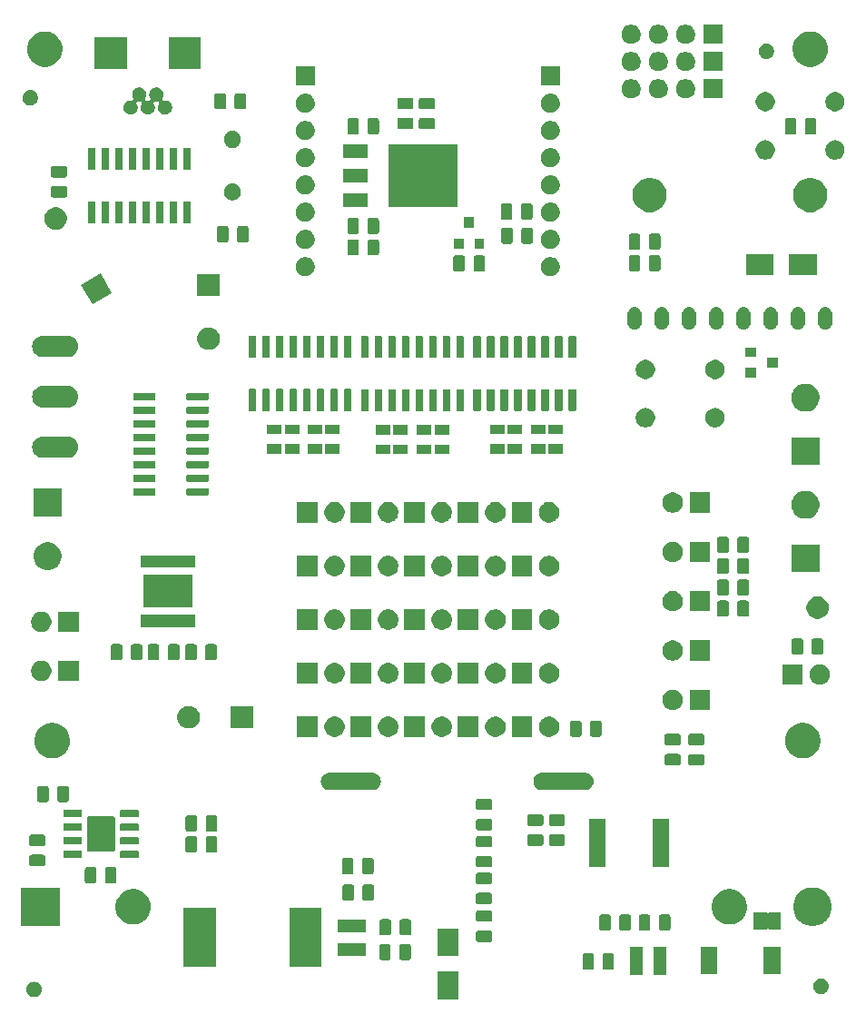
<source format=gbr>
G04 #@! TF.GenerationSoftware,KiCad,Pcbnew,(5.1.6)-1*
G04 #@! TF.CreationDate,2020-07-20T23:37:45+02:00*
G04 #@! TF.ProjectId,TrackRay_H02,54726163-6b52-4617-995f-4830322e6b69,rev?*
G04 #@! TF.SameCoordinates,Original*
G04 #@! TF.FileFunction,Soldermask,Bot*
G04 #@! TF.FilePolarity,Negative*
%FSLAX46Y46*%
G04 Gerber Fmt 4.6, Leading zero omitted, Abs format (unit mm)*
G04 Created by KiCad (PCBNEW (5.1.6)-1) date 2020-07-20 23:37:45*
%MOMM*%
%LPD*%
G01*
G04 APERTURE LIST*
%ADD10C,0.100000*%
G04 APERTURE END LIST*
D10*
G36*
X17393920Y-55717440D02*
G01*
X12898120Y-55717440D01*
X12898120Y-52710080D01*
X17393920Y-52710080D01*
X17393920Y-55717440D01*
G37*
X17393920Y-55717440D02*
X12898120Y-55717440D01*
X12898120Y-52710080D01*
X17393920Y-52710080D01*
X17393920Y-55717440D01*
G36*
X42251000Y-92301000D02*
G01*
X40349000Y-92301000D01*
X40349000Y-89699000D01*
X42251000Y-89699000D01*
X42251000Y-92301000D01*
G37*
G36*
X2841245Y-90689911D02*
G01*
X2911183Y-90703823D01*
X2965759Y-90726429D01*
X3042942Y-90758399D01*
X3161522Y-90837632D01*
X3262368Y-90938478D01*
X3341601Y-91057058D01*
X3373571Y-91134241D01*
X3388925Y-91171308D01*
X3396177Y-91188818D01*
X3424000Y-91328691D01*
X3424000Y-91471309D01*
X3396177Y-91611182D01*
X3341601Y-91742942D01*
X3262368Y-91861522D01*
X3161522Y-91962368D01*
X3042942Y-92041601D01*
X2965759Y-92073571D01*
X2911183Y-92096177D01*
X2841245Y-92110089D01*
X2771309Y-92124000D01*
X2628691Y-92124000D01*
X2558755Y-92110089D01*
X2488817Y-92096177D01*
X2434241Y-92073571D01*
X2357058Y-92041601D01*
X2238478Y-91962368D01*
X2137632Y-91861522D01*
X2058399Y-91742942D01*
X2003823Y-91611182D01*
X1976000Y-91471309D01*
X1976000Y-91328691D01*
X2003823Y-91188818D01*
X2011076Y-91171308D01*
X2026429Y-91134241D01*
X2058399Y-91057058D01*
X2137632Y-90938478D01*
X2238478Y-90837632D01*
X2357058Y-90758399D01*
X2434241Y-90726429D01*
X2488817Y-90703823D01*
X2558755Y-90689911D01*
X2628691Y-90676000D01*
X2771309Y-90676000D01*
X2841245Y-90689911D01*
G37*
G36*
X76241246Y-90389912D02*
G01*
X76311183Y-90403823D01*
X76365759Y-90426429D01*
X76442942Y-90458399D01*
X76561522Y-90537632D01*
X76662368Y-90638478D01*
X76741601Y-90757058D01*
X76773571Y-90834241D01*
X76796177Y-90888817D01*
X76824000Y-91028692D01*
X76824000Y-91171308D01*
X76796177Y-91311183D01*
X76773571Y-91365759D01*
X76741601Y-91442942D01*
X76662368Y-91561522D01*
X76561522Y-91662368D01*
X76442942Y-91741601D01*
X76365759Y-91773571D01*
X76311183Y-91796177D01*
X76241245Y-91810089D01*
X76171309Y-91824000D01*
X76028691Y-91824000D01*
X75958755Y-91810089D01*
X75888817Y-91796177D01*
X75834241Y-91773571D01*
X75757058Y-91741601D01*
X75638478Y-91662368D01*
X75537632Y-91561522D01*
X75458399Y-91442942D01*
X75426429Y-91365759D01*
X75403823Y-91311183D01*
X75376000Y-91171308D01*
X75376000Y-91028692D01*
X75403823Y-90888817D01*
X75426429Y-90834241D01*
X75458399Y-90757058D01*
X75537632Y-90638478D01*
X75638478Y-90537632D01*
X75757058Y-90458399D01*
X75834241Y-90426429D01*
X75888817Y-90403823D01*
X75958754Y-90389912D01*
X76028691Y-90376000D01*
X76171309Y-90376000D01*
X76241246Y-90389912D01*
G37*
G36*
X61650400Y-90073600D02*
G01*
X60488400Y-90073600D01*
X60488400Y-87421600D01*
X61650400Y-87421600D01*
X61650400Y-90073600D01*
G37*
G36*
X59450400Y-90073600D02*
G01*
X58288400Y-90073600D01*
X58288400Y-87421600D01*
X59450400Y-87421600D01*
X59450400Y-90073600D01*
G37*
G36*
X72306000Y-89973200D02*
G01*
X70754000Y-89973200D01*
X70754000Y-87471200D01*
X72306000Y-87471200D01*
X72306000Y-89973200D01*
G37*
G36*
X66406000Y-89973200D02*
G01*
X64854000Y-89973200D01*
X64854000Y-87471200D01*
X66406000Y-87471200D01*
X66406000Y-89973200D01*
G37*
G36*
X54755668Y-88051965D02*
G01*
X54794338Y-88063696D01*
X54829977Y-88082746D01*
X54861217Y-88108383D01*
X54886854Y-88139623D01*
X54905904Y-88175262D01*
X54917635Y-88213932D01*
X54922200Y-88260288D01*
X54922200Y-89336512D01*
X54917635Y-89382868D01*
X54905904Y-89421538D01*
X54886854Y-89457177D01*
X54861217Y-89488417D01*
X54829977Y-89514054D01*
X54794338Y-89533104D01*
X54755668Y-89544835D01*
X54709312Y-89549400D01*
X54058088Y-89549400D01*
X54011732Y-89544835D01*
X53973062Y-89533104D01*
X53937423Y-89514054D01*
X53906183Y-89488417D01*
X53880546Y-89457177D01*
X53861496Y-89421538D01*
X53849765Y-89382868D01*
X53845200Y-89336512D01*
X53845200Y-88260288D01*
X53849765Y-88213932D01*
X53861496Y-88175262D01*
X53880546Y-88139623D01*
X53906183Y-88108383D01*
X53937423Y-88082746D01*
X53973062Y-88063696D01*
X54011732Y-88051965D01*
X54058088Y-88047400D01*
X54709312Y-88047400D01*
X54755668Y-88051965D01*
G37*
G36*
X56630668Y-88051965D02*
G01*
X56669338Y-88063696D01*
X56704977Y-88082746D01*
X56736217Y-88108383D01*
X56761854Y-88139623D01*
X56780904Y-88175262D01*
X56792635Y-88213932D01*
X56797200Y-88260288D01*
X56797200Y-89336512D01*
X56792635Y-89382868D01*
X56780904Y-89421538D01*
X56761854Y-89457177D01*
X56736217Y-89488417D01*
X56704977Y-89514054D01*
X56669338Y-89533104D01*
X56630668Y-89544835D01*
X56584312Y-89549400D01*
X55933088Y-89549400D01*
X55886732Y-89544835D01*
X55848062Y-89533104D01*
X55812423Y-89514054D01*
X55781183Y-89488417D01*
X55755546Y-89457177D01*
X55736496Y-89421538D01*
X55724765Y-89382868D01*
X55720200Y-89336512D01*
X55720200Y-88260288D01*
X55724765Y-88213932D01*
X55736496Y-88175262D01*
X55755546Y-88139623D01*
X55781183Y-88108383D01*
X55812423Y-88082746D01*
X55848062Y-88063696D01*
X55886732Y-88051965D01*
X55933088Y-88047400D01*
X56584312Y-88047400D01*
X56630668Y-88051965D01*
G37*
G36*
X29539600Y-89288800D02*
G01*
X26537600Y-89288800D01*
X26537600Y-83786800D01*
X29539600Y-83786800D01*
X29539600Y-89288800D01*
G37*
G36*
X19639600Y-89288800D02*
G01*
X16637600Y-89288800D01*
X16637600Y-83786800D01*
X19639600Y-83786800D01*
X19639600Y-89288800D01*
G37*
G36*
X37682268Y-87162965D02*
G01*
X37720938Y-87174696D01*
X37756577Y-87193746D01*
X37787817Y-87219383D01*
X37813454Y-87250623D01*
X37832504Y-87286262D01*
X37844235Y-87324932D01*
X37848800Y-87371288D01*
X37848800Y-88447512D01*
X37844235Y-88493868D01*
X37832504Y-88532538D01*
X37813454Y-88568177D01*
X37787817Y-88599417D01*
X37756577Y-88625054D01*
X37720938Y-88644104D01*
X37682268Y-88655835D01*
X37635912Y-88660400D01*
X36984688Y-88660400D01*
X36938332Y-88655835D01*
X36899662Y-88644104D01*
X36864023Y-88625054D01*
X36832783Y-88599417D01*
X36807146Y-88568177D01*
X36788096Y-88532538D01*
X36776365Y-88493868D01*
X36771800Y-88447512D01*
X36771800Y-87371288D01*
X36776365Y-87324932D01*
X36788096Y-87286262D01*
X36807146Y-87250623D01*
X36832783Y-87219383D01*
X36864023Y-87193746D01*
X36899662Y-87174696D01*
X36938332Y-87162965D01*
X36984688Y-87158400D01*
X37635912Y-87158400D01*
X37682268Y-87162965D01*
G37*
G36*
X35807268Y-87162965D02*
G01*
X35845938Y-87174696D01*
X35881577Y-87193746D01*
X35912817Y-87219383D01*
X35938454Y-87250623D01*
X35957504Y-87286262D01*
X35969235Y-87324932D01*
X35973800Y-87371288D01*
X35973800Y-88447512D01*
X35969235Y-88493868D01*
X35957504Y-88532538D01*
X35938454Y-88568177D01*
X35912817Y-88599417D01*
X35881577Y-88625054D01*
X35845938Y-88644104D01*
X35807268Y-88655835D01*
X35760912Y-88660400D01*
X35109688Y-88660400D01*
X35063332Y-88655835D01*
X35024662Y-88644104D01*
X34989023Y-88625054D01*
X34957783Y-88599417D01*
X34932146Y-88568177D01*
X34913096Y-88532538D01*
X34901365Y-88493868D01*
X34896800Y-88447512D01*
X34896800Y-87371288D01*
X34901365Y-87324932D01*
X34913096Y-87286262D01*
X34932146Y-87250623D01*
X34957783Y-87219383D01*
X34989023Y-87193746D01*
X35024662Y-87174696D01*
X35063332Y-87162965D01*
X35109688Y-87158400D01*
X35760912Y-87158400D01*
X35807268Y-87162965D01*
G37*
G36*
X42251000Y-88301000D02*
G01*
X40349000Y-88301000D01*
X40349000Y-85699000D01*
X42251000Y-85699000D01*
X42251000Y-88301000D01*
G37*
G36*
X33660200Y-88269600D02*
G01*
X31008200Y-88269600D01*
X31008200Y-87107600D01*
X33660200Y-87107600D01*
X33660200Y-88269600D01*
G37*
G36*
X45263068Y-85901265D02*
G01*
X45301738Y-85912996D01*
X45337377Y-85932046D01*
X45368617Y-85957683D01*
X45394254Y-85988923D01*
X45413304Y-86024562D01*
X45425035Y-86063232D01*
X45429600Y-86109588D01*
X45429600Y-86760812D01*
X45425035Y-86807168D01*
X45413304Y-86845838D01*
X45394254Y-86881477D01*
X45368617Y-86912717D01*
X45337377Y-86938354D01*
X45301738Y-86957404D01*
X45263068Y-86969135D01*
X45216712Y-86973700D01*
X44140488Y-86973700D01*
X44094132Y-86969135D01*
X44055462Y-86957404D01*
X44019823Y-86938354D01*
X43988583Y-86912717D01*
X43962946Y-86881477D01*
X43943896Y-86845838D01*
X43932165Y-86807168D01*
X43927600Y-86760812D01*
X43927600Y-86109588D01*
X43932165Y-86063232D01*
X43943896Y-86024562D01*
X43962946Y-85988923D01*
X43988583Y-85957683D01*
X44019823Y-85932046D01*
X44055462Y-85912996D01*
X44094132Y-85901265D01*
X44140488Y-85896700D01*
X45216712Y-85896700D01*
X45263068Y-85901265D01*
G37*
G36*
X35832668Y-84851565D02*
G01*
X35871338Y-84863296D01*
X35906977Y-84882346D01*
X35938217Y-84907983D01*
X35963854Y-84939223D01*
X35982904Y-84974862D01*
X35994635Y-85013532D01*
X35999200Y-85059888D01*
X35999200Y-86136112D01*
X35994635Y-86182468D01*
X35982904Y-86221138D01*
X35963854Y-86256777D01*
X35938217Y-86288017D01*
X35906977Y-86313654D01*
X35871338Y-86332704D01*
X35832668Y-86344435D01*
X35786312Y-86349000D01*
X35135088Y-86349000D01*
X35088732Y-86344435D01*
X35050062Y-86332704D01*
X35014423Y-86313654D01*
X34983183Y-86288017D01*
X34957546Y-86256777D01*
X34938496Y-86221138D01*
X34926765Y-86182468D01*
X34922200Y-86136112D01*
X34922200Y-85059888D01*
X34926765Y-85013532D01*
X34938496Y-84974862D01*
X34957546Y-84939223D01*
X34983183Y-84907983D01*
X35014423Y-84882346D01*
X35050062Y-84863296D01*
X35088732Y-84851565D01*
X35135088Y-84847000D01*
X35786312Y-84847000D01*
X35832668Y-84851565D01*
G37*
G36*
X37707668Y-84851565D02*
G01*
X37746338Y-84863296D01*
X37781977Y-84882346D01*
X37813217Y-84907983D01*
X37838854Y-84939223D01*
X37857904Y-84974862D01*
X37869635Y-85013532D01*
X37874200Y-85059888D01*
X37874200Y-86136112D01*
X37869635Y-86182468D01*
X37857904Y-86221138D01*
X37838854Y-86256777D01*
X37813217Y-86288017D01*
X37781977Y-86313654D01*
X37746338Y-86332704D01*
X37707668Y-86344435D01*
X37661312Y-86349000D01*
X37010088Y-86349000D01*
X36963732Y-86344435D01*
X36925062Y-86332704D01*
X36889423Y-86313654D01*
X36858183Y-86288017D01*
X36832546Y-86256777D01*
X36813496Y-86221138D01*
X36801765Y-86182468D01*
X36797200Y-86136112D01*
X36797200Y-85059888D01*
X36801765Y-85013532D01*
X36813496Y-84974862D01*
X36832546Y-84939223D01*
X36858183Y-84907983D01*
X36889423Y-84882346D01*
X36925062Y-84863296D01*
X36963732Y-84851565D01*
X37010088Y-84847000D01*
X37661312Y-84847000D01*
X37707668Y-84851565D01*
G37*
G36*
X33660200Y-86069600D02*
G01*
X31008200Y-86069600D01*
X31008200Y-84907600D01*
X33660200Y-84907600D01*
X33660200Y-86069600D01*
G37*
G36*
X58205468Y-84419765D02*
G01*
X58244138Y-84431496D01*
X58279777Y-84450546D01*
X58311017Y-84476183D01*
X58336654Y-84507423D01*
X58355704Y-84543062D01*
X58367435Y-84581732D01*
X58372000Y-84628088D01*
X58372000Y-85704312D01*
X58367435Y-85750668D01*
X58355704Y-85789338D01*
X58336654Y-85824977D01*
X58311017Y-85856217D01*
X58279777Y-85881854D01*
X58244138Y-85900904D01*
X58205468Y-85912635D01*
X58159112Y-85917200D01*
X57507888Y-85917200D01*
X57461532Y-85912635D01*
X57422862Y-85900904D01*
X57387223Y-85881854D01*
X57355983Y-85856217D01*
X57330346Y-85824977D01*
X57311296Y-85789338D01*
X57299565Y-85750668D01*
X57295000Y-85704312D01*
X57295000Y-84628088D01*
X57299565Y-84581732D01*
X57311296Y-84543062D01*
X57330346Y-84507423D01*
X57355983Y-84476183D01*
X57387223Y-84450546D01*
X57422862Y-84431496D01*
X57461532Y-84419765D01*
X57507888Y-84415200D01*
X58159112Y-84415200D01*
X58205468Y-84419765D01*
G37*
G36*
X56330468Y-84419765D02*
G01*
X56369138Y-84431496D01*
X56404777Y-84450546D01*
X56436017Y-84476183D01*
X56461654Y-84507423D01*
X56480704Y-84543062D01*
X56492435Y-84581732D01*
X56497000Y-84628088D01*
X56497000Y-85704312D01*
X56492435Y-85750668D01*
X56480704Y-85789338D01*
X56461654Y-85824977D01*
X56436017Y-85856217D01*
X56404777Y-85881854D01*
X56369138Y-85900904D01*
X56330468Y-85912635D01*
X56284112Y-85917200D01*
X55632888Y-85917200D01*
X55586532Y-85912635D01*
X55547862Y-85900904D01*
X55512223Y-85881854D01*
X55480983Y-85856217D01*
X55455346Y-85824977D01*
X55436296Y-85789338D01*
X55424565Y-85750668D01*
X55420000Y-85704312D01*
X55420000Y-84628088D01*
X55424565Y-84581732D01*
X55436296Y-84543062D01*
X55455346Y-84507423D01*
X55480983Y-84476183D01*
X55512223Y-84450546D01*
X55547862Y-84431496D01*
X55586532Y-84419765D01*
X55632888Y-84415200D01*
X56284112Y-84415200D01*
X56330468Y-84419765D01*
G37*
G36*
X61888468Y-84419765D02*
G01*
X61927138Y-84431496D01*
X61962777Y-84450546D01*
X61994017Y-84476183D01*
X62019654Y-84507423D01*
X62038704Y-84543062D01*
X62050435Y-84581732D01*
X62055000Y-84628088D01*
X62055000Y-85704312D01*
X62050435Y-85750668D01*
X62038704Y-85789338D01*
X62019654Y-85824977D01*
X61994017Y-85856217D01*
X61962777Y-85881854D01*
X61927138Y-85900904D01*
X61888468Y-85912635D01*
X61842112Y-85917200D01*
X61190888Y-85917200D01*
X61144532Y-85912635D01*
X61105862Y-85900904D01*
X61070223Y-85881854D01*
X61038983Y-85856217D01*
X61013346Y-85824977D01*
X60994296Y-85789338D01*
X60982565Y-85750668D01*
X60978000Y-85704312D01*
X60978000Y-84628088D01*
X60982565Y-84581732D01*
X60994296Y-84543062D01*
X61013346Y-84507423D01*
X61038983Y-84476183D01*
X61070223Y-84450546D01*
X61105862Y-84431496D01*
X61144532Y-84419765D01*
X61190888Y-84415200D01*
X61842112Y-84415200D01*
X61888468Y-84419765D01*
G37*
G36*
X60013468Y-84419765D02*
G01*
X60052138Y-84431496D01*
X60087777Y-84450546D01*
X60119017Y-84476183D01*
X60144654Y-84507423D01*
X60163704Y-84543062D01*
X60175435Y-84581732D01*
X60180000Y-84628088D01*
X60180000Y-85704312D01*
X60175435Y-85750668D01*
X60163704Y-85789338D01*
X60144654Y-85824977D01*
X60119017Y-85856217D01*
X60087777Y-85881854D01*
X60052138Y-85900904D01*
X60013468Y-85912635D01*
X59967112Y-85917200D01*
X59315888Y-85917200D01*
X59269532Y-85912635D01*
X59230862Y-85900904D01*
X59195223Y-85881854D01*
X59163983Y-85856217D01*
X59138346Y-85824977D01*
X59119296Y-85789338D01*
X59107565Y-85750668D01*
X59103000Y-85704312D01*
X59103000Y-84628088D01*
X59107565Y-84581732D01*
X59119296Y-84543062D01*
X59138346Y-84507423D01*
X59163983Y-84476183D01*
X59195223Y-84450546D01*
X59230862Y-84431496D01*
X59269532Y-84419765D01*
X59315888Y-84415200D01*
X59967112Y-84415200D01*
X60013468Y-84419765D01*
G37*
G36*
X71009999Y-84224737D02*
G01*
X71019608Y-84227652D01*
X71028472Y-84232390D01*
X71036237Y-84238763D01*
X71046884Y-84251737D01*
X71053053Y-84260968D01*
X71070381Y-84278294D01*
X71090756Y-84291907D01*
X71113395Y-84301283D01*
X71137428Y-84306063D01*
X71161932Y-84306062D01*
X71185965Y-84301280D01*
X71208604Y-84291902D01*
X71228978Y-84278287D01*
X71246304Y-84260959D01*
X71253175Y-84251683D01*
X71263726Y-84238800D01*
X71265103Y-84237668D01*
X71271484Y-84232419D01*
X71280339Y-84227674D01*
X71283377Y-84226749D01*
X71289915Y-84224758D01*
X71289918Y-84224758D01*
X71289950Y-84224748D01*
X71300000Y-84223753D01*
X71300065Y-84223753D01*
X71306175Y-84223148D01*
X72293860Y-84223148D01*
X72309999Y-84224737D01*
X72319608Y-84227652D01*
X72328472Y-84232390D01*
X72336237Y-84238763D01*
X72342610Y-84246528D01*
X72347348Y-84255392D01*
X72350263Y-84265001D01*
X72351852Y-84281140D01*
X72351852Y-85768860D01*
X72350263Y-85784999D01*
X72347348Y-85794608D01*
X72342610Y-85803472D01*
X72336237Y-85811237D01*
X72328472Y-85817610D01*
X72319608Y-85822348D01*
X72309999Y-85825263D01*
X72293860Y-85826852D01*
X71306140Y-85826852D01*
X71290001Y-85825263D01*
X71280392Y-85822348D01*
X71271528Y-85817610D01*
X71263788Y-85811258D01*
X71263787Y-85811257D01*
X71263763Y-85811237D01*
X71257360Y-85803427D01*
X71257323Y-85803372D01*
X71249520Y-85793853D01*
X71249489Y-85793878D01*
X71238147Y-85780028D01*
X71219221Y-85764463D01*
X71197623Y-85752889D01*
X71174181Y-85745751D01*
X71149798Y-85743324D01*
X71125409Y-85745700D01*
X71101953Y-85752789D01*
X71080330Y-85764318D01*
X71061372Y-85779843D01*
X71045807Y-85798769D01*
X71043971Y-85801825D01*
X71042582Y-85803514D01*
X71042581Y-85803516D01*
X71037485Y-85809712D01*
X71036200Y-85811274D01*
X71028425Y-85817642D01*
X71022517Y-85820791D01*
X71019562Y-85822367D01*
X71009981Y-85825262D01*
X71009915Y-85825282D01*
X70993887Y-85826852D01*
X69856140Y-85826852D01*
X69840001Y-85825263D01*
X69830392Y-85822348D01*
X69821528Y-85817610D01*
X69813763Y-85811237D01*
X69807390Y-85803472D01*
X69802652Y-85794608D01*
X69799737Y-85784999D01*
X69798148Y-85768860D01*
X69798148Y-84281140D01*
X69799737Y-84265001D01*
X69802652Y-84255392D01*
X69807390Y-84246528D01*
X69813763Y-84238763D01*
X69821528Y-84232390D01*
X69830392Y-84227652D01*
X69840001Y-84224737D01*
X69856140Y-84223148D01*
X70993860Y-84223148D01*
X71009999Y-84224737D01*
G37*
G36*
X5101000Y-85501000D02*
G01*
X1499000Y-85501000D01*
X1499000Y-81899000D01*
X5101000Y-81899000D01*
X5101000Y-85501000D01*
G37*
G36*
X75825331Y-81968211D02*
G01*
X76153092Y-82103974D01*
X76448070Y-82301072D01*
X76698928Y-82551930D01*
X76896026Y-82846908D01*
X77031789Y-83174669D01*
X77101000Y-83522616D01*
X77101000Y-83877384D01*
X77031789Y-84225331D01*
X76896026Y-84553092D01*
X76698928Y-84848070D01*
X76448070Y-85098928D01*
X76153092Y-85296026D01*
X75825331Y-85431789D01*
X75477384Y-85501000D01*
X75122616Y-85501000D01*
X74774669Y-85431789D01*
X74446908Y-85296026D01*
X74151930Y-85098928D01*
X73901072Y-84848070D01*
X73703974Y-84553092D01*
X73568211Y-84225331D01*
X73499000Y-83877384D01*
X73499000Y-83522616D01*
X73568211Y-83174669D01*
X73703974Y-82846908D01*
X73901072Y-82551930D01*
X74151930Y-82301072D01*
X74446908Y-82103974D01*
X74774669Y-81968211D01*
X75122616Y-81899000D01*
X75477384Y-81899000D01*
X75825331Y-81968211D01*
G37*
G36*
X67930256Y-82091298D02*
G01*
X68036579Y-82112447D01*
X68337042Y-82236903D01*
X68607451Y-82417585D01*
X68837415Y-82647549D01*
X69018097Y-82917958D01*
X69142553Y-83218421D01*
X69149692Y-83254312D01*
X69206000Y-83537389D01*
X69206000Y-83862611D01*
X69203061Y-83877384D01*
X69142553Y-84181579D01*
X69018097Y-84482042D01*
X68837415Y-84752451D01*
X68607451Y-84982415D01*
X68337042Y-85163097D01*
X68036579Y-85287553D01*
X67993987Y-85296025D01*
X67717611Y-85351000D01*
X67392389Y-85351000D01*
X67116013Y-85296025D01*
X67073421Y-85287553D01*
X66772958Y-85163097D01*
X66502549Y-84982415D01*
X66272585Y-84752451D01*
X66091903Y-84482042D01*
X65967447Y-84181579D01*
X65906939Y-83877384D01*
X65904000Y-83862611D01*
X65904000Y-83537389D01*
X65960308Y-83254312D01*
X65967447Y-83218421D01*
X66091903Y-82917958D01*
X66272585Y-82647549D01*
X66502549Y-82417585D01*
X66772958Y-82236903D01*
X67073421Y-82112447D01*
X67179744Y-82091298D01*
X67392389Y-82049000D01*
X67717611Y-82049000D01*
X67930256Y-82091298D01*
G37*
G36*
X12320256Y-82091298D02*
G01*
X12426579Y-82112447D01*
X12727042Y-82236903D01*
X12997451Y-82417585D01*
X13227415Y-82647549D01*
X13408097Y-82917958D01*
X13532553Y-83218421D01*
X13539692Y-83254312D01*
X13596000Y-83537389D01*
X13596000Y-83862611D01*
X13593061Y-83877384D01*
X13532553Y-84181579D01*
X13408097Y-84482042D01*
X13227415Y-84752451D01*
X12997451Y-84982415D01*
X12727042Y-85163097D01*
X12426579Y-85287553D01*
X12383987Y-85296025D01*
X12107611Y-85351000D01*
X11782389Y-85351000D01*
X11506013Y-85296025D01*
X11463421Y-85287553D01*
X11162958Y-85163097D01*
X10892549Y-84982415D01*
X10662585Y-84752451D01*
X10481903Y-84482042D01*
X10357447Y-84181579D01*
X10296939Y-83877384D01*
X10294000Y-83862611D01*
X10294000Y-83537389D01*
X10350308Y-83254312D01*
X10357447Y-83218421D01*
X10481903Y-82917958D01*
X10662585Y-82647549D01*
X10892549Y-82417585D01*
X11162958Y-82236903D01*
X11463421Y-82112447D01*
X11569744Y-82091298D01*
X11782389Y-82049000D01*
X12107611Y-82049000D01*
X12320256Y-82091298D01*
G37*
G36*
X45263068Y-84026265D02*
G01*
X45301738Y-84037996D01*
X45337377Y-84057046D01*
X45368617Y-84082683D01*
X45394254Y-84113923D01*
X45413304Y-84149562D01*
X45425035Y-84188232D01*
X45429600Y-84234588D01*
X45429600Y-84885812D01*
X45425035Y-84932168D01*
X45413304Y-84970838D01*
X45394254Y-85006477D01*
X45368617Y-85037717D01*
X45337377Y-85063354D01*
X45301738Y-85082404D01*
X45263068Y-85094135D01*
X45216712Y-85098700D01*
X44140488Y-85098700D01*
X44094132Y-85094135D01*
X44055462Y-85082404D01*
X44019823Y-85063354D01*
X43988583Y-85037717D01*
X43962946Y-85006477D01*
X43943896Y-84970838D01*
X43932165Y-84932168D01*
X43927600Y-84885812D01*
X43927600Y-84234588D01*
X43932165Y-84188232D01*
X43943896Y-84149562D01*
X43962946Y-84113923D01*
X43988583Y-84082683D01*
X44019823Y-84057046D01*
X44055462Y-84037996D01*
X44094132Y-84026265D01*
X44140488Y-84021700D01*
X45216712Y-84021700D01*
X45263068Y-84026265D01*
G37*
G36*
X45263068Y-82394765D02*
G01*
X45301738Y-82406496D01*
X45337377Y-82425546D01*
X45368617Y-82451183D01*
X45394254Y-82482423D01*
X45413304Y-82518062D01*
X45425035Y-82556732D01*
X45429600Y-82603088D01*
X45429600Y-83254312D01*
X45425035Y-83300668D01*
X45413304Y-83339338D01*
X45394254Y-83374977D01*
X45368617Y-83406217D01*
X45337377Y-83431854D01*
X45301738Y-83450904D01*
X45263068Y-83462635D01*
X45216712Y-83467200D01*
X44140488Y-83467200D01*
X44094132Y-83462635D01*
X44055462Y-83450904D01*
X44019823Y-83431854D01*
X43988583Y-83406217D01*
X43962946Y-83374977D01*
X43943896Y-83339338D01*
X43932165Y-83300668D01*
X43927600Y-83254312D01*
X43927600Y-82603088D01*
X43932165Y-82556732D01*
X43943896Y-82518062D01*
X43962946Y-82482423D01*
X43988583Y-82451183D01*
X44019823Y-82425546D01*
X44055462Y-82406496D01*
X44094132Y-82394765D01*
X44140488Y-82390200D01*
X45216712Y-82390200D01*
X45263068Y-82394765D01*
G37*
G36*
X32378268Y-81625765D02*
G01*
X32416938Y-81637496D01*
X32452577Y-81656546D01*
X32483817Y-81682183D01*
X32509454Y-81713423D01*
X32528504Y-81749062D01*
X32540235Y-81787732D01*
X32544800Y-81834088D01*
X32544800Y-82910312D01*
X32540235Y-82956668D01*
X32528504Y-82995338D01*
X32509454Y-83030977D01*
X32483817Y-83062217D01*
X32452577Y-83087854D01*
X32416938Y-83106904D01*
X32378268Y-83118635D01*
X32331912Y-83123200D01*
X31680688Y-83123200D01*
X31634332Y-83118635D01*
X31595662Y-83106904D01*
X31560023Y-83087854D01*
X31528783Y-83062217D01*
X31503146Y-83030977D01*
X31484096Y-82995338D01*
X31472365Y-82956668D01*
X31467800Y-82910312D01*
X31467800Y-81834088D01*
X31472365Y-81787732D01*
X31484096Y-81749062D01*
X31503146Y-81713423D01*
X31528783Y-81682183D01*
X31560023Y-81656546D01*
X31595662Y-81637496D01*
X31634332Y-81625765D01*
X31680688Y-81621200D01*
X32331912Y-81621200D01*
X32378268Y-81625765D01*
G37*
G36*
X34253268Y-81625765D02*
G01*
X34291938Y-81637496D01*
X34327577Y-81656546D01*
X34358817Y-81682183D01*
X34384454Y-81713423D01*
X34403504Y-81749062D01*
X34415235Y-81787732D01*
X34419800Y-81834088D01*
X34419800Y-82910312D01*
X34415235Y-82956668D01*
X34403504Y-82995338D01*
X34384454Y-83030977D01*
X34358817Y-83062217D01*
X34327577Y-83087854D01*
X34291938Y-83106904D01*
X34253268Y-83118635D01*
X34206912Y-83123200D01*
X33555688Y-83123200D01*
X33509332Y-83118635D01*
X33470662Y-83106904D01*
X33435023Y-83087854D01*
X33403783Y-83062217D01*
X33378146Y-83030977D01*
X33359096Y-82995338D01*
X33347365Y-82956668D01*
X33342800Y-82910312D01*
X33342800Y-81834088D01*
X33347365Y-81787732D01*
X33359096Y-81749062D01*
X33378146Y-81713423D01*
X33403783Y-81682183D01*
X33435023Y-81656546D01*
X33470662Y-81637496D01*
X33509332Y-81625765D01*
X33555688Y-81621200D01*
X34206912Y-81621200D01*
X34253268Y-81625765D01*
G37*
G36*
X45263068Y-80519765D02*
G01*
X45301738Y-80531496D01*
X45337377Y-80550546D01*
X45368617Y-80576183D01*
X45394254Y-80607423D01*
X45413304Y-80643062D01*
X45425035Y-80681732D01*
X45429600Y-80728088D01*
X45429600Y-81379312D01*
X45425035Y-81425668D01*
X45413304Y-81464338D01*
X45394254Y-81499977D01*
X45368617Y-81531217D01*
X45337377Y-81556854D01*
X45301738Y-81575904D01*
X45263068Y-81587635D01*
X45216712Y-81592200D01*
X44140488Y-81592200D01*
X44094132Y-81587635D01*
X44055462Y-81575904D01*
X44019823Y-81556854D01*
X43988583Y-81531217D01*
X43962946Y-81499977D01*
X43943896Y-81464338D01*
X43932165Y-81425668D01*
X43927600Y-81379312D01*
X43927600Y-80728088D01*
X43932165Y-80681732D01*
X43943896Y-80643062D01*
X43962946Y-80607423D01*
X43988583Y-80576183D01*
X44019823Y-80550546D01*
X44055462Y-80531496D01*
X44094132Y-80519765D01*
X44140488Y-80515200D01*
X45216712Y-80515200D01*
X45263068Y-80519765D01*
G37*
G36*
X8349868Y-80000165D02*
G01*
X8388538Y-80011896D01*
X8424177Y-80030946D01*
X8455417Y-80056583D01*
X8481054Y-80087823D01*
X8500104Y-80123462D01*
X8511835Y-80162132D01*
X8516400Y-80208488D01*
X8516400Y-81284712D01*
X8511835Y-81331068D01*
X8500104Y-81369738D01*
X8481054Y-81405377D01*
X8455417Y-81436617D01*
X8424177Y-81462254D01*
X8388538Y-81481304D01*
X8349868Y-81493035D01*
X8303512Y-81497600D01*
X7652288Y-81497600D01*
X7605932Y-81493035D01*
X7567262Y-81481304D01*
X7531623Y-81462254D01*
X7500383Y-81436617D01*
X7474746Y-81405377D01*
X7455696Y-81369738D01*
X7443965Y-81331068D01*
X7439400Y-81284712D01*
X7439400Y-80208488D01*
X7443965Y-80162132D01*
X7455696Y-80123462D01*
X7474746Y-80087823D01*
X7500383Y-80056583D01*
X7531623Y-80030946D01*
X7567262Y-80011896D01*
X7605932Y-80000165D01*
X7652288Y-79995600D01*
X8303512Y-79995600D01*
X8349868Y-80000165D01*
G37*
G36*
X10224868Y-80000165D02*
G01*
X10263538Y-80011896D01*
X10299177Y-80030946D01*
X10330417Y-80056583D01*
X10356054Y-80087823D01*
X10375104Y-80123462D01*
X10386835Y-80162132D01*
X10391400Y-80208488D01*
X10391400Y-81284712D01*
X10386835Y-81331068D01*
X10375104Y-81369738D01*
X10356054Y-81405377D01*
X10330417Y-81436617D01*
X10299177Y-81462254D01*
X10263538Y-81481304D01*
X10224868Y-81493035D01*
X10178512Y-81497600D01*
X9527288Y-81497600D01*
X9480932Y-81493035D01*
X9442262Y-81481304D01*
X9406623Y-81462254D01*
X9375383Y-81436617D01*
X9349746Y-81405377D01*
X9330696Y-81369738D01*
X9318965Y-81331068D01*
X9314400Y-81284712D01*
X9314400Y-80208488D01*
X9318965Y-80162132D01*
X9330696Y-80123462D01*
X9349746Y-80087823D01*
X9375383Y-80056583D01*
X9406623Y-80030946D01*
X9442262Y-80011896D01*
X9480932Y-80000165D01*
X9527288Y-79995600D01*
X10178512Y-79995600D01*
X10224868Y-80000165D01*
G37*
G36*
X32334468Y-79153565D02*
G01*
X32373138Y-79165296D01*
X32408777Y-79184346D01*
X32440017Y-79209983D01*
X32465654Y-79241223D01*
X32484704Y-79276862D01*
X32496435Y-79315532D01*
X32501000Y-79361888D01*
X32501000Y-80438112D01*
X32496435Y-80484468D01*
X32484704Y-80523138D01*
X32465654Y-80558777D01*
X32440017Y-80590017D01*
X32408777Y-80615654D01*
X32373138Y-80634704D01*
X32334468Y-80646435D01*
X32288112Y-80651000D01*
X31636888Y-80651000D01*
X31590532Y-80646435D01*
X31551862Y-80634704D01*
X31516223Y-80615654D01*
X31484983Y-80590017D01*
X31459346Y-80558777D01*
X31440296Y-80523138D01*
X31428565Y-80484468D01*
X31424000Y-80438112D01*
X31424000Y-79361888D01*
X31428565Y-79315532D01*
X31440296Y-79276862D01*
X31459346Y-79241223D01*
X31484983Y-79209983D01*
X31516223Y-79184346D01*
X31551862Y-79165296D01*
X31590532Y-79153565D01*
X31636888Y-79149000D01*
X32288112Y-79149000D01*
X32334468Y-79153565D01*
G37*
G36*
X34209468Y-79153565D02*
G01*
X34248138Y-79165296D01*
X34283777Y-79184346D01*
X34315017Y-79209983D01*
X34340654Y-79241223D01*
X34359704Y-79276862D01*
X34371435Y-79315532D01*
X34376000Y-79361888D01*
X34376000Y-80438112D01*
X34371435Y-80484468D01*
X34359704Y-80523138D01*
X34340654Y-80558777D01*
X34315017Y-80590017D01*
X34283777Y-80615654D01*
X34248138Y-80634704D01*
X34209468Y-80646435D01*
X34163112Y-80651000D01*
X33511888Y-80651000D01*
X33465532Y-80646435D01*
X33426862Y-80634704D01*
X33391223Y-80615654D01*
X33359983Y-80590017D01*
X33334346Y-80558777D01*
X33315296Y-80523138D01*
X33303565Y-80484468D01*
X33299000Y-80438112D01*
X33299000Y-79361888D01*
X33303565Y-79315532D01*
X33315296Y-79276862D01*
X33334346Y-79241223D01*
X33359983Y-79209983D01*
X33391223Y-79184346D01*
X33426862Y-79165296D01*
X33465532Y-79153565D01*
X33511888Y-79149000D01*
X34163112Y-79149000D01*
X34209468Y-79153565D01*
G37*
G36*
X45263068Y-78940365D02*
G01*
X45301738Y-78952096D01*
X45337377Y-78971146D01*
X45368617Y-78996783D01*
X45394254Y-79028023D01*
X45413304Y-79063662D01*
X45425035Y-79102332D01*
X45429600Y-79148688D01*
X45429600Y-79799912D01*
X45425035Y-79846268D01*
X45413304Y-79884938D01*
X45394254Y-79920577D01*
X45368617Y-79951817D01*
X45337377Y-79977454D01*
X45301738Y-79996504D01*
X45263068Y-80008235D01*
X45216712Y-80012800D01*
X44140488Y-80012800D01*
X44094132Y-80008235D01*
X44055462Y-79996504D01*
X44019823Y-79977454D01*
X43988583Y-79951817D01*
X43962946Y-79920577D01*
X43943896Y-79884938D01*
X43932165Y-79846268D01*
X43927600Y-79799912D01*
X43927600Y-79148688D01*
X43932165Y-79102332D01*
X43943896Y-79063662D01*
X43962946Y-79028023D01*
X43988583Y-78996783D01*
X44019823Y-78971146D01*
X44055462Y-78952096D01*
X44094132Y-78940365D01*
X44140488Y-78935800D01*
X45216712Y-78935800D01*
X45263068Y-78940365D01*
G37*
G36*
X56017400Y-79950000D02*
G01*
X54465400Y-79950000D01*
X54465400Y-75498000D01*
X56017400Y-75498000D01*
X56017400Y-79950000D01*
G37*
G36*
X61917400Y-79950000D02*
G01*
X60365400Y-79950000D01*
X60365400Y-75498000D01*
X61917400Y-75498000D01*
X61917400Y-79950000D01*
G37*
G36*
X3581668Y-78838765D02*
G01*
X3620338Y-78850496D01*
X3655977Y-78869546D01*
X3687217Y-78895183D01*
X3712854Y-78926423D01*
X3731904Y-78962062D01*
X3743635Y-79000732D01*
X3748200Y-79047088D01*
X3748200Y-79698312D01*
X3743635Y-79744668D01*
X3731904Y-79783338D01*
X3712854Y-79818977D01*
X3687217Y-79850217D01*
X3655977Y-79875854D01*
X3620338Y-79894904D01*
X3581668Y-79906635D01*
X3535312Y-79911200D01*
X2459088Y-79911200D01*
X2412732Y-79906635D01*
X2374062Y-79894904D01*
X2338423Y-79875854D01*
X2307183Y-79850217D01*
X2281546Y-79818977D01*
X2262496Y-79783338D01*
X2250765Y-79744668D01*
X2246200Y-79698312D01*
X2246200Y-79047088D01*
X2250765Y-79000732D01*
X2262496Y-78962062D01*
X2281546Y-78926423D01*
X2307183Y-78895183D01*
X2338423Y-78869546D01*
X2374062Y-78850496D01*
X2412732Y-78838765D01*
X2459088Y-78834200D01*
X3535312Y-78834200D01*
X3581668Y-78838765D01*
G37*
G36*
X7075728Y-78467964D02*
G01*
X7096809Y-78474360D01*
X7116245Y-78484748D01*
X7133276Y-78498724D01*
X7147252Y-78515755D01*
X7157640Y-78535191D01*
X7164036Y-78556272D01*
X7166800Y-78584340D01*
X7166800Y-79048060D01*
X7164036Y-79076128D01*
X7157640Y-79097209D01*
X7147252Y-79116645D01*
X7133276Y-79133676D01*
X7116245Y-79147652D01*
X7096809Y-79158040D01*
X7075728Y-79164436D01*
X7047660Y-79167200D01*
X5558940Y-79167200D01*
X5530872Y-79164436D01*
X5509791Y-79158040D01*
X5490355Y-79147652D01*
X5473324Y-79133676D01*
X5459348Y-79116645D01*
X5448960Y-79097209D01*
X5442564Y-79076128D01*
X5439800Y-79048060D01*
X5439800Y-78584340D01*
X5442564Y-78556272D01*
X5448960Y-78535191D01*
X5459348Y-78515755D01*
X5473324Y-78498724D01*
X5490355Y-78484748D01*
X5509791Y-78474360D01*
X5530872Y-78467964D01*
X5558940Y-78465200D01*
X7047660Y-78465200D01*
X7075728Y-78467964D01*
G37*
G36*
X12350728Y-78467964D02*
G01*
X12371809Y-78474360D01*
X12391245Y-78484748D01*
X12408276Y-78498724D01*
X12422252Y-78515755D01*
X12432640Y-78535191D01*
X12439036Y-78556272D01*
X12441800Y-78584340D01*
X12441800Y-79048060D01*
X12439036Y-79076128D01*
X12432640Y-79097209D01*
X12422252Y-79116645D01*
X12408276Y-79133676D01*
X12391245Y-79147652D01*
X12371809Y-79158040D01*
X12350728Y-79164436D01*
X12322660Y-79167200D01*
X10833940Y-79167200D01*
X10805872Y-79164436D01*
X10784791Y-79158040D01*
X10765355Y-79147652D01*
X10748324Y-79133676D01*
X10734348Y-79116645D01*
X10723960Y-79097209D01*
X10717564Y-79076128D01*
X10714800Y-79048060D01*
X10714800Y-78584340D01*
X10717564Y-78556272D01*
X10723960Y-78535191D01*
X10734348Y-78515755D01*
X10748324Y-78498724D01*
X10765355Y-78484748D01*
X10784791Y-78474360D01*
X10805872Y-78467964D01*
X10833940Y-78465200D01*
X12322660Y-78465200D01*
X12350728Y-78467964D01*
G37*
G36*
X19620568Y-77129965D02*
G01*
X19659238Y-77141696D01*
X19694877Y-77160746D01*
X19726117Y-77186383D01*
X19751754Y-77217623D01*
X19770804Y-77253262D01*
X19782535Y-77291932D01*
X19787100Y-77338288D01*
X19787100Y-78414512D01*
X19782535Y-78460868D01*
X19770804Y-78499538D01*
X19751754Y-78535177D01*
X19726117Y-78566417D01*
X19694877Y-78592054D01*
X19659238Y-78611104D01*
X19620568Y-78622835D01*
X19574212Y-78627400D01*
X18922988Y-78627400D01*
X18876632Y-78622835D01*
X18837962Y-78611104D01*
X18802323Y-78592054D01*
X18771083Y-78566417D01*
X18745446Y-78535177D01*
X18726396Y-78499538D01*
X18714665Y-78460868D01*
X18710100Y-78414512D01*
X18710100Y-77338288D01*
X18714665Y-77291932D01*
X18726396Y-77253262D01*
X18745446Y-77217623D01*
X18771083Y-77186383D01*
X18802323Y-77160746D01*
X18837962Y-77141696D01*
X18876632Y-77129965D01*
X18922988Y-77125400D01*
X19574212Y-77125400D01*
X19620568Y-77129965D01*
G37*
G36*
X17745568Y-77129965D02*
G01*
X17784238Y-77141696D01*
X17819877Y-77160746D01*
X17851117Y-77186383D01*
X17876754Y-77217623D01*
X17895804Y-77253262D01*
X17907535Y-77291932D01*
X17912100Y-77338288D01*
X17912100Y-78414512D01*
X17907535Y-78460868D01*
X17895804Y-78499538D01*
X17876754Y-78535177D01*
X17851117Y-78566417D01*
X17819877Y-78592054D01*
X17784238Y-78611104D01*
X17745568Y-78622835D01*
X17699212Y-78627400D01*
X17047988Y-78627400D01*
X17001632Y-78622835D01*
X16962962Y-78611104D01*
X16927323Y-78592054D01*
X16896083Y-78566417D01*
X16870446Y-78535177D01*
X16851396Y-78499538D01*
X16839665Y-78460868D01*
X16835100Y-78414512D01*
X16835100Y-77338288D01*
X16839665Y-77291932D01*
X16851396Y-77253262D01*
X16870446Y-77217623D01*
X16896083Y-77186383D01*
X16927323Y-77160746D01*
X16962962Y-77141696D01*
X17001632Y-77129965D01*
X17047988Y-77125400D01*
X17699212Y-77125400D01*
X17745568Y-77129965D01*
G37*
G36*
X10119894Y-75263867D02*
G01*
X10149795Y-75272938D01*
X10177352Y-75287668D01*
X10201508Y-75307492D01*
X10221332Y-75331648D01*
X10236062Y-75359205D01*
X10245133Y-75389106D01*
X10248800Y-75426344D01*
X10248800Y-78396056D01*
X10245133Y-78433294D01*
X10236062Y-78463195D01*
X10221332Y-78490752D01*
X10201508Y-78514908D01*
X10177352Y-78534732D01*
X10149795Y-78549462D01*
X10119894Y-78558533D01*
X10082656Y-78562200D01*
X7798944Y-78562200D01*
X7761706Y-78558533D01*
X7731805Y-78549462D01*
X7704248Y-78534732D01*
X7680092Y-78514908D01*
X7660268Y-78490752D01*
X7645538Y-78463195D01*
X7636467Y-78433294D01*
X7632800Y-78396056D01*
X7632800Y-75426344D01*
X7636467Y-75389106D01*
X7645538Y-75359205D01*
X7660268Y-75331648D01*
X7680092Y-75307492D01*
X7704248Y-75287668D01*
X7731805Y-75272938D01*
X7761706Y-75263867D01*
X7798944Y-75260200D01*
X10082656Y-75260200D01*
X10119894Y-75263867D01*
G37*
G36*
X45263068Y-77065365D02*
G01*
X45301738Y-77077096D01*
X45337377Y-77096146D01*
X45368617Y-77121783D01*
X45394254Y-77153023D01*
X45413304Y-77188662D01*
X45425035Y-77227332D01*
X45429600Y-77273688D01*
X45429600Y-77924912D01*
X45425035Y-77971268D01*
X45413304Y-78009938D01*
X45394254Y-78045577D01*
X45368617Y-78076817D01*
X45337377Y-78102454D01*
X45301738Y-78121504D01*
X45263068Y-78133235D01*
X45216712Y-78137800D01*
X44140488Y-78137800D01*
X44094132Y-78133235D01*
X44055462Y-78121504D01*
X44019823Y-78102454D01*
X43988583Y-78076817D01*
X43962946Y-78045577D01*
X43943896Y-78009938D01*
X43932165Y-77971268D01*
X43927600Y-77924912D01*
X43927600Y-77273688D01*
X43932165Y-77227332D01*
X43943896Y-77188662D01*
X43962946Y-77153023D01*
X43988583Y-77121783D01*
X44019823Y-77096146D01*
X44055462Y-77077096D01*
X44094132Y-77065365D01*
X44140488Y-77060800D01*
X45216712Y-77060800D01*
X45263068Y-77065365D01*
G37*
G36*
X3581668Y-76963765D02*
G01*
X3620338Y-76975496D01*
X3655977Y-76994546D01*
X3687217Y-77020183D01*
X3712854Y-77051423D01*
X3731904Y-77087062D01*
X3743635Y-77125732D01*
X3748200Y-77172088D01*
X3748200Y-77823312D01*
X3743635Y-77869668D01*
X3731904Y-77908338D01*
X3712854Y-77943977D01*
X3687217Y-77975217D01*
X3655977Y-78000854D01*
X3620338Y-78019904D01*
X3581668Y-78031635D01*
X3535312Y-78036200D01*
X2459088Y-78036200D01*
X2412732Y-78031635D01*
X2374062Y-78019904D01*
X2338423Y-78000854D01*
X2307183Y-77975217D01*
X2281546Y-77943977D01*
X2262496Y-77908338D01*
X2250765Y-77869668D01*
X2246200Y-77823312D01*
X2246200Y-77172088D01*
X2250765Y-77125732D01*
X2262496Y-77087062D01*
X2281546Y-77051423D01*
X2307183Y-77020183D01*
X2338423Y-76994546D01*
X2374062Y-76975496D01*
X2412732Y-76963765D01*
X2459088Y-76959200D01*
X3535312Y-76959200D01*
X3581668Y-76963765D01*
G37*
G36*
X50038268Y-76936065D02*
G01*
X50076938Y-76947796D01*
X50112577Y-76966846D01*
X50143817Y-76992483D01*
X50169454Y-77023723D01*
X50188504Y-77059362D01*
X50200235Y-77098032D01*
X50204800Y-77144388D01*
X50204800Y-77795612D01*
X50200235Y-77841968D01*
X50188504Y-77880638D01*
X50169454Y-77916277D01*
X50143817Y-77947517D01*
X50112577Y-77973154D01*
X50076938Y-77992204D01*
X50038268Y-78003935D01*
X49991912Y-78008500D01*
X48915688Y-78008500D01*
X48869332Y-78003935D01*
X48830662Y-77992204D01*
X48795023Y-77973154D01*
X48763783Y-77947517D01*
X48738146Y-77916277D01*
X48719096Y-77880638D01*
X48707365Y-77841968D01*
X48702800Y-77795612D01*
X48702800Y-77144388D01*
X48707365Y-77098032D01*
X48719096Y-77059362D01*
X48738146Y-77023723D01*
X48763783Y-76992483D01*
X48795023Y-76966846D01*
X48830662Y-76947796D01*
X48869332Y-76936065D01*
X48915688Y-76931500D01*
X49991912Y-76931500D01*
X50038268Y-76936065D01*
G37*
G36*
X52044868Y-76936065D02*
G01*
X52083538Y-76947796D01*
X52119177Y-76966846D01*
X52150417Y-76992483D01*
X52176054Y-77023723D01*
X52195104Y-77059362D01*
X52206835Y-77098032D01*
X52211400Y-77144388D01*
X52211400Y-77795612D01*
X52206835Y-77841968D01*
X52195104Y-77880638D01*
X52176054Y-77916277D01*
X52150417Y-77947517D01*
X52119177Y-77973154D01*
X52083538Y-77992204D01*
X52044868Y-78003935D01*
X51998512Y-78008500D01*
X50922288Y-78008500D01*
X50875932Y-78003935D01*
X50837262Y-77992204D01*
X50801623Y-77973154D01*
X50770383Y-77947517D01*
X50744746Y-77916277D01*
X50725696Y-77880638D01*
X50713965Y-77841968D01*
X50709400Y-77795612D01*
X50709400Y-77144388D01*
X50713965Y-77098032D01*
X50725696Y-77059362D01*
X50744746Y-77023723D01*
X50770383Y-76992483D01*
X50801623Y-76966846D01*
X50837262Y-76947796D01*
X50875932Y-76936065D01*
X50922288Y-76931500D01*
X51998512Y-76931500D01*
X52044868Y-76936065D01*
G37*
G36*
X12350728Y-77197964D02*
G01*
X12371809Y-77204360D01*
X12391245Y-77214748D01*
X12408276Y-77228724D01*
X12422252Y-77245755D01*
X12432640Y-77265191D01*
X12439036Y-77286272D01*
X12441800Y-77314340D01*
X12441800Y-77778060D01*
X12439036Y-77806128D01*
X12432640Y-77827209D01*
X12422252Y-77846645D01*
X12408276Y-77863676D01*
X12391245Y-77877652D01*
X12371809Y-77888040D01*
X12350728Y-77894436D01*
X12322660Y-77897200D01*
X10833940Y-77897200D01*
X10805872Y-77894436D01*
X10784791Y-77888040D01*
X10765355Y-77877652D01*
X10748324Y-77863676D01*
X10734348Y-77846645D01*
X10723960Y-77827209D01*
X10717564Y-77806128D01*
X10714800Y-77778060D01*
X10714800Y-77314340D01*
X10717564Y-77286272D01*
X10723960Y-77265191D01*
X10734348Y-77245755D01*
X10748324Y-77228724D01*
X10765355Y-77214748D01*
X10784791Y-77204360D01*
X10805872Y-77197964D01*
X10833940Y-77195200D01*
X12322660Y-77195200D01*
X12350728Y-77197964D01*
G37*
G36*
X7075728Y-77197964D02*
G01*
X7096809Y-77204360D01*
X7116245Y-77214748D01*
X7133276Y-77228724D01*
X7147252Y-77245755D01*
X7157640Y-77265191D01*
X7164036Y-77286272D01*
X7166800Y-77314340D01*
X7166800Y-77778060D01*
X7164036Y-77806128D01*
X7157640Y-77827209D01*
X7147252Y-77846645D01*
X7133276Y-77863676D01*
X7116245Y-77877652D01*
X7096809Y-77888040D01*
X7075728Y-77894436D01*
X7047660Y-77897200D01*
X5558940Y-77897200D01*
X5530872Y-77894436D01*
X5509791Y-77888040D01*
X5490355Y-77877652D01*
X5473324Y-77863676D01*
X5459348Y-77846645D01*
X5448960Y-77827209D01*
X5442564Y-77806128D01*
X5439800Y-77778060D01*
X5439800Y-77314340D01*
X5442564Y-77286272D01*
X5448960Y-77265191D01*
X5459348Y-77245755D01*
X5473324Y-77228724D01*
X5490355Y-77214748D01*
X5509791Y-77204360D01*
X5530872Y-77197964D01*
X5558940Y-77195200D01*
X7047660Y-77195200D01*
X7075728Y-77197964D01*
G37*
G36*
X17745568Y-75174165D02*
G01*
X17784238Y-75185896D01*
X17819877Y-75204946D01*
X17851117Y-75230583D01*
X17876754Y-75261823D01*
X17895804Y-75297462D01*
X17907535Y-75336132D01*
X17912100Y-75382488D01*
X17912100Y-76458712D01*
X17907535Y-76505068D01*
X17895804Y-76543738D01*
X17876754Y-76579377D01*
X17851117Y-76610617D01*
X17819877Y-76636254D01*
X17784238Y-76655304D01*
X17745568Y-76667035D01*
X17699212Y-76671600D01*
X17047988Y-76671600D01*
X17001632Y-76667035D01*
X16962962Y-76655304D01*
X16927323Y-76636254D01*
X16896083Y-76610617D01*
X16870446Y-76579377D01*
X16851396Y-76543738D01*
X16839665Y-76505068D01*
X16835100Y-76458712D01*
X16835100Y-75382488D01*
X16839665Y-75336132D01*
X16851396Y-75297462D01*
X16870446Y-75261823D01*
X16896083Y-75230583D01*
X16927323Y-75204946D01*
X16962962Y-75185896D01*
X17001632Y-75174165D01*
X17047988Y-75169600D01*
X17699212Y-75169600D01*
X17745568Y-75174165D01*
G37*
G36*
X19620568Y-75174165D02*
G01*
X19659238Y-75185896D01*
X19694877Y-75204946D01*
X19726117Y-75230583D01*
X19751754Y-75261823D01*
X19770804Y-75297462D01*
X19782535Y-75336132D01*
X19787100Y-75382488D01*
X19787100Y-76458712D01*
X19782535Y-76505068D01*
X19770804Y-76543738D01*
X19751754Y-76579377D01*
X19726117Y-76610617D01*
X19694877Y-76636254D01*
X19659238Y-76655304D01*
X19620568Y-76667035D01*
X19574212Y-76671600D01*
X18922988Y-76671600D01*
X18876632Y-76667035D01*
X18837962Y-76655304D01*
X18802323Y-76636254D01*
X18771083Y-76610617D01*
X18745446Y-76579377D01*
X18726396Y-76543738D01*
X18714665Y-76505068D01*
X18710100Y-76458712D01*
X18710100Y-75382488D01*
X18714665Y-75336132D01*
X18726396Y-75297462D01*
X18745446Y-75261823D01*
X18771083Y-75230583D01*
X18802323Y-75204946D01*
X18837962Y-75185896D01*
X18876632Y-75174165D01*
X18922988Y-75169600D01*
X19574212Y-75169600D01*
X19620568Y-75174165D01*
G37*
G36*
X12350728Y-75927964D02*
G01*
X12371809Y-75934360D01*
X12391245Y-75944748D01*
X12408276Y-75958724D01*
X12422252Y-75975755D01*
X12432640Y-75995191D01*
X12439036Y-76016272D01*
X12441800Y-76044340D01*
X12441800Y-76508060D01*
X12439036Y-76536128D01*
X12432640Y-76557209D01*
X12422252Y-76576645D01*
X12408276Y-76593676D01*
X12391245Y-76607652D01*
X12371809Y-76618040D01*
X12350728Y-76624436D01*
X12322660Y-76627200D01*
X10833940Y-76627200D01*
X10805872Y-76624436D01*
X10784791Y-76618040D01*
X10765355Y-76607652D01*
X10748324Y-76593676D01*
X10734348Y-76576645D01*
X10723960Y-76557209D01*
X10717564Y-76536128D01*
X10714800Y-76508060D01*
X10714800Y-76044340D01*
X10717564Y-76016272D01*
X10723960Y-75995191D01*
X10734348Y-75975755D01*
X10748324Y-75958724D01*
X10765355Y-75944748D01*
X10784791Y-75934360D01*
X10805872Y-75927964D01*
X10833940Y-75925200D01*
X12322660Y-75925200D01*
X12350728Y-75927964D01*
G37*
G36*
X7075728Y-75927964D02*
G01*
X7096809Y-75934360D01*
X7116245Y-75944748D01*
X7133276Y-75958724D01*
X7147252Y-75975755D01*
X7157640Y-75995191D01*
X7164036Y-76016272D01*
X7166800Y-76044340D01*
X7166800Y-76508060D01*
X7164036Y-76536128D01*
X7157640Y-76557209D01*
X7147252Y-76576645D01*
X7133276Y-76593676D01*
X7116245Y-76607652D01*
X7096809Y-76618040D01*
X7075728Y-76624436D01*
X7047660Y-76627200D01*
X5558940Y-76627200D01*
X5530872Y-76624436D01*
X5509791Y-76618040D01*
X5490355Y-76607652D01*
X5473324Y-76593676D01*
X5459348Y-76576645D01*
X5448960Y-76557209D01*
X5442564Y-76536128D01*
X5439800Y-76508060D01*
X5439800Y-76044340D01*
X5442564Y-76016272D01*
X5448960Y-75995191D01*
X5459348Y-75975755D01*
X5473324Y-75958724D01*
X5490355Y-75944748D01*
X5509791Y-75934360D01*
X5530872Y-75927964D01*
X5558940Y-75925200D01*
X7047660Y-75925200D01*
X7075728Y-75927964D01*
G37*
G36*
X45263068Y-75485965D02*
G01*
X45301738Y-75497696D01*
X45337377Y-75516746D01*
X45368617Y-75542383D01*
X45394254Y-75573623D01*
X45413304Y-75609262D01*
X45425035Y-75647932D01*
X45429600Y-75694288D01*
X45429600Y-76345512D01*
X45425035Y-76391868D01*
X45413304Y-76430538D01*
X45394254Y-76466177D01*
X45368617Y-76497417D01*
X45337377Y-76523054D01*
X45301738Y-76542104D01*
X45263068Y-76553835D01*
X45216712Y-76558400D01*
X44140488Y-76558400D01*
X44094132Y-76553835D01*
X44055462Y-76542104D01*
X44019823Y-76523054D01*
X43988583Y-76497417D01*
X43962946Y-76466177D01*
X43943896Y-76430538D01*
X43932165Y-76391868D01*
X43927600Y-76345512D01*
X43927600Y-75694288D01*
X43932165Y-75647932D01*
X43943896Y-75609262D01*
X43962946Y-75573623D01*
X43988583Y-75542383D01*
X44019823Y-75516746D01*
X44055462Y-75497696D01*
X44094132Y-75485965D01*
X44140488Y-75481400D01*
X45216712Y-75481400D01*
X45263068Y-75485965D01*
G37*
G36*
X50038268Y-75061065D02*
G01*
X50076938Y-75072796D01*
X50112577Y-75091846D01*
X50143817Y-75117483D01*
X50169454Y-75148723D01*
X50188504Y-75184362D01*
X50200235Y-75223032D01*
X50204800Y-75269388D01*
X50204800Y-75920612D01*
X50200235Y-75966968D01*
X50188504Y-76005638D01*
X50169454Y-76041277D01*
X50143817Y-76072517D01*
X50112577Y-76098154D01*
X50076938Y-76117204D01*
X50038268Y-76128935D01*
X49991912Y-76133500D01*
X48915688Y-76133500D01*
X48869332Y-76128935D01*
X48830662Y-76117204D01*
X48795023Y-76098154D01*
X48763783Y-76072517D01*
X48738146Y-76041277D01*
X48719096Y-76005638D01*
X48707365Y-75966968D01*
X48702800Y-75920612D01*
X48702800Y-75269388D01*
X48707365Y-75223032D01*
X48719096Y-75184362D01*
X48738146Y-75148723D01*
X48763783Y-75117483D01*
X48795023Y-75091846D01*
X48830662Y-75072796D01*
X48869332Y-75061065D01*
X48915688Y-75056500D01*
X49991912Y-75056500D01*
X50038268Y-75061065D01*
G37*
G36*
X52044868Y-75061065D02*
G01*
X52083538Y-75072796D01*
X52119177Y-75091846D01*
X52150417Y-75117483D01*
X52176054Y-75148723D01*
X52195104Y-75184362D01*
X52206835Y-75223032D01*
X52211400Y-75269388D01*
X52211400Y-75920612D01*
X52206835Y-75966968D01*
X52195104Y-76005638D01*
X52176054Y-76041277D01*
X52150417Y-76072517D01*
X52119177Y-76098154D01*
X52083538Y-76117204D01*
X52044868Y-76128935D01*
X51998512Y-76133500D01*
X50922288Y-76133500D01*
X50875932Y-76128935D01*
X50837262Y-76117204D01*
X50801623Y-76098154D01*
X50770383Y-76072517D01*
X50744746Y-76041277D01*
X50725696Y-76005638D01*
X50713965Y-75966968D01*
X50709400Y-75920612D01*
X50709400Y-75269388D01*
X50713965Y-75223032D01*
X50725696Y-75184362D01*
X50744746Y-75148723D01*
X50770383Y-75117483D01*
X50801623Y-75091846D01*
X50837262Y-75072796D01*
X50875932Y-75061065D01*
X50922288Y-75056500D01*
X51998512Y-75056500D01*
X52044868Y-75061065D01*
G37*
G36*
X12350728Y-74657964D02*
G01*
X12371809Y-74664360D01*
X12391245Y-74674748D01*
X12408276Y-74688724D01*
X12422252Y-74705755D01*
X12432640Y-74725191D01*
X12439036Y-74746272D01*
X12441800Y-74774340D01*
X12441800Y-75238060D01*
X12439036Y-75266128D01*
X12432640Y-75287209D01*
X12422252Y-75306645D01*
X12408276Y-75323676D01*
X12391245Y-75337652D01*
X12371809Y-75348040D01*
X12350728Y-75354436D01*
X12322660Y-75357200D01*
X10833940Y-75357200D01*
X10805872Y-75354436D01*
X10784791Y-75348040D01*
X10765355Y-75337652D01*
X10748324Y-75323676D01*
X10734348Y-75306645D01*
X10723960Y-75287209D01*
X10717564Y-75266128D01*
X10714800Y-75238060D01*
X10714800Y-74774340D01*
X10717564Y-74746272D01*
X10723960Y-74725191D01*
X10734348Y-74705755D01*
X10748324Y-74688724D01*
X10765355Y-74674748D01*
X10784791Y-74664360D01*
X10805872Y-74657964D01*
X10833940Y-74655200D01*
X12322660Y-74655200D01*
X12350728Y-74657964D01*
G37*
G36*
X7075728Y-74657964D02*
G01*
X7096809Y-74664360D01*
X7116245Y-74674748D01*
X7133276Y-74688724D01*
X7147252Y-74705755D01*
X7157640Y-74725191D01*
X7164036Y-74746272D01*
X7166800Y-74774340D01*
X7166800Y-75238060D01*
X7164036Y-75266128D01*
X7157640Y-75287209D01*
X7147252Y-75306645D01*
X7133276Y-75323676D01*
X7116245Y-75337652D01*
X7096809Y-75348040D01*
X7075728Y-75354436D01*
X7047660Y-75357200D01*
X5558940Y-75357200D01*
X5530872Y-75354436D01*
X5509791Y-75348040D01*
X5490355Y-75337652D01*
X5473324Y-75323676D01*
X5459348Y-75306645D01*
X5448960Y-75287209D01*
X5442564Y-75266128D01*
X5439800Y-75238060D01*
X5439800Y-74774340D01*
X5442564Y-74746272D01*
X5448960Y-74725191D01*
X5459348Y-74705755D01*
X5473324Y-74688724D01*
X5490355Y-74674748D01*
X5509791Y-74664360D01*
X5530872Y-74657964D01*
X5558940Y-74655200D01*
X7047660Y-74655200D01*
X7075728Y-74657964D01*
G37*
G36*
X45263068Y-73610965D02*
G01*
X45301738Y-73622696D01*
X45337377Y-73641746D01*
X45368617Y-73667383D01*
X45394254Y-73698623D01*
X45413304Y-73734262D01*
X45425035Y-73772932D01*
X45429600Y-73819288D01*
X45429600Y-74470512D01*
X45425035Y-74516868D01*
X45413304Y-74555538D01*
X45394254Y-74591177D01*
X45368617Y-74622417D01*
X45337377Y-74648054D01*
X45301738Y-74667104D01*
X45263068Y-74678835D01*
X45216712Y-74683400D01*
X44140488Y-74683400D01*
X44094132Y-74678835D01*
X44055462Y-74667104D01*
X44019823Y-74648054D01*
X43988583Y-74622417D01*
X43962946Y-74591177D01*
X43943896Y-74555538D01*
X43932165Y-74516868D01*
X43927600Y-74470512D01*
X43927600Y-73819288D01*
X43932165Y-73772932D01*
X43943896Y-73734262D01*
X43962946Y-73698623D01*
X43988583Y-73667383D01*
X44019823Y-73641746D01*
X44055462Y-73622696D01*
X44094132Y-73610965D01*
X44140488Y-73606400D01*
X45216712Y-73606400D01*
X45263068Y-73610965D01*
G37*
G36*
X5779868Y-72430965D02*
G01*
X5818538Y-72442696D01*
X5854177Y-72461746D01*
X5885417Y-72487383D01*
X5911054Y-72518623D01*
X5930104Y-72554262D01*
X5941835Y-72592932D01*
X5946400Y-72639288D01*
X5946400Y-73715512D01*
X5941835Y-73761868D01*
X5930104Y-73800538D01*
X5911054Y-73836177D01*
X5885417Y-73867417D01*
X5854177Y-73893054D01*
X5818538Y-73912104D01*
X5779868Y-73923835D01*
X5733512Y-73928400D01*
X5082288Y-73928400D01*
X5035932Y-73923835D01*
X4997262Y-73912104D01*
X4961623Y-73893054D01*
X4930383Y-73867417D01*
X4904746Y-73836177D01*
X4885696Y-73800538D01*
X4873965Y-73761868D01*
X4869400Y-73715512D01*
X4869400Y-72639288D01*
X4873965Y-72592932D01*
X4885696Y-72554262D01*
X4904746Y-72518623D01*
X4930383Y-72487383D01*
X4961623Y-72461746D01*
X4997262Y-72442696D01*
X5035932Y-72430965D01*
X5082288Y-72426400D01*
X5733512Y-72426400D01*
X5779868Y-72430965D01*
G37*
G36*
X3904868Y-72430965D02*
G01*
X3943538Y-72442696D01*
X3979177Y-72461746D01*
X4010417Y-72487383D01*
X4036054Y-72518623D01*
X4055104Y-72554262D01*
X4066835Y-72592932D01*
X4071400Y-72639288D01*
X4071400Y-73715512D01*
X4066835Y-73761868D01*
X4055104Y-73800538D01*
X4036054Y-73836177D01*
X4010417Y-73867417D01*
X3979177Y-73893054D01*
X3943538Y-73912104D01*
X3904868Y-73923835D01*
X3858512Y-73928400D01*
X3207288Y-73928400D01*
X3160932Y-73923835D01*
X3122262Y-73912104D01*
X3086623Y-73893054D01*
X3055383Y-73867417D01*
X3029746Y-73836177D01*
X3010696Y-73800538D01*
X2998965Y-73761868D01*
X2994400Y-73715512D01*
X2994400Y-72639288D01*
X2998965Y-72592932D01*
X3010696Y-72554262D01*
X3029746Y-72518623D01*
X3055383Y-72487383D01*
X3086623Y-72461746D01*
X3122262Y-72442696D01*
X3160932Y-72430965D01*
X3207288Y-72426400D01*
X3858512Y-72426400D01*
X3904868Y-72430965D01*
G37*
G36*
X54153571Y-71202863D02*
G01*
X54232023Y-71210590D01*
X54332682Y-71241125D01*
X54383013Y-71256392D01*
X54522165Y-71330771D01*
X54644133Y-71430867D01*
X54744229Y-71552835D01*
X54818608Y-71691987D01*
X54818608Y-71691988D01*
X54864410Y-71842977D01*
X54879875Y-72000000D01*
X54864410Y-72157023D01*
X54833875Y-72257682D01*
X54818608Y-72308013D01*
X54744229Y-72447165D01*
X54644133Y-72569133D01*
X54522165Y-72669229D01*
X54383013Y-72743608D01*
X54332682Y-72758875D01*
X54232023Y-72789410D01*
X54153571Y-72797137D01*
X54114346Y-72801000D01*
X50035654Y-72801000D01*
X49996429Y-72797137D01*
X49917977Y-72789410D01*
X49817318Y-72758875D01*
X49766987Y-72743608D01*
X49627835Y-72669229D01*
X49505867Y-72569133D01*
X49405771Y-72447165D01*
X49331392Y-72308013D01*
X49316125Y-72257682D01*
X49285590Y-72157023D01*
X49270125Y-72000000D01*
X49285590Y-71842977D01*
X49331392Y-71691988D01*
X49331392Y-71691987D01*
X49405771Y-71552835D01*
X49505867Y-71430867D01*
X49627835Y-71330771D01*
X49766987Y-71256392D01*
X49817318Y-71241125D01*
X49917977Y-71210590D01*
X49996429Y-71202863D01*
X50035654Y-71199000D01*
X54114346Y-71199000D01*
X54153571Y-71202863D01*
G37*
G36*
X34328571Y-71202863D02*
G01*
X34407023Y-71210590D01*
X34507682Y-71241125D01*
X34558013Y-71256392D01*
X34697165Y-71330771D01*
X34819133Y-71430867D01*
X34919229Y-71552835D01*
X34993608Y-71691987D01*
X34993608Y-71691988D01*
X35039410Y-71842977D01*
X35054875Y-72000000D01*
X35039410Y-72157023D01*
X35008875Y-72257682D01*
X34993608Y-72308013D01*
X34919229Y-72447165D01*
X34819133Y-72569133D01*
X34697165Y-72669229D01*
X34558013Y-72743608D01*
X34507682Y-72758875D01*
X34407023Y-72789410D01*
X34328571Y-72797137D01*
X34289346Y-72801000D01*
X30210654Y-72801000D01*
X30171429Y-72797137D01*
X30092977Y-72789410D01*
X29992318Y-72758875D01*
X29941987Y-72743608D01*
X29802835Y-72669229D01*
X29680867Y-72569133D01*
X29580771Y-72447165D01*
X29506392Y-72308013D01*
X29491125Y-72257682D01*
X29460590Y-72157023D01*
X29445125Y-72000000D01*
X29460590Y-71842977D01*
X29506392Y-71691988D01*
X29506392Y-71691987D01*
X29580771Y-71552835D01*
X29680867Y-71430867D01*
X29802835Y-71330771D01*
X29941987Y-71256392D01*
X29992318Y-71241125D01*
X30092977Y-71210590D01*
X30171429Y-71202863D01*
X30210654Y-71199000D01*
X34289346Y-71199000D01*
X34328571Y-71202863D01*
G37*
G36*
X65049668Y-69443065D02*
G01*
X65088338Y-69454796D01*
X65123977Y-69473846D01*
X65155217Y-69499483D01*
X65180854Y-69530723D01*
X65199904Y-69566362D01*
X65211635Y-69605032D01*
X65216200Y-69651388D01*
X65216200Y-70302612D01*
X65211635Y-70348968D01*
X65199904Y-70387638D01*
X65180854Y-70423277D01*
X65155217Y-70454517D01*
X65123977Y-70480154D01*
X65088338Y-70499204D01*
X65049668Y-70510935D01*
X65003312Y-70515500D01*
X63927088Y-70515500D01*
X63880732Y-70510935D01*
X63842062Y-70499204D01*
X63806423Y-70480154D01*
X63775183Y-70454517D01*
X63749546Y-70423277D01*
X63730496Y-70387638D01*
X63718765Y-70348968D01*
X63714200Y-70302612D01*
X63714200Y-69651388D01*
X63718765Y-69605032D01*
X63730496Y-69566362D01*
X63749546Y-69530723D01*
X63775183Y-69499483D01*
X63806423Y-69473846D01*
X63842062Y-69454796D01*
X63880732Y-69443065D01*
X63927088Y-69438500D01*
X65003312Y-69438500D01*
X65049668Y-69443065D01*
G37*
G36*
X62839868Y-69440765D02*
G01*
X62878538Y-69452496D01*
X62914177Y-69471546D01*
X62945417Y-69497183D01*
X62971054Y-69528423D01*
X62990104Y-69564062D01*
X63001835Y-69602732D01*
X63006400Y-69649088D01*
X63006400Y-70300312D01*
X63001835Y-70346668D01*
X62990104Y-70385338D01*
X62971054Y-70420977D01*
X62945417Y-70452217D01*
X62914177Y-70477854D01*
X62878538Y-70496904D01*
X62839868Y-70508635D01*
X62793512Y-70513200D01*
X61717288Y-70513200D01*
X61670932Y-70508635D01*
X61632262Y-70496904D01*
X61596623Y-70477854D01*
X61565383Y-70452217D01*
X61539746Y-70420977D01*
X61520696Y-70385338D01*
X61508965Y-70346668D01*
X61504400Y-70300312D01*
X61504400Y-69649088D01*
X61508965Y-69602732D01*
X61520696Y-69564062D01*
X61539746Y-69528423D01*
X61565383Y-69497183D01*
X61596623Y-69471546D01*
X61632262Y-69452496D01*
X61670932Y-69440765D01*
X61717288Y-69436200D01*
X62793512Y-69436200D01*
X62839868Y-69440765D01*
G37*
G36*
X74775256Y-66591298D02*
G01*
X74881579Y-66612447D01*
X75182042Y-66736903D01*
X75452451Y-66917585D01*
X75682415Y-67147549D01*
X75863097Y-67417958D01*
X75987553Y-67718421D01*
X75998626Y-67774088D01*
X76051000Y-68037389D01*
X76051000Y-68362611D01*
X76019984Y-68518537D01*
X75987553Y-68681579D01*
X75863097Y-68982042D01*
X75682415Y-69252451D01*
X75452451Y-69482415D01*
X75182042Y-69663097D01*
X74881579Y-69787553D01*
X74775256Y-69808702D01*
X74562611Y-69851000D01*
X74237389Y-69851000D01*
X74024744Y-69808702D01*
X73918421Y-69787553D01*
X73617958Y-69663097D01*
X73347549Y-69482415D01*
X73117585Y-69252451D01*
X72936903Y-68982042D01*
X72812447Y-68681579D01*
X72780016Y-68518537D01*
X72749000Y-68362611D01*
X72749000Y-68037389D01*
X72801374Y-67774088D01*
X72812447Y-67718421D01*
X72936903Y-67417958D01*
X73117585Y-67147549D01*
X73347549Y-66917585D01*
X73617958Y-66736903D01*
X73918421Y-66612447D01*
X74024744Y-66591298D01*
X74237389Y-66549000D01*
X74562611Y-66549000D01*
X74775256Y-66591298D01*
G37*
G36*
X4775256Y-66591298D02*
G01*
X4881579Y-66612447D01*
X5182042Y-66736903D01*
X5452451Y-66917585D01*
X5682415Y-67147549D01*
X5863097Y-67417958D01*
X5987553Y-67718421D01*
X5998626Y-67774088D01*
X6051000Y-68037389D01*
X6051000Y-68362611D01*
X6019984Y-68518537D01*
X5987553Y-68681579D01*
X5863097Y-68982042D01*
X5682415Y-69252451D01*
X5452451Y-69482415D01*
X5182042Y-69663097D01*
X4881579Y-69787553D01*
X4775256Y-69808702D01*
X4562611Y-69851000D01*
X4237389Y-69851000D01*
X4024744Y-69808702D01*
X3918421Y-69787553D01*
X3617958Y-69663097D01*
X3347549Y-69482415D01*
X3117585Y-69252451D01*
X2936903Y-68982042D01*
X2812447Y-68681579D01*
X2780016Y-68518537D01*
X2749000Y-68362611D01*
X2749000Y-68037389D01*
X2801374Y-67774088D01*
X2812447Y-67718421D01*
X2936903Y-67417958D01*
X3117585Y-67147549D01*
X3347549Y-66917585D01*
X3617958Y-66736903D01*
X3918421Y-66612447D01*
X4024744Y-66591298D01*
X4237389Y-66549000D01*
X4562611Y-66549000D01*
X4775256Y-66591298D01*
G37*
G36*
X65049668Y-67568065D02*
G01*
X65088338Y-67579796D01*
X65123977Y-67598846D01*
X65155217Y-67624483D01*
X65180854Y-67655723D01*
X65199904Y-67691362D01*
X65211635Y-67730032D01*
X65216200Y-67776388D01*
X65216200Y-68427612D01*
X65211635Y-68473968D01*
X65199904Y-68512638D01*
X65180854Y-68548277D01*
X65155217Y-68579517D01*
X65123977Y-68605154D01*
X65088338Y-68624204D01*
X65049668Y-68635935D01*
X65003312Y-68640500D01*
X63927088Y-68640500D01*
X63880732Y-68635935D01*
X63842062Y-68624204D01*
X63806423Y-68605154D01*
X63775183Y-68579517D01*
X63749546Y-68548277D01*
X63730496Y-68512638D01*
X63718765Y-68473968D01*
X63714200Y-68427612D01*
X63714200Y-67776388D01*
X63718765Y-67730032D01*
X63730496Y-67691362D01*
X63749546Y-67655723D01*
X63775183Y-67624483D01*
X63806423Y-67598846D01*
X63842062Y-67579796D01*
X63880732Y-67568065D01*
X63927088Y-67563500D01*
X65003312Y-67563500D01*
X65049668Y-67568065D01*
G37*
G36*
X62839868Y-67565765D02*
G01*
X62878538Y-67577496D01*
X62914177Y-67596546D01*
X62945417Y-67622183D01*
X62971054Y-67653423D01*
X62990104Y-67689062D01*
X63001835Y-67727732D01*
X63006400Y-67774088D01*
X63006400Y-68425312D01*
X63001835Y-68471668D01*
X62990104Y-68510338D01*
X62971054Y-68545977D01*
X62945417Y-68577217D01*
X62914177Y-68602854D01*
X62878538Y-68621904D01*
X62839868Y-68633635D01*
X62793512Y-68638200D01*
X61717288Y-68638200D01*
X61670932Y-68633635D01*
X61632262Y-68621904D01*
X61596623Y-68602854D01*
X61565383Y-68577217D01*
X61539746Y-68545977D01*
X61520696Y-68510338D01*
X61508965Y-68471668D01*
X61504400Y-68425312D01*
X61504400Y-67774088D01*
X61508965Y-67727732D01*
X61520696Y-67689062D01*
X61539746Y-67653423D01*
X61565383Y-67622183D01*
X61596623Y-67596546D01*
X61632262Y-67577496D01*
X61670932Y-67565765D01*
X61717288Y-67561200D01*
X62793512Y-67561200D01*
X62839868Y-67565765D01*
G37*
G36*
X49139400Y-67850400D02*
G01*
X47237400Y-67850400D01*
X47237400Y-65948400D01*
X49139400Y-65948400D01*
X49139400Y-67850400D01*
G37*
G36*
X39139400Y-67850400D02*
G01*
X37237400Y-67850400D01*
X37237400Y-65948400D01*
X39139400Y-65948400D01*
X39139400Y-67850400D01*
G37*
G36*
X51005795Y-65984946D02*
G01*
X51178866Y-66056634D01*
X51178867Y-66056635D01*
X51334627Y-66160710D01*
X51467090Y-66293173D01*
X51491964Y-66330400D01*
X51571166Y-66448934D01*
X51642854Y-66622005D01*
X51679400Y-66805733D01*
X51679400Y-66993067D01*
X51642854Y-67176795D01*
X51571166Y-67349866D01*
X51571165Y-67349867D01*
X51467090Y-67505627D01*
X51334627Y-67638090D01*
X51331677Y-67640061D01*
X51178866Y-67742166D01*
X51005795Y-67813854D01*
X50822067Y-67850400D01*
X50634733Y-67850400D01*
X50451005Y-67813854D01*
X50277934Y-67742166D01*
X50125123Y-67640061D01*
X50122173Y-67638090D01*
X49989710Y-67505627D01*
X49885635Y-67349867D01*
X49885634Y-67349866D01*
X49813946Y-67176795D01*
X49777400Y-66993067D01*
X49777400Y-66805733D01*
X49813946Y-66622005D01*
X49885634Y-66448934D01*
X49964836Y-66330400D01*
X49989710Y-66293173D01*
X50122173Y-66160710D01*
X50277933Y-66056635D01*
X50277934Y-66056634D01*
X50451005Y-65984946D01*
X50634733Y-65948400D01*
X50822067Y-65948400D01*
X51005795Y-65984946D01*
G37*
G36*
X31005795Y-65984946D02*
G01*
X31178866Y-66056634D01*
X31178867Y-66056635D01*
X31334627Y-66160710D01*
X31467090Y-66293173D01*
X31491964Y-66330400D01*
X31571166Y-66448934D01*
X31642854Y-66622005D01*
X31679400Y-66805733D01*
X31679400Y-66993067D01*
X31642854Y-67176795D01*
X31571166Y-67349866D01*
X31571165Y-67349867D01*
X31467090Y-67505627D01*
X31334627Y-67638090D01*
X31331677Y-67640061D01*
X31178866Y-67742166D01*
X31005795Y-67813854D01*
X30822067Y-67850400D01*
X30634733Y-67850400D01*
X30451005Y-67813854D01*
X30277934Y-67742166D01*
X30125123Y-67640061D01*
X30122173Y-67638090D01*
X29989710Y-67505627D01*
X29885635Y-67349867D01*
X29885634Y-67349866D01*
X29813946Y-67176795D01*
X29777400Y-66993067D01*
X29777400Y-66805733D01*
X29813946Y-66622005D01*
X29885634Y-66448934D01*
X29964836Y-66330400D01*
X29989710Y-66293173D01*
X30122173Y-66160710D01*
X30277933Y-66056635D01*
X30277934Y-66056634D01*
X30451005Y-65984946D01*
X30634733Y-65948400D01*
X30822067Y-65948400D01*
X31005795Y-65984946D01*
G37*
G36*
X29139400Y-67850400D02*
G01*
X27237400Y-67850400D01*
X27237400Y-65948400D01*
X29139400Y-65948400D01*
X29139400Y-67850400D01*
G37*
G36*
X34139400Y-67850400D02*
G01*
X32237400Y-67850400D01*
X32237400Y-65948400D01*
X34139400Y-65948400D01*
X34139400Y-67850400D01*
G37*
G36*
X46005795Y-65984946D02*
G01*
X46178866Y-66056634D01*
X46178867Y-66056635D01*
X46334627Y-66160710D01*
X46467090Y-66293173D01*
X46491964Y-66330400D01*
X46571166Y-66448934D01*
X46642854Y-66622005D01*
X46679400Y-66805733D01*
X46679400Y-66993067D01*
X46642854Y-67176795D01*
X46571166Y-67349866D01*
X46571165Y-67349867D01*
X46467090Y-67505627D01*
X46334627Y-67638090D01*
X46331677Y-67640061D01*
X46178866Y-67742166D01*
X46005795Y-67813854D01*
X45822067Y-67850400D01*
X45634733Y-67850400D01*
X45451005Y-67813854D01*
X45277934Y-67742166D01*
X45125123Y-67640061D01*
X45122173Y-67638090D01*
X44989710Y-67505627D01*
X44885635Y-67349867D01*
X44885634Y-67349866D01*
X44813946Y-67176795D01*
X44777400Y-66993067D01*
X44777400Y-66805733D01*
X44813946Y-66622005D01*
X44885634Y-66448934D01*
X44964836Y-66330400D01*
X44989710Y-66293173D01*
X45122173Y-66160710D01*
X45277933Y-66056635D01*
X45277934Y-66056634D01*
X45451005Y-65984946D01*
X45634733Y-65948400D01*
X45822067Y-65948400D01*
X46005795Y-65984946D01*
G37*
G36*
X44139400Y-67850400D02*
G01*
X42237400Y-67850400D01*
X42237400Y-65948400D01*
X44139400Y-65948400D01*
X44139400Y-67850400D01*
G37*
G36*
X41005795Y-65984946D02*
G01*
X41178866Y-66056634D01*
X41178867Y-66056635D01*
X41334627Y-66160710D01*
X41467090Y-66293173D01*
X41491964Y-66330400D01*
X41571166Y-66448934D01*
X41642854Y-66622005D01*
X41679400Y-66805733D01*
X41679400Y-66993067D01*
X41642854Y-67176795D01*
X41571166Y-67349866D01*
X41571165Y-67349867D01*
X41467090Y-67505627D01*
X41334627Y-67638090D01*
X41331677Y-67640061D01*
X41178866Y-67742166D01*
X41005795Y-67813854D01*
X40822067Y-67850400D01*
X40634733Y-67850400D01*
X40451005Y-67813854D01*
X40277934Y-67742166D01*
X40125123Y-67640061D01*
X40122173Y-67638090D01*
X39989710Y-67505627D01*
X39885635Y-67349867D01*
X39885634Y-67349866D01*
X39813946Y-67176795D01*
X39777400Y-66993067D01*
X39777400Y-66805733D01*
X39813946Y-66622005D01*
X39885634Y-66448934D01*
X39964836Y-66330400D01*
X39989710Y-66293173D01*
X40122173Y-66160710D01*
X40277933Y-66056635D01*
X40277934Y-66056634D01*
X40451005Y-65984946D01*
X40634733Y-65948400D01*
X40822067Y-65948400D01*
X41005795Y-65984946D01*
G37*
G36*
X36005795Y-65984946D02*
G01*
X36178866Y-66056634D01*
X36178867Y-66056635D01*
X36334627Y-66160710D01*
X36467090Y-66293173D01*
X36491964Y-66330400D01*
X36571166Y-66448934D01*
X36642854Y-66622005D01*
X36679400Y-66805733D01*
X36679400Y-66993067D01*
X36642854Y-67176795D01*
X36571166Y-67349866D01*
X36571165Y-67349867D01*
X36467090Y-67505627D01*
X36334627Y-67638090D01*
X36331677Y-67640061D01*
X36178866Y-67742166D01*
X36005795Y-67813854D01*
X35822067Y-67850400D01*
X35634733Y-67850400D01*
X35451005Y-67813854D01*
X35277934Y-67742166D01*
X35125123Y-67640061D01*
X35122173Y-67638090D01*
X34989710Y-67505627D01*
X34885635Y-67349867D01*
X34885634Y-67349866D01*
X34813946Y-67176795D01*
X34777400Y-66993067D01*
X34777400Y-66805733D01*
X34813946Y-66622005D01*
X34885634Y-66448934D01*
X34964836Y-66330400D01*
X34989710Y-66293173D01*
X35122173Y-66160710D01*
X35277933Y-66056635D01*
X35277934Y-66056634D01*
X35451005Y-65984946D01*
X35634733Y-65948400D01*
X35822067Y-65948400D01*
X36005795Y-65984946D01*
G37*
G36*
X53589568Y-66334965D02*
G01*
X53628238Y-66346696D01*
X53663877Y-66365746D01*
X53695117Y-66391383D01*
X53720754Y-66422623D01*
X53739804Y-66458262D01*
X53751535Y-66496932D01*
X53756100Y-66543288D01*
X53756100Y-67619512D01*
X53751535Y-67665868D01*
X53739804Y-67704538D01*
X53720754Y-67740177D01*
X53695117Y-67771417D01*
X53663877Y-67797054D01*
X53628238Y-67816104D01*
X53589568Y-67827835D01*
X53543212Y-67832400D01*
X52891988Y-67832400D01*
X52845632Y-67827835D01*
X52806962Y-67816104D01*
X52771323Y-67797054D01*
X52740083Y-67771417D01*
X52714446Y-67740177D01*
X52695396Y-67704538D01*
X52683665Y-67665868D01*
X52679100Y-67619512D01*
X52679100Y-66543288D01*
X52683665Y-66496932D01*
X52695396Y-66458262D01*
X52714446Y-66422623D01*
X52740083Y-66391383D01*
X52771323Y-66365746D01*
X52806962Y-66346696D01*
X52845632Y-66334965D01*
X52891988Y-66330400D01*
X53543212Y-66330400D01*
X53589568Y-66334965D01*
G37*
G36*
X55464568Y-66334965D02*
G01*
X55503238Y-66346696D01*
X55538877Y-66365746D01*
X55570117Y-66391383D01*
X55595754Y-66422623D01*
X55614804Y-66458262D01*
X55626535Y-66496932D01*
X55631100Y-66543288D01*
X55631100Y-67619512D01*
X55626535Y-67665868D01*
X55614804Y-67704538D01*
X55595754Y-67740177D01*
X55570117Y-67771417D01*
X55538877Y-67797054D01*
X55503238Y-67816104D01*
X55464568Y-67827835D01*
X55418212Y-67832400D01*
X54766988Y-67832400D01*
X54720632Y-67827835D01*
X54681962Y-67816104D01*
X54646323Y-67797054D01*
X54615083Y-67771417D01*
X54589446Y-67740177D01*
X54570396Y-67704538D01*
X54558665Y-67665868D01*
X54554100Y-67619512D01*
X54554100Y-66543288D01*
X54558665Y-66496932D01*
X54570396Y-66458262D01*
X54589446Y-66422623D01*
X54615083Y-66391383D01*
X54646323Y-66365746D01*
X54681962Y-66346696D01*
X54720632Y-66334965D01*
X54766988Y-66330400D01*
X55418212Y-66330400D01*
X55464568Y-66334965D01*
G37*
G36*
X17429964Y-65003989D02*
G01*
X17621233Y-65083215D01*
X17621235Y-65083216D01*
X17679713Y-65122290D01*
X17793373Y-65198235D01*
X17939765Y-65344627D01*
X18054785Y-65516767D01*
X18134011Y-65708036D01*
X18174400Y-65911084D01*
X18174400Y-66118116D01*
X18134011Y-66321164D01*
X18104925Y-66391383D01*
X18054784Y-66512435D01*
X17939765Y-66684573D01*
X17793373Y-66830965D01*
X17621235Y-66945984D01*
X17621234Y-66945985D01*
X17621233Y-66945985D01*
X17429964Y-67025211D01*
X17226916Y-67065600D01*
X17019884Y-67065600D01*
X16816836Y-67025211D01*
X16625567Y-66945985D01*
X16625566Y-66945985D01*
X16625565Y-66945984D01*
X16453427Y-66830965D01*
X16307035Y-66684573D01*
X16192016Y-66512435D01*
X16141875Y-66391383D01*
X16112789Y-66321164D01*
X16072400Y-66118116D01*
X16072400Y-65911084D01*
X16112789Y-65708036D01*
X16192015Y-65516767D01*
X16307035Y-65344627D01*
X16453427Y-65198235D01*
X16567087Y-65122290D01*
X16625565Y-65083216D01*
X16625567Y-65083215D01*
X16816836Y-65003989D01*
X17019884Y-64963600D01*
X17226916Y-64963600D01*
X17429964Y-65003989D01*
G37*
G36*
X23174400Y-67065600D02*
G01*
X21072400Y-67065600D01*
X21072400Y-64963600D01*
X23174400Y-64963600D01*
X23174400Y-67065600D01*
G37*
G36*
X62548995Y-63469146D02*
G01*
X62722066Y-63540834D01*
X62722067Y-63540835D01*
X62877827Y-63644910D01*
X63010290Y-63777373D01*
X63010291Y-63777375D01*
X63114366Y-63933134D01*
X63186054Y-64106205D01*
X63222600Y-64289933D01*
X63222600Y-64477267D01*
X63186054Y-64660995D01*
X63114366Y-64834066D01*
X63114365Y-64834067D01*
X63010290Y-64989827D01*
X62877827Y-65122290D01*
X62799418Y-65174681D01*
X62722066Y-65226366D01*
X62548995Y-65298054D01*
X62365267Y-65334600D01*
X62177933Y-65334600D01*
X61994205Y-65298054D01*
X61821134Y-65226366D01*
X61743782Y-65174681D01*
X61665373Y-65122290D01*
X61532910Y-64989827D01*
X61428835Y-64834067D01*
X61428834Y-64834066D01*
X61357146Y-64660995D01*
X61320600Y-64477267D01*
X61320600Y-64289933D01*
X61357146Y-64106205D01*
X61428834Y-63933134D01*
X61532909Y-63777375D01*
X61532910Y-63777373D01*
X61665373Y-63644910D01*
X61821133Y-63540835D01*
X61821134Y-63540834D01*
X61994205Y-63469146D01*
X62177933Y-63432600D01*
X62365267Y-63432600D01*
X62548995Y-63469146D01*
G37*
G36*
X65762600Y-65334600D02*
G01*
X63860600Y-65334600D01*
X63860600Y-63432600D01*
X65762600Y-63432600D01*
X65762600Y-65334600D01*
G37*
G36*
X74401000Y-62976000D02*
G01*
X72499000Y-62976000D01*
X72499000Y-61074000D01*
X74401000Y-61074000D01*
X74401000Y-62976000D01*
G37*
G36*
X76267395Y-61110546D02*
G01*
X76440466Y-61182234D01*
X76440467Y-61182235D01*
X76596227Y-61286310D01*
X76728690Y-61418773D01*
X76728691Y-61418775D01*
X76832766Y-61574534D01*
X76904454Y-61747605D01*
X76941000Y-61931333D01*
X76941000Y-62118667D01*
X76904454Y-62302395D01*
X76832766Y-62475466D01*
X76832765Y-62475467D01*
X76728690Y-62631227D01*
X76596227Y-62763690D01*
X76521152Y-62813853D01*
X76440466Y-62867766D01*
X76267395Y-62939454D01*
X76083667Y-62976000D01*
X75896333Y-62976000D01*
X75712605Y-62939454D01*
X75539534Y-62867766D01*
X75458848Y-62813853D01*
X75383773Y-62763690D01*
X75251310Y-62631227D01*
X75147235Y-62475467D01*
X75147234Y-62475466D01*
X75075546Y-62302395D01*
X75039000Y-62118667D01*
X75039000Y-61931333D01*
X75075546Y-61747605D01*
X75147234Y-61574534D01*
X75251309Y-61418775D01*
X75251310Y-61418773D01*
X75383773Y-61286310D01*
X75539533Y-61182235D01*
X75539534Y-61182234D01*
X75712605Y-61110546D01*
X75896333Y-61074000D01*
X76083667Y-61074000D01*
X76267395Y-61110546D01*
G37*
G36*
X46005795Y-60984946D02*
G01*
X46178866Y-61056634D01*
X46178867Y-61056635D01*
X46334627Y-61160710D01*
X46467090Y-61293173D01*
X46467091Y-61293175D01*
X46571166Y-61448934D01*
X46642854Y-61622005D01*
X46679400Y-61805733D01*
X46679400Y-61993067D01*
X46642854Y-62176795D01*
X46571166Y-62349866D01*
X46571165Y-62349867D01*
X46467090Y-62505627D01*
X46334627Y-62638090D01*
X46256218Y-62690481D01*
X46178866Y-62742166D01*
X46005795Y-62813854D01*
X45822067Y-62850400D01*
X45634733Y-62850400D01*
X45451005Y-62813854D01*
X45277934Y-62742166D01*
X45200582Y-62690481D01*
X45122173Y-62638090D01*
X44989710Y-62505627D01*
X44885635Y-62349867D01*
X44885634Y-62349866D01*
X44813946Y-62176795D01*
X44777400Y-61993067D01*
X44777400Y-61805733D01*
X44813946Y-61622005D01*
X44885634Y-61448934D01*
X44989709Y-61293175D01*
X44989710Y-61293173D01*
X45122173Y-61160710D01*
X45277933Y-61056635D01*
X45277934Y-61056634D01*
X45451005Y-60984946D01*
X45634733Y-60948400D01*
X45822067Y-60948400D01*
X46005795Y-60984946D01*
G37*
G36*
X44139400Y-62850400D02*
G01*
X42237400Y-62850400D01*
X42237400Y-60948400D01*
X44139400Y-60948400D01*
X44139400Y-62850400D01*
G37*
G36*
X39139400Y-62850400D02*
G01*
X37237400Y-62850400D01*
X37237400Y-60948400D01*
X39139400Y-60948400D01*
X39139400Y-62850400D01*
G37*
G36*
X49139400Y-62850400D02*
G01*
X47237400Y-62850400D01*
X47237400Y-60948400D01*
X49139400Y-60948400D01*
X49139400Y-62850400D01*
G37*
G36*
X31005795Y-60984946D02*
G01*
X31178866Y-61056634D01*
X31178867Y-61056635D01*
X31334627Y-61160710D01*
X31467090Y-61293173D01*
X31467091Y-61293175D01*
X31571166Y-61448934D01*
X31642854Y-61622005D01*
X31679400Y-61805733D01*
X31679400Y-61993067D01*
X31642854Y-62176795D01*
X31571166Y-62349866D01*
X31571165Y-62349867D01*
X31467090Y-62505627D01*
X31334627Y-62638090D01*
X31256218Y-62690481D01*
X31178866Y-62742166D01*
X31005795Y-62813854D01*
X30822067Y-62850400D01*
X30634733Y-62850400D01*
X30451005Y-62813854D01*
X30277934Y-62742166D01*
X30200582Y-62690481D01*
X30122173Y-62638090D01*
X29989710Y-62505627D01*
X29885635Y-62349867D01*
X29885634Y-62349866D01*
X29813946Y-62176795D01*
X29777400Y-61993067D01*
X29777400Y-61805733D01*
X29813946Y-61622005D01*
X29885634Y-61448934D01*
X29989709Y-61293175D01*
X29989710Y-61293173D01*
X30122173Y-61160710D01*
X30277933Y-61056635D01*
X30277934Y-61056634D01*
X30451005Y-60984946D01*
X30634733Y-60948400D01*
X30822067Y-60948400D01*
X31005795Y-60984946D01*
G37*
G36*
X41005795Y-60984946D02*
G01*
X41178866Y-61056634D01*
X41178867Y-61056635D01*
X41334627Y-61160710D01*
X41467090Y-61293173D01*
X41467091Y-61293175D01*
X41571166Y-61448934D01*
X41642854Y-61622005D01*
X41679400Y-61805733D01*
X41679400Y-61993067D01*
X41642854Y-62176795D01*
X41571166Y-62349866D01*
X41571165Y-62349867D01*
X41467090Y-62505627D01*
X41334627Y-62638090D01*
X41256218Y-62690481D01*
X41178866Y-62742166D01*
X41005795Y-62813854D01*
X40822067Y-62850400D01*
X40634733Y-62850400D01*
X40451005Y-62813854D01*
X40277934Y-62742166D01*
X40200582Y-62690481D01*
X40122173Y-62638090D01*
X39989710Y-62505627D01*
X39885635Y-62349867D01*
X39885634Y-62349866D01*
X39813946Y-62176795D01*
X39777400Y-61993067D01*
X39777400Y-61805733D01*
X39813946Y-61622005D01*
X39885634Y-61448934D01*
X39989709Y-61293175D01*
X39989710Y-61293173D01*
X40122173Y-61160710D01*
X40277933Y-61056635D01*
X40277934Y-61056634D01*
X40451005Y-60984946D01*
X40634733Y-60948400D01*
X40822067Y-60948400D01*
X41005795Y-60984946D01*
G37*
G36*
X36005795Y-60984946D02*
G01*
X36178866Y-61056634D01*
X36178867Y-61056635D01*
X36334627Y-61160710D01*
X36467090Y-61293173D01*
X36467091Y-61293175D01*
X36571166Y-61448934D01*
X36642854Y-61622005D01*
X36679400Y-61805733D01*
X36679400Y-61993067D01*
X36642854Y-62176795D01*
X36571166Y-62349866D01*
X36571165Y-62349867D01*
X36467090Y-62505627D01*
X36334627Y-62638090D01*
X36256218Y-62690481D01*
X36178866Y-62742166D01*
X36005795Y-62813854D01*
X35822067Y-62850400D01*
X35634733Y-62850400D01*
X35451005Y-62813854D01*
X35277934Y-62742166D01*
X35200582Y-62690481D01*
X35122173Y-62638090D01*
X34989710Y-62505627D01*
X34885635Y-62349867D01*
X34885634Y-62349866D01*
X34813946Y-62176795D01*
X34777400Y-61993067D01*
X34777400Y-61805733D01*
X34813946Y-61622005D01*
X34885634Y-61448934D01*
X34989709Y-61293175D01*
X34989710Y-61293173D01*
X35122173Y-61160710D01*
X35277933Y-61056635D01*
X35277934Y-61056634D01*
X35451005Y-60984946D01*
X35634733Y-60948400D01*
X35822067Y-60948400D01*
X36005795Y-60984946D01*
G37*
G36*
X29139400Y-62850400D02*
G01*
X27237400Y-62850400D01*
X27237400Y-60948400D01*
X29139400Y-60948400D01*
X29139400Y-62850400D01*
G37*
G36*
X34139400Y-62850400D02*
G01*
X32237400Y-62850400D01*
X32237400Y-60948400D01*
X34139400Y-60948400D01*
X34139400Y-62850400D01*
G37*
G36*
X51005795Y-60984946D02*
G01*
X51178866Y-61056634D01*
X51178867Y-61056635D01*
X51334627Y-61160710D01*
X51467090Y-61293173D01*
X51467091Y-61293175D01*
X51571166Y-61448934D01*
X51642854Y-61622005D01*
X51679400Y-61805733D01*
X51679400Y-61993067D01*
X51642854Y-62176795D01*
X51571166Y-62349866D01*
X51571165Y-62349867D01*
X51467090Y-62505627D01*
X51334627Y-62638090D01*
X51256218Y-62690481D01*
X51178866Y-62742166D01*
X51005795Y-62813854D01*
X50822067Y-62850400D01*
X50634733Y-62850400D01*
X50451005Y-62813854D01*
X50277934Y-62742166D01*
X50200582Y-62690481D01*
X50122173Y-62638090D01*
X49989710Y-62505627D01*
X49885635Y-62349867D01*
X49885634Y-62349866D01*
X49813946Y-62176795D01*
X49777400Y-61993067D01*
X49777400Y-61805733D01*
X49813946Y-61622005D01*
X49885634Y-61448934D01*
X49989709Y-61293175D01*
X49989710Y-61293173D01*
X50122173Y-61160710D01*
X50277933Y-61056635D01*
X50277934Y-61056634D01*
X50451005Y-60984946D01*
X50634733Y-60948400D01*
X50822067Y-60948400D01*
X51005795Y-60984946D01*
G37*
G36*
X3642895Y-60764746D02*
G01*
X3815966Y-60836434D01*
X3815967Y-60836435D01*
X3971727Y-60940510D01*
X4104190Y-61072973D01*
X4104191Y-61072975D01*
X4208266Y-61228734D01*
X4279954Y-61401805D01*
X4316500Y-61585533D01*
X4316500Y-61772867D01*
X4279954Y-61956595D01*
X4208266Y-62129666D01*
X4208265Y-62129667D01*
X4104190Y-62285427D01*
X3971727Y-62417890D01*
X3893318Y-62470281D01*
X3815966Y-62521966D01*
X3642895Y-62593654D01*
X3459167Y-62630200D01*
X3271833Y-62630200D01*
X3088105Y-62593654D01*
X2915034Y-62521966D01*
X2837682Y-62470281D01*
X2759273Y-62417890D01*
X2626810Y-62285427D01*
X2522735Y-62129667D01*
X2522734Y-62129666D01*
X2451046Y-61956595D01*
X2414500Y-61772867D01*
X2414500Y-61585533D01*
X2451046Y-61401805D01*
X2522734Y-61228734D01*
X2626809Y-61072975D01*
X2626810Y-61072973D01*
X2759273Y-60940510D01*
X2915033Y-60836435D01*
X2915034Y-60836434D01*
X3088105Y-60764746D01*
X3271833Y-60728200D01*
X3459167Y-60728200D01*
X3642895Y-60764746D01*
G37*
G36*
X6856500Y-62630200D02*
G01*
X4954500Y-62630200D01*
X4954500Y-60728200D01*
X6856500Y-60728200D01*
X6856500Y-62630200D01*
G37*
G36*
X65762600Y-60742600D02*
G01*
X63860600Y-60742600D01*
X63860600Y-58840600D01*
X65762600Y-58840600D01*
X65762600Y-60742600D01*
G37*
G36*
X62548995Y-58877146D02*
G01*
X62722066Y-58948834D01*
X62722067Y-58948835D01*
X62877827Y-59052910D01*
X63010290Y-59185373D01*
X63062681Y-59263782D01*
X63114366Y-59341134D01*
X63186054Y-59514205D01*
X63222600Y-59697933D01*
X63222600Y-59885267D01*
X63186054Y-60068995D01*
X63114366Y-60242066D01*
X63114365Y-60242067D01*
X63010290Y-60397827D01*
X62877827Y-60530290D01*
X62822680Y-60567138D01*
X62722066Y-60634366D01*
X62548995Y-60706054D01*
X62365267Y-60742600D01*
X62177933Y-60742600D01*
X61994205Y-60706054D01*
X61821134Y-60634366D01*
X61720520Y-60567138D01*
X61665373Y-60530290D01*
X61532910Y-60397827D01*
X61428835Y-60242067D01*
X61428834Y-60242066D01*
X61357146Y-60068995D01*
X61320600Y-59885267D01*
X61320600Y-59697933D01*
X61357146Y-59514205D01*
X61428834Y-59341134D01*
X61480519Y-59263782D01*
X61532910Y-59185373D01*
X61665373Y-59052910D01*
X61821133Y-58948835D01*
X61821134Y-58948834D01*
X61994205Y-58877146D01*
X62177933Y-58840600D01*
X62365267Y-58840600D01*
X62548995Y-58877146D01*
G37*
G36*
X14217268Y-59197565D02*
G01*
X14255938Y-59209296D01*
X14291577Y-59228346D01*
X14322817Y-59253983D01*
X14348454Y-59285223D01*
X14367504Y-59320862D01*
X14379235Y-59359532D01*
X14383800Y-59405888D01*
X14383800Y-60482112D01*
X14379235Y-60528468D01*
X14367504Y-60567138D01*
X14348454Y-60602777D01*
X14322817Y-60634017D01*
X14291577Y-60659654D01*
X14255938Y-60678704D01*
X14217268Y-60690435D01*
X14170912Y-60695000D01*
X13519688Y-60695000D01*
X13473332Y-60690435D01*
X13434662Y-60678704D01*
X13399023Y-60659654D01*
X13367783Y-60634017D01*
X13342146Y-60602777D01*
X13323096Y-60567138D01*
X13311365Y-60528468D01*
X13306800Y-60482112D01*
X13306800Y-59405888D01*
X13311365Y-59359532D01*
X13323096Y-59320862D01*
X13342146Y-59285223D01*
X13367783Y-59253983D01*
X13399023Y-59228346D01*
X13434662Y-59209296D01*
X13473332Y-59197565D01*
X13519688Y-59193000D01*
X14170912Y-59193000D01*
X14217268Y-59197565D01*
G37*
G36*
X19574368Y-59197565D02*
G01*
X19613038Y-59209296D01*
X19648677Y-59228346D01*
X19679917Y-59253983D01*
X19705554Y-59285223D01*
X19724604Y-59320862D01*
X19736335Y-59359532D01*
X19740900Y-59405888D01*
X19740900Y-60482112D01*
X19736335Y-60528468D01*
X19724604Y-60567138D01*
X19705554Y-60602777D01*
X19679917Y-60634017D01*
X19648677Y-60659654D01*
X19613038Y-60678704D01*
X19574368Y-60690435D01*
X19528012Y-60695000D01*
X18876788Y-60695000D01*
X18830432Y-60690435D01*
X18791762Y-60678704D01*
X18756123Y-60659654D01*
X18724883Y-60634017D01*
X18699246Y-60602777D01*
X18680196Y-60567138D01*
X18668465Y-60528468D01*
X18663900Y-60482112D01*
X18663900Y-59405888D01*
X18668465Y-59359532D01*
X18680196Y-59320862D01*
X18699246Y-59285223D01*
X18724883Y-59253983D01*
X18756123Y-59228346D01*
X18791762Y-59209296D01*
X18830432Y-59197565D01*
X18876788Y-59193000D01*
X19528012Y-59193000D01*
X19574368Y-59197565D01*
G37*
G36*
X17699368Y-59197565D02*
G01*
X17738038Y-59209296D01*
X17773677Y-59228346D01*
X17804917Y-59253983D01*
X17830554Y-59285223D01*
X17849604Y-59320862D01*
X17861335Y-59359532D01*
X17865900Y-59405888D01*
X17865900Y-60482112D01*
X17861335Y-60528468D01*
X17849604Y-60567138D01*
X17830554Y-60602777D01*
X17804917Y-60634017D01*
X17773677Y-60659654D01*
X17738038Y-60678704D01*
X17699368Y-60690435D01*
X17653012Y-60695000D01*
X17001788Y-60695000D01*
X16955432Y-60690435D01*
X16916762Y-60678704D01*
X16881123Y-60659654D01*
X16849883Y-60634017D01*
X16824246Y-60602777D01*
X16805196Y-60567138D01*
X16793465Y-60528468D01*
X16788900Y-60482112D01*
X16788900Y-59405888D01*
X16793465Y-59359532D01*
X16805196Y-59320862D01*
X16824246Y-59285223D01*
X16849883Y-59253983D01*
X16881123Y-59228346D01*
X16916762Y-59209296D01*
X16955432Y-59197565D01*
X17001788Y-59193000D01*
X17653012Y-59193000D01*
X17699368Y-59197565D01*
G37*
G36*
X12637868Y-59197565D02*
G01*
X12676538Y-59209296D01*
X12712177Y-59228346D01*
X12743417Y-59253983D01*
X12769054Y-59285223D01*
X12788104Y-59320862D01*
X12799835Y-59359532D01*
X12804400Y-59405888D01*
X12804400Y-60482112D01*
X12799835Y-60528468D01*
X12788104Y-60567138D01*
X12769054Y-60602777D01*
X12743417Y-60634017D01*
X12712177Y-60659654D01*
X12676538Y-60678704D01*
X12637868Y-60690435D01*
X12591512Y-60695000D01*
X11940288Y-60695000D01*
X11893932Y-60690435D01*
X11855262Y-60678704D01*
X11819623Y-60659654D01*
X11788383Y-60634017D01*
X11762746Y-60602777D01*
X11743696Y-60567138D01*
X11731965Y-60528468D01*
X11727400Y-60482112D01*
X11727400Y-59405888D01*
X11731965Y-59359532D01*
X11743696Y-59320862D01*
X11762746Y-59285223D01*
X11788383Y-59253983D01*
X11819623Y-59228346D01*
X11855262Y-59209296D01*
X11893932Y-59197565D01*
X11940288Y-59193000D01*
X12591512Y-59193000D01*
X12637868Y-59197565D01*
G37*
G36*
X10762868Y-59197565D02*
G01*
X10801538Y-59209296D01*
X10837177Y-59228346D01*
X10868417Y-59253983D01*
X10894054Y-59285223D01*
X10913104Y-59320862D01*
X10924835Y-59359532D01*
X10929400Y-59405888D01*
X10929400Y-60482112D01*
X10924835Y-60528468D01*
X10913104Y-60567138D01*
X10894054Y-60602777D01*
X10868417Y-60634017D01*
X10837177Y-60659654D01*
X10801538Y-60678704D01*
X10762868Y-60690435D01*
X10716512Y-60695000D01*
X10065288Y-60695000D01*
X10018932Y-60690435D01*
X9980262Y-60678704D01*
X9944623Y-60659654D01*
X9913383Y-60634017D01*
X9887746Y-60602777D01*
X9868696Y-60567138D01*
X9856965Y-60528468D01*
X9852400Y-60482112D01*
X9852400Y-59405888D01*
X9856965Y-59359532D01*
X9868696Y-59320862D01*
X9887746Y-59285223D01*
X9913383Y-59253983D01*
X9944623Y-59228346D01*
X9980262Y-59209296D01*
X10018932Y-59197565D01*
X10065288Y-59193000D01*
X10716512Y-59193000D01*
X10762868Y-59197565D01*
G37*
G36*
X16092268Y-59197565D02*
G01*
X16130938Y-59209296D01*
X16166577Y-59228346D01*
X16197817Y-59253983D01*
X16223454Y-59285223D01*
X16242504Y-59320862D01*
X16254235Y-59359532D01*
X16258800Y-59405888D01*
X16258800Y-60482112D01*
X16254235Y-60528468D01*
X16242504Y-60567138D01*
X16223454Y-60602777D01*
X16197817Y-60634017D01*
X16166577Y-60659654D01*
X16130938Y-60678704D01*
X16092268Y-60690435D01*
X16045912Y-60695000D01*
X15394688Y-60695000D01*
X15348332Y-60690435D01*
X15309662Y-60678704D01*
X15274023Y-60659654D01*
X15242783Y-60634017D01*
X15217146Y-60602777D01*
X15198096Y-60567138D01*
X15186365Y-60528468D01*
X15181800Y-60482112D01*
X15181800Y-59405888D01*
X15186365Y-59359532D01*
X15198096Y-59320862D01*
X15217146Y-59285223D01*
X15242783Y-59253983D01*
X15274023Y-59228346D01*
X15309662Y-59209296D01*
X15348332Y-59197565D01*
X15394688Y-59193000D01*
X16045912Y-59193000D01*
X16092268Y-59197565D01*
G37*
G36*
X76134468Y-58678565D02*
G01*
X76173138Y-58690296D01*
X76208777Y-58709346D01*
X76240017Y-58734983D01*
X76265654Y-58766223D01*
X76284704Y-58801862D01*
X76296435Y-58840532D01*
X76301000Y-58886888D01*
X76301000Y-59963112D01*
X76296435Y-60009468D01*
X76284704Y-60048138D01*
X76265654Y-60083777D01*
X76240017Y-60115017D01*
X76208777Y-60140654D01*
X76173138Y-60159704D01*
X76134468Y-60171435D01*
X76088112Y-60176000D01*
X75436888Y-60176000D01*
X75390532Y-60171435D01*
X75351862Y-60159704D01*
X75316223Y-60140654D01*
X75284983Y-60115017D01*
X75259346Y-60083777D01*
X75240296Y-60048138D01*
X75228565Y-60009468D01*
X75224000Y-59963112D01*
X75224000Y-58886888D01*
X75228565Y-58840532D01*
X75240296Y-58801862D01*
X75259346Y-58766223D01*
X75284983Y-58734983D01*
X75316223Y-58709346D01*
X75351862Y-58690296D01*
X75390532Y-58678565D01*
X75436888Y-58674000D01*
X76088112Y-58674000D01*
X76134468Y-58678565D01*
G37*
G36*
X74259468Y-58678565D02*
G01*
X74298138Y-58690296D01*
X74333777Y-58709346D01*
X74365017Y-58734983D01*
X74390654Y-58766223D01*
X74409704Y-58801862D01*
X74421435Y-58840532D01*
X74426000Y-58886888D01*
X74426000Y-59963112D01*
X74421435Y-60009468D01*
X74409704Y-60048138D01*
X74390654Y-60083777D01*
X74365017Y-60115017D01*
X74333777Y-60140654D01*
X74298138Y-60159704D01*
X74259468Y-60171435D01*
X74213112Y-60176000D01*
X73561888Y-60176000D01*
X73515532Y-60171435D01*
X73476862Y-60159704D01*
X73441223Y-60140654D01*
X73409983Y-60115017D01*
X73384346Y-60083777D01*
X73365296Y-60048138D01*
X73353565Y-60009468D01*
X73349000Y-59963112D01*
X73349000Y-58886888D01*
X73353565Y-58840532D01*
X73365296Y-58801862D01*
X73384346Y-58766223D01*
X73409983Y-58734983D01*
X73441223Y-58709346D01*
X73476862Y-58690296D01*
X73515532Y-58678565D01*
X73561888Y-58674000D01*
X74213112Y-58674000D01*
X74259468Y-58678565D01*
G37*
G36*
X3642895Y-56192746D02*
G01*
X3815966Y-56264434D01*
X3815967Y-56264435D01*
X3971727Y-56368510D01*
X4104190Y-56500973D01*
X4156581Y-56579382D01*
X4208266Y-56656734D01*
X4279954Y-56829805D01*
X4316500Y-57013533D01*
X4316500Y-57200867D01*
X4279954Y-57384595D01*
X4208266Y-57557666D01*
X4208265Y-57557667D01*
X4104190Y-57713427D01*
X3971727Y-57845890D01*
X3964977Y-57850400D01*
X3815966Y-57949966D01*
X3642895Y-58021654D01*
X3459167Y-58058200D01*
X3271833Y-58058200D01*
X3088105Y-58021654D01*
X2915034Y-57949966D01*
X2766023Y-57850400D01*
X2759273Y-57845890D01*
X2626810Y-57713427D01*
X2522735Y-57557667D01*
X2522734Y-57557666D01*
X2451046Y-57384595D01*
X2414500Y-57200867D01*
X2414500Y-57013533D01*
X2451046Y-56829805D01*
X2522734Y-56656734D01*
X2574419Y-56579382D01*
X2626810Y-56500973D01*
X2759273Y-56368510D01*
X2915033Y-56264435D01*
X2915034Y-56264434D01*
X3088105Y-56192746D01*
X3271833Y-56156200D01*
X3459167Y-56156200D01*
X3642895Y-56192746D01*
G37*
G36*
X6856500Y-58058200D02*
G01*
X4954500Y-58058200D01*
X4954500Y-56156200D01*
X6856500Y-56156200D01*
X6856500Y-58058200D01*
G37*
G36*
X31005795Y-55984946D02*
G01*
X31178866Y-56056634D01*
X31178867Y-56056635D01*
X31334627Y-56160710D01*
X31467090Y-56293173D01*
X31470205Y-56297835D01*
X31571166Y-56448934D01*
X31642854Y-56622005D01*
X31679400Y-56805733D01*
X31679400Y-56993067D01*
X31642854Y-57176795D01*
X31571166Y-57349866D01*
X31571165Y-57349867D01*
X31467090Y-57505627D01*
X31334627Y-57638090D01*
X31256218Y-57690481D01*
X31178866Y-57742166D01*
X31005795Y-57813854D01*
X30822067Y-57850400D01*
X30634733Y-57850400D01*
X30451005Y-57813854D01*
X30277934Y-57742166D01*
X30200582Y-57690481D01*
X30122173Y-57638090D01*
X29989710Y-57505627D01*
X29885635Y-57349867D01*
X29885634Y-57349866D01*
X29813946Y-57176795D01*
X29777400Y-56993067D01*
X29777400Y-56805733D01*
X29813946Y-56622005D01*
X29885634Y-56448934D01*
X29986595Y-56297835D01*
X29989710Y-56293173D01*
X30122173Y-56160710D01*
X30277933Y-56056635D01*
X30277934Y-56056634D01*
X30451005Y-55984946D01*
X30634733Y-55948400D01*
X30822067Y-55948400D01*
X31005795Y-55984946D01*
G37*
G36*
X34139400Y-57850400D02*
G01*
X32237400Y-57850400D01*
X32237400Y-55948400D01*
X34139400Y-55948400D01*
X34139400Y-57850400D01*
G37*
G36*
X36005795Y-55984946D02*
G01*
X36178866Y-56056634D01*
X36178867Y-56056635D01*
X36334627Y-56160710D01*
X36467090Y-56293173D01*
X36470205Y-56297835D01*
X36571166Y-56448934D01*
X36642854Y-56622005D01*
X36679400Y-56805733D01*
X36679400Y-56993067D01*
X36642854Y-57176795D01*
X36571166Y-57349866D01*
X36571165Y-57349867D01*
X36467090Y-57505627D01*
X36334627Y-57638090D01*
X36256218Y-57690481D01*
X36178866Y-57742166D01*
X36005795Y-57813854D01*
X35822067Y-57850400D01*
X35634733Y-57850400D01*
X35451005Y-57813854D01*
X35277934Y-57742166D01*
X35200582Y-57690481D01*
X35122173Y-57638090D01*
X34989710Y-57505627D01*
X34885635Y-57349867D01*
X34885634Y-57349866D01*
X34813946Y-57176795D01*
X34777400Y-56993067D01*
X34777400Y-56805733D01*
X34813946Y-56622005D01*
X34885634Y-56448934D01*
X34986595Y-56297835D01*
X34989710Y-56293173D01*
X35122173Y-56160710D01*
X35277933Y-56056635D01*
X35277934Y-56056634D01*
X35451005Y-55984946D01*
X35634733Y-55948400D01*
X35822067Y-55948400D01*
X36005795Y-55984946D01*
G37*
G36*
X46005795Y-55984946D02*
G01*
X46178866Y-56056634D01*
X46178867Y-56056635D01*
X46334627Y-56160710D01*
X46467090Y-56293173D01*
X46470205Y-56297835D01*
X46571166Y-56448934D01*
X46642854Y-56622005D01*
X46679400Y-56805733D01*
X46679400Y-56993067D01*
X46642854Y-57176795D01*
X46571166Y-57349866D01*
X46571165Y-57349867D01*
X46467090Y-57505627D01*
X46334627Y-57638090D01*
X46256218Y-57690481D01*
X46178866Y-57742166D01*
X46005795Y-57813854D01*
X45822067Y-57850400D01*
X45634733Y-57850400D01*
X45451005Y-57813854D01*
X45277934Y-57742166D01*
X45200582Y-57690481D01*
X45122173Y-57638090D01*
X44989710Y-57505627D01*
X44885635Y-57349867D01*
X44885634Y-57349866D01*
X44813946Y-57176795D01*
X44777400Y-56993067D01*
X44777400Y-56805733D01*
X44813946Y-56622005D01*
X44885634Y-56448934D01*
X44986595Y-56297835D01*
X44989710Y-56293173D01*
X45122173Y-56160710D01*
X45277933Y-56056635D01*
X45277934Y-56056634D01*
X45451005Y-55984946D01*
X45634733Y-55948400D01*
X45822067Y-55948400D01*
X46005795Y-55984946D01*
G37*
G36*
X39139400Y-57850400D02*
G01*
X37237400Y-57850400D01*
X37237400Y-55948400D01*
X39139400Y-55948400D01*
X39139400Y-57850400D01*
G37*
G36*
X51005795Y-55984946D02*
G01*
X51178866Y-56056634D01*
X51178867Y-56056635D01*
X51334627Y-56160710D01*
X51467090Y-56293173D01*
X51470205Y-56297835D01*
X51571166Y-56448934D01*
X51642854Y-56622005D01*
X51679400Y-56805733D01*
X51679400Y-56993067D01*
X51642854Y-57176795D01*
X51571166Y-57349866D01*
X51571165Y-57349867D01*
X51467090Y-57505627D01*
X51334627Y-57638090D01*
X51256218Y-57690481D01*
X51178866Y-57742166D01*
X51005795Y-57813854D01*
X50822067Y-57850400D01*
X50634733Y-57850400D01*
X50451005Y-57813854D01*
X50277934Y-57742166D01*
X50200582Y-57690481D01*
X50122173Y-57638090D01*
X49989710Y-57505627D01*
X49885635Y-57349867D01*
X49885634Y-57349866D01*
X49813946Y-57176795D01*
X49777400Y-56993067D01*
X49777400Y-56805733D01*
X49813946Y-56622005D01*
X49885634Y-56448934D01*
X49986595Y-56297835D01*
X49989710Y-56293173D01*
X50122173Y-56160710D01*
X50277933Y-56056635D01*
X50277934Y-56056634D01*
X50451005Y-55984946D01*
X50634733Y-55948400D01*
X50822067Y-55948400D01*
X51005795Y-55984946D01*
G37*
G36*
X29139400Y-57850400D02*
G01*
X27237400Y-57850400D01*
X27237400Y-55948400D01*
X29139400Y-55948400D01*
X29139400Y-57850400D01*
G37*
G36*
X41005795Y-55984946D02*
G01*
X41178866Y-56056634D01*
X41178867Y-56056635D01*
X41334627Y-56160710D01*
X41467090Y-56293173D01*
X41470205Y-56297835D01*
X41571166Y-56448934D01*
X41642854Y-56622005D01*
X41679400Y-56805733D01*
X41679400Y-56993067D01*
X41642854Y-57176795D01*
X41571166Y-57349866D01*
X41571165Y-57349867D01*
X41467090Y-57505627D01*
X41334627Y-57638090D01*
X41256218Y-57690481D01*
X41178866Y-57742166D01*
X41005795Y-57813854D01*
X40822067Y-57850400D01*
X40634733Y-57850400D01*
X40451005Y-57813854D01*
X40277934Y-57742166D01*
X40200582Y-57690481D01*
X40122173Y-57638090D01*
X39989710Y-57505627D01*
X39885635Y-57349867D01*
X39885634Y-57349866D01*
X39813946Y-57176795D01*
X39777400Y-56993067D01*
X39777400Y-56805733D01*
X39813946Y-56622005D01*
X39885634Y-56448934D01*
X39986595Y-56297835D01*
X39989710Y-56293173D01*
X40122173Y-56160710D01*
X40277933Y-56056635D01*
X40277934Y-56056634D01*
X40451005Y-55984946D01*
X40634733Y-55948400D01*
X40822067Y-55948400D01*
X41005795Y-55984946D01*
G37*
G36*
X49139400Y-57850400D02*
G01*
X47237400Y-57850400D01*
X47237400Y-55948400D01*
X49139400Y-55948400D01*
X49139400Y-57850400D01*
G37*
G36*
X44139400Y-57850400D02*
G01*
X42237400Y-57850400D01*
X42237400Y-55948400D01*
X44139400Y-55948400D01*
X44139400Y-57850400D01*
G37*
G36*
X17740200Y-57605400D02*
G01*
X12638200Y-57605400D01*
X12638200Y-56453400D01*
X17740200Y-56453400D01*
X17740200Y-57605400D01*
G37*
G36*
X76081564Y-54789389D02*
G01*
X76272833Y-54868615D01*
X76272835Y-54868616D01*
X76444973Y-54983635D01*
X76591365Y-55130027D01*
X76695092Y-55285265D01*
X76706385Y-55302167D01*
X76785611Y-55493436D01*
X76826000Y-55696484D01*
X76826000Y-55903516D01*
X76785611Y-56106564D01*
X76770684Y-56142600D01*
X76706384Y-56297835D01*
X76591365Y-56469973D01*
X76444973Y-56616365D01*
X76272835Y-56731384D01*
X76272834Y-56731385D01*
X76272833Y-56731385D01*
X76081564Y-56810611D01*
X75878516Y-56851000D01*
X75671484Y-56851000D01*
X75468436Y-56810611D01*
X75277167Y-56731385D01*
X75277166Y-56731385D01*
X75277165Y-56731384D01*
X75105027Y-56616365D01*
X74958635Y-56469973D01*
X74843616Y-56297835D01*
X74779316Y-56142600D01*
X74764389Y-56106564D01*
X74724000Y-55903516D01*
X74724000Y-55696484D01*
X74764389Y-55493436D01*
X74843615Y-55302167D01*
X74854909Y-55285265D01*
X74958635Y-55130027D01*
X75105027Y-54983635D01*
X75277165Y-54868616D01*
X75277167Y-54868615D01*
X75468436Y-54789389D01*
X75671484Y-54749000D01*
X75878516Y-54749000D01*
X76081564Y-54789389D01*
G37*
G36*
X67328668Y-55133565D02*
G01*
X67367338Y-55145296D01*
X67402977Y-55164346D01*
X67434217Y-55189983D01*
X67459854Y-55221223D01*
X67478904Y-55256862D01*
X67490635Y-55295532D01*
X67495200Y-55341888D01*
X67495200Y-56418112D01*
X67490635Y-56464468D01*
X67478904Y-56503138D01*
X67459854Y-56538777D01*
X67434217Y-56570017D01*
X67402977Y-56595654D01*
X67367338Y-56614704D01*
X67328668Y-56626435D01*
X67282312Y-56631000D01*
X66631088Y-56631000D01*
X66584732Y-56626435D01*
X66546062Y-56614704D01*
X66510423Y-56595654D01*
X66479183Y-56570017D01*
X66453546Y-56538777D01*
X66434496Y-56503138D01*
X66422765Y-56464468D01*
X66418200Y-56418112D01*
X66418200Y-55341888D01*
X66422765Y-55295532D01*
X66434496Y-55256862D01*
X66453546Y-55221223D01*
X66479183Y-55189983D01*
X66510423Y-55164346D01*
X66546062Y-55145296D01*
X66584732Y-55133565D01*
X66631088Y-55129000D01*
X67282312Y-55129000D01*
X67328668Y-55133565D01*
G37*
G36*
X69203668Y-55133565D02*
G01*
X69242338Y-55145296D01*
X69277977Y-55164346D01*
X69309217Y-55189983D01*
X69334854Y-55221223D01*
X69353904Y-55256862D01*
X69365635Y-55295532D01*
X69370200Y-55341888D01*
X69370200Y-56418112D01*
X69365635Y-56464468D01*
X69353904Y-56503138D01*
X69334854Y-56538777D01*
X69309217Y-56570017D01*
X69277977Y-56595654D01*
X69242338Y-56614704D01*
X69203668Y-56626435D01*
X69157312Y-56631000D01*
X68506088Y-56631000D01*
X68459732Y-56626435D01*
X68421062Y-56614704D01*
X68385423Y-56595654D01*
X68354183Y-56570017D01*
X68328546Y-56538777D01*
X68309496Y-56503138D01*
X68297765Y-56464468D01*
X68293200Y-56418112D01*
X68293200Y-55341888D01*
X68297765Y-55295532D01*
X68309496Y-55256862D01*
X68328546Y-55221223D01*
X68354183Y-55189983D01*
X68385423Y-55164346D01*
X68421062Y-55145296D01*
X68459732Y-55133565D01*
X68506088Y-55129000D01*
X69157312Y-55129000D01*
X69203668Y-55133565D01*
G37*
G36*
X62548995Y-54277146D02*
G01*
X62722066Y-54348834D01*
X62722067Y-54348835D01*
X62877827Y-54452910D01*
X63010290Y-54585373D01*
X63062681Y-54663782D01*
X63114366Y-54741134D01*
X63186054Y-54914205D01*
X63222600Y-55097933D01*
X63222600Y-55285267D01*
X63186054Y-55468995D01*
X63114366Y-55642066D01*
X63114365Y-55642067D01*
X63010290Y-55797827D01*
X62877827Y-55930290D01*
X62850723Y-55948400D01*
X62722066Y-56034366D01*
X62548995Y-56106054D01*
X62365267Y-56142600D01*
X62177933Y-56142600D01*
X61994205Y-56106054D01*
X61821134Y-56034366D01*
X61692477Y-55948400D01*
X61665373Y-55930290D01*
X61532910Y-55797827D01*
X61428835Y-55642067D01*
X61428834Y-55642066D01*
X61357146Y-55468995D01*
X61320600Y-55285267D01*
X61320600Y-55097933D01*
X61357146Y-54914205D01*
X61428834Y-54741134D01*
X61480519Y-54663782D01*
X61532910Y-54585373D01*
X61665373Y-54452910D01*
X61821133Y-54348835D01*
X61821134Y-54348834D01*
X61994205Y-54277146D01*
X62177933Y-54240600D01*
X62365267Y-54240600D01*
X62548995Y-54277146D01*
G37*
G36*
X65762600Y-56142600D02*
G01*
X63860600Y-56142600D01*
X63860600Y-54240600D01*
X65762600Y-54240600D01*
X65762600Y-56142600D01*
G37*
G36*
X16344200Y-55484400D02*
G01*
X14034200Y-55484400D01*
X14034200Y-53024400D01*
X16344200Y-53024400D01*
X16344200Y-55484400D01*
G37*
G36*
X69203668Y-53152365D02*
G01*
X69242338Y-53164096D01*
X69277977Y-53183146D01*
X69309217Y-53208783D01*
X69334854Y-53240023D01*
X69353904Y-53275662D01*
X69365635Y-53314332D01*
X69370200Y-53360688D01*
X69370200Y-54436912D01*
X69365635Y-54483268D01*
X69353904Y-54521938D01*
X69334854Y-54557577D01*
X69309217Y-54588817D01*
X69277977Y-54614454D01*
X69242338Y-54633504D01*
X69203668Y-54645235D01*
X69157312Y-54649800D01*
X68506088Y-54649800D01*
X68459732Y-54645235D01*
X68421062Y-54633504D01*
X68385423Y-54614454D01*
X68354183Y-54588817D01*
X68328546Y-54557577D01*
X68309496Y-54521938D01*
X68297765Y-54483268D01*
X68293200Y-54436912D01*
X68293200Y-53360688D01*
X68297765Y-53314332D01*
X68309496Y-53275662D01*
X68328546Y-53240023D01*
X68354183Y-53208783D01*
X68385423Y-53183146D01*
X68421062Y-53164096D01*
X68459732Y-53152365D01*
X68506088Y-53147800D01*
X69157312Y-53147800D01*
X69203668Y-53152365D01*
G37*
G36*
X67328668Y-53152365D02*
G01*
X67367338Y-53164096D01*
X67402977Y-53183146D01*
X67434217Y-53208783D01*
X67459854Y-53240023D01*
X67478904Y-53275662D01*
X67490635Y-53314332D01*
X67495200Y-53360688D01*
X67495200Y-54436912D01*
X67490635Y-54483268D01*
X67478904Y-54521938D01*
X67459854Y-54557577D01*
X67434217Y-54588817D01*
X67402977Y-54614454D01*
X67367338Y-54633504D01*
X67328668Y-54645235D01*
X67282312Y-54649800D01*
X66631088Y-54649800D01*
X66584732Y-54645235D01*
X66546062Y-54633504D01*
X66510423Y-54614454D01*
X66479183Y-54588817D01*
X66453546Y-54557577D01*
X66434496Y-54521938D01*
X66422765Y-54483268D01*
X66418200Y-54436912D01*
X66418200Y-53360688D01*
X66422765Y-53314332D01*
X66434496Y-53275662D01*
X66453546Y-53240023D01*
X66479183Y-53208783D01*
X66510423Y-53183146D01*
X66546062Y-53164096D01*
X66584732Y-53152365D01*
X66631088Y-53147800D01*
X67282312Y-53147800D01*
X67328668Y-53152365D01*
G37*
G36*
X39139400Y-52850400D02*
G01*
X37237400Y-52850400D01*
X37237400Y-50948400D01*
X39139400Y-50948400D01*
X39139400Y-52850400D01*
G37*
G36*
X31005795Y-50984946D02*
G01*
X31178866Y-51056634D01*
X31178867Y-51056635D01*
X31334627Y-51160710D01*
X31467090Y-51293173D01*
X31519481Y-51371582D01*
X31571166Y-51448934D01*
X31642854Y-51622005D01*
X31679400Y-51805733D01*
X31679400Y-51993067D01*
X31642854Y-52176795D01*
X31571166Y-52349866D01*
X31571165Y-52349867D01*
X31467090Y-52505627D01*
X31334627Y-52638090D01*
X31319638Y-52648105D01*
X31178866Y-52742166D01*
X31005795Y-52813854D01*
X30822067Y-52850400D01*
X30634733Y-52850400D01*
X30451005Y-52813854D01*
X30277934Y-52742166D01*
X30137162Y-52648105D01*
X30122173Y-52638090D01*
X29989710Y-52505627D01*
X29885635Y-52349867D01*
X29885634Y-52349866D01*
X29813946Y-52176795D01*
X29777400Y-51993067D01*
X29777400Y-51805733D01*
X29813946Y-51622005D01*
X29885634Y-51448934D01*
X29937319Y-51371582D01*
X29989710Y-51293173D01*
X30122173Y-51160710D01*
X30277933Y-51056635D01*
X30277934Y-51056634D01*
X30451005Y-50984946D01*
X30634733Y-50948400D01*
X30822067Y-50948400D01*
X31005795Y-50984946D01*
G37*
G36*
X29139400Y-52850400D02*
G01*
X27237400Y-52850400D01*
X27237400Y-50948400D01*
X29139400Y-50948400D01*
X29139400Y-52850400D01*
G37*
G36*
X41005795Y-50984946D02*
G01*
X41178866Y-51056634D01*
X41178867Y-51056635D01*
X41334627Y-51160710D01*
X41467090Y-51293173D01*
X41519481Y-51371582D01*
X41571166Y-51448934D01*
X41642854Y-51622005D01*
X41679400Y-51805733D01*
X41679400Y-51993067D01*
X41642854Y-52176795D01*
X41571166Y-52349866D01*
X41571165Y-52349867D01*
X41467090Y-52505627D01*
X41334627Y-52638090D01*
X41319638Y-52648105D01*
X41178866Y-52742166D01*
X41005795Y-52813854D01*
X40822067Y-52850400D01*
X40634733Y-52850400D01*
X40451005Y-52813854D01*
X40277934Y-52742166D01*
X40137162Y-52648105D01*
X40122173Y-52638090D01*
X39989710Y-52505627D01*
X39885635Y-52349867D01*
X39885634Y-52349866D01*
X39813946Y-52176795D01*
X39777400Y-51993067D01*
X39777400Y-51805733D01*
X39813946Y-51622005D01*
X39885634Y-51448934D01*
X39937319Y-51371582D01*
X39989710Y-51293173D01*
X40122173Y-51160710D01*
X40277933Y-51056635D01*
X40277934Y-51056634D01*
X40451005Y-50984946D01*
X40634733Y-50948400D01*
X40822067Y-50948400D01*
X41005795Y-50984946D01*
G37*
G36*
X44139400Y-52850400D02*
G01*
X42237400Y-52850400D01*
X42237400Y-50948400D01*
X44139400Y-50948400D01*
X44139400Y-52850400D01*
G37*
G36*
X34139400Y-52850400D02*
G01*
X32237400Y-52850400D01*
X32237400Y-50948400D01*
X34139400Y-50948400D01*
X34139400Y-52850400D01*
G37*
G36*
X36005795Y-50984946D02*
G01*
X36178866Y-51056634D01*
X36178867Y-51056635D01*
X36334627Y-51160710D01*
X36467090Y-51293173D01*
X36519481Y-51371582D01*
X36571166Y-51448934D01*
X36642854Y-51622005D01*
X36679400Y-51805733D01*
X36679400Y-51993067D01*
X36642854Y-52176795D01*
X36571166Y-52349866D01*
X36571165Y-52349867D01*
X36467090Y-52505627D01*
X36334627Y-52638090D01*
X36319638Y-52648105D01*
X36178866Y-52742166D01*
X36005795Y-52813854D01*
X35822067Y-52850400D01*
X35634733Y-52850400D01*
X35451005Y-52813854D01*
X35277934Y-52742166D01*
X35137162Y-52648105D01*
X35122173Y-52638090D01*
X34989710Y-52505627D01*
X34885635Y-52349867D01*
X34885634Y-52349866D01*
X34813946Y-52176795D01*
X34777400Y-51993067D01*
X34777400Y-51805733D01*
X34813946Y-51622005D01*
X34885634Y-51448934D01*
X34937319Y-51371582D01*
X34989710Y-51293173D01*
X35122173Y-51160710D01*
X35277933Y-51056635D01*
X35277934Y-51056634D01*
X35451005Y-50984946D01*
X35634733Y-50948400D01*
X35822067Y-50948400D01*
X36005795Y-50984946D01*
G37*
G36*
X49139400Y-52850400D02*
G01*
X47237400Y-52850400D01*
X47237400Y-50948400D01*
X49139400Y-50948400D01*
X49139400Y-52850400D01*
G37*
G36*
X46005795Y-50984946D02*
G01*
X46178866Y-51056634D01*
X46178867Y-51056635D01*
X46334627Y-51160710D01*
X46467090Y-51293173D01*
X46519481Y-51371582D01*
X46571166Y-51448934D01*
X46642854Y-51622005D01*
X46679400Y-51805733D01*
X46679400Y-51993067D01*
X46642854Y-52176795D01*
X46571166Y-52349866D01*
X46571165Y-52349867D01*
X46467090Y-52505627D01*
X46334627Y-52638090D01*
X46319638Y-52648105D01*
X46178866Y-52742166D01*
X46005795Y-52813854D01*
X45822067Y-52850400D01*
X45634733Y-52850400D01*
X45451005Y-52813854D01*
X45277934Y-52742166D01*
X45137162Y-52648105D01*
X45122173Y-52638090D01*
X44989710Y-52505627D01*
X44885635Y-52349867D01*
X44885634Y-52349866D01*
X44813946Y-52176795D01*
X44777400Y-51993067D01*
X44777400Y-51805733D01*
X44813946Y-51622005D01*
X44885634Y-51448934D01*
X44937319Y-51371582D01*
X44989710Y-51293173D01*
X45122173Y-51160710D01*
X45277933Y-51056635D01*
X45277934Y-51056634D01*
X45451005Y-50984946D01*
X45634733Y-50948400D01*
X45822067Y-50948400D01*
X46005795Y-50984946D01*
G37*
G36*
X51005795Y-50984946D02*
G01*
X51178866Y-51056634D01*
X51178867Y-51056635D01*
X51334627Y-51160710D01*
X51467090Y-51293173D01*
X51519481Y-51371582D01*
X51571166Y-51448934D01*
X51642854Y-51622005D01*
X51679400Y-51805733D01*
X51679400Y-51993067D01*
X51642854Y-52176795D01*
X51571166Y-52349866D01*
X51571165Y-52349867D01*
X51467090Y-52505627D01*
X51334627Y-52638090D01*
X51319638Y-52648105D01*
X51178866Y-52742166D01*
X51005795Y-52813854D01*
X50822067Y-52850400D01*
X50634733Y-52850400D01*
X50451005Y-52813854D01*
X50277934Y-52742166D01*
X50137162Y-52648105D01*
X50122173Y-52638090D01*
X49989710Y-52505627D01*
X49885635Y-52349867D01*
X49885634Y-52349866D01*
X49813946Y-52176795D01*
X49777400Y-51993067D01*
X49777400Y-51805733D01*
X49813946Y-51622005D01*
X49885634Y-51448934D01*
X49937319Y-51371582D01*
X49989710Y-51293173D01*
X50122173Y-51160710D01*
X50277933Y-51056635D01*
X50277934Y-51056634D01*
X50451005Y-50984946D01*
X50634733Y-50948400D01*
X50822067Y-50948400D01*
X51005795Y-50984946D01*
G37*
G36*
X69203668Y-51171165D02*
G01*
X69242338Y-51182896D01*
X69277977Y-51201946D01*
X69309217Y-51227583D01*
X69334854Y-51258823D01*
X69353904Y-51294462D01*
X69365635Y-51333132D01*
X69370200Y-51379488D01*
X69370200Y-52455712D01*
X69365635Y-52502068D01*
X69353904Y-52540738D01*
X69334854Y-52576377D01*
X69309217Y-52607617D01*
X69277977Y-52633254D01*
X69242338Y-52652304D01*
X69203668Y-52664035D01*
X69157312Y-52668600D01*
X68506088Y-52668600D01*
X68459732Y-52664035D01*
X68421062Y-52652304D01*
X68385423Y-52633254D01*
X68354183Y-52607617D01*
X68328546Y-52576377D01*
X68309496Y-52540738D01*
X68297765Y-52502068D01*
X68293200Y-52455712D01*
X68293200Y-51379488D01*
X68297765Y-51333132D01*
X68309496Y-51294462D01*
X68328546Y-51258823D01*
X68354183Y-51227583D01*
X68385423Y-51201946D01*
X68421062Y-51182896D01*
X68459732Y-51171165D01*
X68506088Y-51166600D01*
X69157312Y-51166600D01*
X69203668Y-51171165D01*
G37*
G36*
X67328668Y-51171165D02*
G01*
X67367338Y-51182896D01*
X67402977Y-51201946D01*
X67434217Y-51227583D01*
X67459854Y-51258823D01*
X67478904Y-51294462D01*
X67490635Y-51333132D01*
X67495200Y-51379488D01*
X67495200Y-52455712D01*
X67490635Y-52502068D01*
X67478904Y-52540738D01*
X67459854Y-52576377D01*
X67434217Y-52607617D01*
X67402977Y-52633254D01*
X67367338Y-52652304D01*
X67328668Y-52664035D01*
X67282312Y-52668600D01*
X66631088Y-52668600D01*
X66584732Y-52664035D01*
X66546062Y-52652304D01*
X66510423Y-52633254D01*
X66479183Y-52607617D01*
X66453546Y-52576377D01*
X66434496Y-52540738D01*
X66422765Y-52502068D01*
X66418200Y-52455712D01*
X66418200Y-51379488D01*
X66422765Y-51333132D01*
X66434496Y-51294462D01*
X66453546Y-51258823D01*
X66479183Y-51227583D01*
X66510423Y-51201946D01*
X66546062Y-51182896D01*
X66584732Y-51171165D01*
X66631088Y-51166600D01*
X67282312Y-51166600D01*
X67328668Y-51171165D01*
G37*
G36*
X75946600Y-52498400D02*
G01*
X73344600Y-52498400D01*
X73344600Y-49896400D01*
X75946600Y-49896400D01*
X75946600Y-52498400D01*
G37*
G36*
X4339287Y-49747196D02*
G01*
X4576053Y-49845268D01*
X4576055Y-49845269D01*
X4789139Y-49987647D01*
X4970353Y-50168861D01*
X5067469Y-50314205D01*
X5112732Y-50381947D01*
X5210804Y-50618713D01*
X5260800Y-50870061D01*
X5260800Y-51126339D01*
X5210804Y-51377687D01*
X5112732Y-51614453D01*
X5112731Y-51614455D01*
X4970353Y-51827539D01*
X4789139Y-52008753D01*
X4576055Y-52151131D01*
X4576054Y-52151132D01*
X4576053Y-52151132D01*
X4339287Y-52249204D01*
X4087939Y-52299200D01*
X3831661Y-52299200D01*
X3580313Y-52249204D01*
X3343547Y-52151132D01*
X3343546Y-52151132D01*
X3343545Y-52151131D01*
X3130461Y-52008753D01*
X2949247Y-51827539D01*
X2806869Y-51614455D01*
X2806868Y-51614453D01*
X2708796Y-51377687D01*
X2658800Y-51126339D01*
X2658800Y-50870061D01*
X2708796Y-50618713D01*
X2806868Y-50381947D01*
X2852132Y-50314205D01*
X2949247Y-50168861D01*
X3130461Y-49987647D01*
X3343545Y-49845269D01*
X3343547Y-49845268D01*
X3580313Y-49747196D01*
X3831661Y-49697200D01*
X4087939Y-49697200D01*
X4339287Y-49747196D01*
G37*
G36*
X17740200Y-52055400D02*
G01*
X12638200Y-52055400D01*
X12638200Y-50903400D01*
X17740200Y-50903400D01*
X17740200Y-52055400D01*
G37*
G36*
X65762600Y-51542600D02*
G01*
X63860600Y-51542600D01*
X63860600Y-49640600D01*
X65762600Y-49640600D01*
X65762600Y-51542600D01*
G37*
G36*
X62548995Y-49677146D02*
G01*
X62722066Y-49748834D01*
X62722067Y-49748835D01*
X62877827Y-49852910D01*
X63010290Y-49985373D01*
X63010291Y-49985375D01*
X63114366Y-50141134D01*
X63186054Y-50314205D01*
X63222600Y-50497933D01*
X63222600Y-50685267D01*
X63186054Y-50868995D01*
X63114366Y-51042066D01*
X63114365Y-51042067D01*
X63010290Y-51197827D01*
X62877827Y-51330290D01*
X62804197Y-51379488D01*
X62722066Y-51434366D01*
X62548995Y-51506054D01*
X62365267Y-51542600D01*
X62177933Y-51542600D01*
X61994205Y-51506054D01*
X61821134Y-51434366D01*
X61739003Y-51379488D01*
X61665373Y-51330290D01*
X61532910Y-51197827D01*
X61428835Y-51042067D01*
X61428834Y-51042066D01*
X61357146Y-50868995D01*
X61320600Y-50685267D01*
X61320600Y-50497933D01*
X61357146Y-50314205D01*
X61428834Y-50141134D01*
X61532909Y-49985375D01*
X61532910Y-49985373D01*
X61665373Y-49852910D01*
X61821133Y-49748835D01*
X61821134Y-49748834D01*
X61994205Y-49677146D01*
X62177933Y-49640600D01*
X62365267Y-49640600D01*
X62548995Y-49677146D01*
G37*
G36*
X69203668Y-49189965D02*
G01*
X69242338Y-49201696D01*
X69277977Y-49220746D01*
X69309217Y-49246383D01*
X69334854Y-49277623D01*
X69353904Y-49313262D01*
X69365635Y-49351932D01*
X69370200Y-49398288D01*
X69370200Y-50474512D01*
X69365635Y-50520868D01*
X69353904Y-50559538D01*
X69334854Y-50595177D01*
X69309217Y-50626417D01*
X69277977Y-50652054D01*
X69242338Y-50671104D01*
X69203668Y-50682835D01*
X69157312Y-50687400D01*
X68506088Y-50687400D01*
X68459732Y-50682835D01*
X68421062Y-50671104D01*
X68385423Y-50652054D01*
X68354183Y-50626417D01*
X68328546Y-50595177D01*
X68309496Y-50559538D01*
X68297765Y-50520868D01*
X68293200Y-50474512D01*
X68293200Y-49398288D01*
X68297765Y-49351932D01*
X68309496Y-49313262D01*
X68328546Y-49277623D01*
X68354183Y-49246383D01*
X68385423Y-49220746D01*
X68421062Y-49201696D01*
X68459732Y-49189965D01*
X68506088Y-49185400D01*
X69157312Y-49185400D01*
X69203668Y-49189965D01*
G37*
G36*
X67328668Y-49189965D02*
G01*
X67367338Y-49201696D01*
X67402977Y-49220746D01*
X67434217Y-49246383D01*
X67459854Y-49277623D01*
X67478904Y-49313262D01*
X67490635Y-49351932D01*
X67495200Y-49398288D01*
X67495200Y-50474512D01*
X67490635Y-50520868D01*
X67478904Y-50559538D01*
X67459854Y-50595177D01*
X67434217Y-50626417D01*
X67402977Y-50652054D01*
X67367338Y-50671104D01*
X67328668Y-50682835D01*
X67282312Y-50687400D01*
X66631088Y-50687400D01*
X66584732Y-50682835D01*
X66546062Y-50671104D01*
X66510423Y-50652054D01*
X66479183Y-50626417D01*
X66453546Y-50595177D01*
X66434496Y-50559538D01*
X66422765Y-50520868D01*
X66418200Y-50474512D01*
X66418200Y-49398288D01*
X66422765Y-49351932D01*
X66434496Y-49313262D01*
X66453546Y-49277623D01*
X66479183Y-49246383D01*
X66510423Y-49220746D01*
X66546062Y-49201696D01*
X66584732Y-49189965D01*
X66631088Y-49185400D01*
X67282312Y-49185400D01*
X67328668Y-49189965D01*
G37*
G36*
X46005795Y-45984946D02*
G01*
X46178866Y-46056634D01*
X46221715Y-46085265D01*
X46334627Y-46160710D01*
X46467090Y-46293173D01*
X46467091Y-46293175D01*
X46571166Y-46448934D01*
X46642854Y-46622005D01*
X46679400Y-46805733D01*
X46679400Y-46993067D01*
X46642854Y-47176795D01*
X46571166Y-47349866D01*
X46519481Y-47427218D01*
X46467090Y-47505627D01*
X46334627Y-47638090D01*
X46256218Y-47690481D01*
X46178866Y-47742166D01*
X46005795Y-47813854D01*
X45822067Y-47850400D01*
X45634733Y-47850400D01*
X45451005Y-47813854D01*
X45277934Y-47742166D01*
X45200582Y-47690481D01*
X45122173Y-47638090D01*
X44989710Y-47505627D01*
X44937319Y-47427218D01*
X44885634Y-47349866D01*
X44813946Y-47176795D01*
X44777400Y-46993067D01*
X44777400Y-46805733D01*
X44813946Y-46622005D01*
X44885634Y-46448934D01*
X44989709Y-46293175D01*
X44989710Y-46293173D01*
X45122173Y-46160710D01*
X45235085Y-46085265D01*
X45277934Y-46056634D01*
X45451005Y-45984946D01*
X45634733Y-45948400D01*
X45822067Y-45948400D01*
X46005795Y-45984946D01*
G37*
G36*
X36005795Y-45984946D02*
G01*
X36178866Y-46056634D01*
X36221715Y-46085265D01*
X36334627Y-46160710D01*
X36467090Y-46293173D01*
X36467091Y-46293175D01*
X36571166Y-46448934D01*
X36642854Y-46622005D01*
X36679400Y-46805733D01*
X36679400Y-46993067D01*
X36642854Y-47176795D01*
X36571166Y-47349866D01*
X36519481Y-47427218D01*
X36467090Y-47505627D01*
X36334627Y-47638090D01*
X36256218Y-47690481D01*
X36178866Y-47742166D01*
X36005795Y-47813854D01*
X35822067Y-47850400D01*
X35634733Y-47850400D01*
X35451005Y-47813854D01*
X35277934Y-47742166D01*
X35200582Y-47690481D01*
X35122173Y-47638090D01*
X34989710Y-47505627D01*
X34937319Y-47427218D01*
X34885634Y-47349866D01*
X34813946Y-47176795D01*
X34777400Y-46993067D01*
X34777400Y-46805733D01*
X34813946Y-46622005D01*
X34885634Y-46448934D01*
X34989709Y-46293175D01*
X34989710Y-46293173D01*
X35122173Y-46160710D01*
X35235085Y-46085265D01*
X35277934Y-46056634D01*
X35451005Y-45984946D01*
X35634733Y-45948400D01*
X35822067Y-45948400D01*
X36005795Y-45984946D01*
G37*
G36*
X34139400Y-47850400D02*
G01*
X32237400Y-47850400D01*
X32237400Y-45948400D01*
X34139400Y-45948400D01*
X34139400Y-47850400D01*
G37*
G36*
X51005795Y-45984946D02*
G01*
X51178866Y-46056634D01*
X51221715Y-46085265D01*
X51334627Y-46160710D01*
X51467090Y-46293173D01*
X51467091Y-46293175D01*
X51571166Y-46448934D01*
X51642854Y-46622005D01*
X51679400Y-46805733D01*
X51679400Y-46993067D01*
X51642854Y-47176795D01*
X51571166Y-47349866D01*
X51519481Y-47427218D01*
X51467090Y-47505627D01*
X51334627Y-47638090D01*
X51256218Y-47690481D01*
X51178866Y-47742166D01*
X51005795Y-47813854D01*
X50822067Y-47850400D01*
X50634733Y-47850400D01*
X50451005Y-47813854D01*
X50277934Y-47742166D01*
X50200582Y-47690481D01*
X50122173Y-47638090D01*
X49989710Y-47505627D01*
X49937319Y-47427218D01*
X49885634Y-47349866D01*
X49813946Y-47176795D01*
X49777400Y-46993067D01*
X49777400Y-46805733D01*
X49813946Y-46622005D01*
X49885634Y-46448934D01*
X49989709Y-46293175D01*
X49989710Y-46293173D01*
X50122173Y-46160710D01*
X50235085Y-46085265D01*
X50277934Y-46056634D01*
X50451005Y-45984946D01*
X50634733Y-45948400D01*
X50822067Y-45948400D01*
X51005795Y-45984946D01*
G37*
G36*
X49139400Y-47850400D02*
G01*
X47237400Y-47850400D01*
X47237400Y-45948400D01*
X49139400Y-45948400D01*
X49139400Y-47850400D01*
G37*
G36*
X41005795Y-45984946D02*
G01*
X41178866Y-46056634D01*
X41221715Y-46085265D01*
X41334627Y-46160710D01*
X41467090Y-46293173D01*
X41467091Y-46293175D01*
X41571166Y-46448934D01*
X41642854Y-46622005D01*
X41679400Y-46805733D01*
X41679400Y-46993067D01*
X41642854Y-47176795D01*
X41571166Y-47349866D01*
X41519481Y-47427218D01*
X41467090Y-47505627D01*
X41334627Y-47638090D01*
X41256218Y-47690481D01*
X41178866Y-47742166D01*
X41005795Y-47813854D01*
X40822067Y-47850400D01*
X40634733Y-47850400D01*
X40451005Y-47813854D01*
X40277934Y-47742166D01*
X40200582Y-47690481D01*
X40122173Y-47638090D01*
X39989710Y-47505627D01*
X39937319Y-47427218D01*
X39885634Y-47349866D01*
X39813946Y-47176795D01*
X39777400Y-46993067D01*
X39777400Y-46805733D01*
X39813946Y-46622005D01*
X39885634Y-46448934D01*
X39989709Y-46293175D01*
X39989710Y-46293173D01*
X40122173Y-46160710D01*
X40235085Y-46085265D01*
X40277934Y-46056634D01*
X40451005Y-45984946D01*
X40634733Y-45948400D01*
X40822067Y-45948400D01*
X41005795Y-45984946D01*
G37*
G36*
X39139400Y-47850400D02*
G01*
X37237400Y-47850400D01*
X37237400Y-45948400D01*
X39139400Y-45948400D01*
X39139400Y-47850400D01*
G37*
G36*
X44139400Y-47850400D02*
G01*
X42237400Y-47850400D01*
X42237400Y-45948400D01*
X44139400Y-45948400D01*
X44139400Y-47850400D01*
G37*
G36*
X31005795Y-45984946D02*
G01*
X31178866Y-46056634D01*
X31221715Y-46085265D01*
X31334627Y-46160710D01*
X31467090Y-46293173D01*
X31467091Y-46293175D01*
X31571166Y-46448934D01*
X31642854Y-46622005D01*
X31679400Y-46805733D01*
X31679400Y-46993067D01*
X31642854Y-47176795D01*
X31571166Y-47349866D01*
X31519481Y-47427218D01*
X31467090Y-47505627D01*
X31334627Y-47638090D01*
X31256218Y-47690481D01*
X31178866Y-47742166D01*
X31005795Y-47813854D01*
X30822067Y-47850400D01*
X30634733Y-47850400D01*
X30451005Y-47813854D01*
X30277934Y-47742166D01*
X30200582Y-47690481D01*
X30122173Y-47638090D01*
X29989710Y-47505627D01*
X29937319Y-47427218D01*
X29885634Y-47349866D01*
X29813946Y-47176795D01*
X29777400Y-46993067D01*
X29777400Y-46805733D01*
X29813946Y-46622005D01*
X29885634Y-46448934D01*
X29989709Y-46293175D01*
X29989710Y-46293173D01*
X30122173Y-46160710D01*
X30235085Y-46085265D01*
X30277934Y-46056634D01*
X30451005Y-45984946D01*
X30634733Y-45948400D01*
X30822067Y-45948400D01*
X31005795Y-45984946D01*
G37*
G36*
X29139400Y-47850400D02*
G01*
X27237400Y-47850400D01*
X27237400Y-45948400D01*
X29139400Y-45948400D01*
X29139400Y-47850400D01*
G37*
G36*
X75025087Y-44946396D02*
G01*
X75261853Y-45044468D01*
X75261855Y-45044469D01*
X75474939Y-45186847D01*
X75656153Y-45368061D01*
X75771797Y-45541134D01*
X75798532Y-45581147D01*
X75896604Y-45817913D01*
X75946600Y-46069261D01*
X75946600Y-46325539D01*
X75896604Y-46576887D01*
X75801812Y-46805735D01*
X75798531Y-46813655D01*
X75656153Y-47026739D01*
X75474939Y-47207953D01*
X75261855Y-47350331D01*
X75261854Y-47350332D01*
X75261853Y-47350332D01*
X75025087Y-47448404D01*
X74773739Y-47498400D01*
X74517461Y-47498400D01*
X74266113Y-47448404D01*
X74029347Y-47350332D01*
X74029346Y-47350332D01*
X74029345Y-47350331D01*
X73816261Y-47207953D01*
X73635047Y-47026739D01*
X73492669Y-46813655D01*
X73489388Y-46805735D01*
X73394596Y-46576887D01*
X73344600Y-46325539D01*
X73344600Y-46069261D01*
X73394596Y-45817913D01*
X73492668Y-45581147D01*
X73519404Y-45541134D01*
X73635047Y-45368061D01*
X73816261Y-45186847D01*
X74029345Y-45044469D01*
X74029347Y-45044468D01*
X74266113Y-44946396D01*
X74517461Y-44896400D01*
X74773739Y-44896400D01*
X75025087Y-44946396D01*
G37*
G36*
X5260800Y-47299200D02*
G01*
X2658800Y-47299200D01*
X2658800Y-44697200D01*
X5260800Y-44697200D01*
X5260800Y-47299200D01*
G37*
G36*
X62548995Y-45077146D02*
G01*
X62722066Y-45148834D01*
X62799418Y-45200519D01*
X62877827Y-45252910D01*
X63010290Y-45385373D01*
X63010291Y-45385375D01*
X63114366Y-45541134D01*
X63186054Y-45714205D01*
X63222600Y-45897933D01*
X63222600Y-46085267D01*
X63186054Y-46268995D01*
X63114366Y-46442066D01*
X63109777Y-46448934D01*
X63010290Y-46597827D01*
X62877827Y-46730290D01*
X62799418Y-46782681D01*
X62722066Y-46834366D01*
X62548995Y-46906054D01*
X62365267Y-46942600D01*
X62177933Y-46942600D01*
X61994205Y-46906054D01*
X61821134Y-46834366D01*
X61743782Y-46782681D01*
X61665373Y-46730290D01*
X61532910Y-46597827D01*
X61433423Y-46448934D01*
X61428834Y-46442066D01*
X61357146Y-46268995D01*
X61320600Y-46085267D01*
X61320600Y-45897933D01*
X61357146Y-45714205D01*
X61428834Y-45541134D01*
X61532909Y-45385375D01*
X61532910Y-45385373D01*
X61665373Y-45252910D01*
X61743782Y-45200519D01*
X61821134Y-45148834D01*
X61994205Y-45077146D01*
X62177933Y-45040600D01*
X62365267Y-45040600D01*
X62548995Y-45077146D01*
G37*
G36*
X65762600Y-46942600D02*
G01*
X63860600Y-46942600D01*
X63860600Y-45040600D01*
X65762600Y-45040600D01*
X65762600Y-46942600D01*
G37*
G36*
X18878528Y-44635164D02*
G01*
X18899609Y-44641560D01*
X18919045Y-44651948D01*
X18936076Y-44665924D01*
X18950052Y-44682955D01*
X18960440Y-44702391D01*
X18966836Y-44723472D01*
X18969600Y-44751540D01*
X18969600Y-45215260D01*
X18966836Y-45243328D01*
X18960440Y-45264409D01*
X18950052Y-45283845D01*
X18936076Y-45300876D01*
X18919045Y-45314852D01*
X18899609Y-45325240D01*
X18878528Y-45331636D01*
X18850460Y-45334400D01*
X17036740Y-45334400D01*
X17008672Y-45331636D01*
X16987591Y-45325240D01*
X16968155Y-45314852D01*
X16951124Y-45300876D01*
X16937148Y-45283845D01*
X16926760Y-45264409D01*
X16920364Y-45243328D01*
X16917600Y-45215260D01*
X16917600Y-44751540D01*
X16920364Y-44723472D01*
X16926760Y-44702391D01*
X16937148Y-44682955D01*
X16951124Y-44665924D01*
X16968155Y-44651948D01*
X16987591Y-44641560D01*
X17008672Y-44635164D01*
X17036740Y-44632400D01*
X18850460Y-44632400D01*
X18878528Y-44635164D01*
G37*
G36*
X13928528Y-44635164D02*
G01*
X13949609Y-44641560D01*
X13969045Y-44651948D01*
X13986076Y-44665924D01*
X14000052Y-44682955D01*
X14010440Y-44702391D01*
X14016836Y-44723472D01*
X14019600Y-44751540D01*
X14019600Y-45215260D01*
X14016836Y-45243328D01*
X14010440Y-45264409D01*
X14000052Y-45283845D01*
X13986076Y-45300876D01*
X13969045Y-45314852D01*
X13949609Y-45325240D01*
X13928528Y-45331636D01*
X13900460Y-45334400D01*
X12086740Y-45334400D01*
X12058672Y-45331636D01*
X12037591Y-45325240D01*
X12018155Y-45314852D01*
X12001124Y-45300876D01*
X11987148Y-45283845D01*
X11976760Y-45264409D01*
X11970364Y-45243328D01*
X11967600Y-45215260D01*
X11967600Y-44751540D01*
X11970364Y-44723472D01*
X11976760Y-44702391D01*
X11987148Y-44682955D01*
X12001124Y-44665924D01*
X12018155Y-44651948D01*
X12037591Y-44641560D01*
X12058672Y-44635164D01*
X12086740Y-44632400D01*
X13900460Y-44632400D01*
X13928528Y-44635164D01*
G37*
G36*
X18878528Y-43365164D02*
G01*
X18899609Y-43371560D01*
X18919045Y-43381948D01*
X18936076Y-43395924D01*
X18950052Y-43412955D01*
X18960440Y-43432391D01*
X18966836Y-43453472D01*
X18969600Y-43481540D01*
X18969600Y-43945260D01*
X18966836Y-43973328D01*
X18960440Y-43994409D01*
X18950052Y-44013845D01*
X18936076Y-44030876D01*
X18919045Y-44044852D01*
X18899609Y-44055240D01*
X18878528Y-44061636D01*
X18850460Y-44064400D01*
X17036740Y-44064400D01*
X17008672Y-44061636D01*
X16987591Y-44055240D01*
X16968155Y-44044852D01*
X16951124Y-44030876D01*
X16937148Y-44013845D01*
X16926760Y-43994409D01*
X16920364Y-43973328D01*
X16917600Y-43945260D01*
X16917600Y-43481540D01*
X16920364Y-43453472D01*
X16926760Y-43432391D01*
X16937148Y-43412955D01*
X16951124Y-43395924D01*
X16968155Y-43381948D01*
X16987591Y-43371560D01*
X17008672Y-43365164D01*
X17036740Y-43362400D01*
X18850460Y-43362400D01*
X18878528Y-43365164D01*
G37*
G36*
X13928528Y-43365164D02*
G01*
X13949609Y-43371560D01*
X13969045Y-43381948D01*
X13986076Y-43395924D01*
X14000052Y-43412955D01*
X14010440Y-43432391D01*
X14016836Y-43453472D01*
X14019600Y-43481540D01*
X14019600Y-43945260D01*
X14016836Y-43973328D01*
X14010440Y-43994409D01*
X14000052Y-44013845D01*
X13986076Y-44030876D01*
X13969045Y-44044852D01*
X13949609Y-44055240D01*
X13928528Y-44061636D01*
X13900460Y-44064400D01*
X12086740Y-44064400D01*
X12058672Y-44061636D01*
X12037591Y-44055240D01*
X12018155Y-44044852D01*
X12001124Y-44030876D01*
X11987148Y-44013845D01*
X11976760Y-43994409D01*
X11970364Y-43973328D01*
X11967600Y-43945260D01*
X11967600Y-43481540D01*
X11970364Y-43453472D01*
X11976760Y-43432391D01*
X11987148Y-43412955D01*
X12001124Y-43395924D01*
X12018155Y-43381948D01*
X12037591Y-43371560D01*
X12058672Y-43365164D01*
X12086740Y-43362400D01*
X13900460Y-43362400D01*
X13928528Y-43365164D01*
G37*
G36*
X13928528Y-42095164D02*
G01*
X13949609Y-42101560D01*
X13969045Y-42111948D01*
X13986076Y-42125924D01*
X14000052Y-42142955D01*
X14010440Y-42162391D01*
X14016836Y-42183472D01*
X14019600Y-42211540D01*
X14019600Y-42675260D01*
X14016836Y-42703328D01*
X14010440Y-42724409D01*
X14000052Y-42743845D01*
X13986076Y-42760876D01*
X13969045Y-42774852D01*
X13949609Y-42785240D01*
X13928528Y-42791636D01*
X13900460Y-42794400D01*
X12086740Y-42794400D01*
X12058672Y-42791636D01*
X12037591Y-42785240D01*
X12018155Y-42774852D01*
X12001124Y-42760876D01*
X11987148Y-42743845D01*
X11976760Y-42724409D01*
X11970364Y-42703328D01*
X11967600Y-42675260D01*
X11967600Y-42211540D01*
X11970364Y-42183472D01*
X11976760Y-42162391D01*
X11987148Y-42142955D01*
X12001124Y-42125924D01*
X12018155Y-42111948D01*
X12037591Y-42101560D01*
X12058672Y-42095164D01*
X12086740Y-42092400D01*
X13900460Y-42092400D01*
X13928528Y-42095164D01*
G37*
G36*
X18878528Y-42095164D02*
G01*
X18899609Y-42101560D01*
X18919045Y-42111948D01*
X18936076Y-42125924D01*
X18950052Y-42142955D01*
X18960440Y-42162391D01*
X18966836Y-42183472D01*
X18969600Y-42211540D01*
X18969600Y-42675260D01*
X18966836Y-42703328D01*
X18960440Y-42724409D01*
X18950052Y-42743845D01*
X18936076Y-42760876D01*
X18919045Y-42774852D01*
X18899609Y-42785240D01*
X18878528Y-42791636D01*
X18850460Y-42794400D01*
X17036740Y-42794400D01*
X17008672Y-42791636D01*
X16987591Y-42785240D01*
X16968155Y-42774852D01*
X16951124Y-42760876D01*
X16937148Y-42743845D01*
X16926760Y-42724409D01*
X16920364Y-42703328D01*
X16917600Y-42675260D01*
X16917600Y-42211540D01*
X16920364Y-42183472D01*
X16926760Y-42162391D01*
X16937148Y-42142955D01*
X16951124Y-42125924D01*
X16968155Y-42111948D01*
X16987591Y-42101560D01*
X17008672Y-42095164D01*
X17036740Y-42092400D01*
X18850460Y-42092400D01*
X18878528Y-42095164D01*
G37*
G36*
X75946600Y-42498400D02*
G01*
X73344600Y-42498400D01*
X73344600Y-39896400D01*
X75946600Y-39896400D01*
X75946600Y-42498400D01*
G37*
G36*
X6021228Y-39837483D02*
G01*
X6209922Y-39894723D01*
X6383815Y-39987671D01*
X6536239Y-40112761D01*
X6661329Y-40265185D01*
X6754277Y-40439078D01*
X6811517Y-40627772D01*
X6830843Y-40824000D01*
X6811517Y-41020228D01*
X6754277Y-41208922D01*
X6661329Y-41382815D01*
X6536239Y-41535239D01*
X6383815Y-41660329D01*
X6209922Y-41753277D01*
X6021228Y-41810517D01*
X5874175Y-41825000D01*
X3475825Y-41825000D01*
X3328772Y-41810517D01*
X3140078Y-41753277D01*
X2966185Y-41660329D01*
X2813761Y-41535239D01*
X2688671Y-41382815D01*
X2595723Y-41208922D01*
X2538483Y-41020228D01*
X2519157Y-40824000D01*
X2538483Y-40627772D01*
X2595723Y-40439078D01*
X2688671Y-40265185D01*
X2813761Y-40112761D01*
X2966185Y-39987671D01*
X3140078Y-39894723D01*
X3328772Y-39837483D01*
X3475825Y-39823000D01*
X5874175Y-39823000D01*
X6021228Y-39837483D01*
G37*
G36*
X18878528Y-40825164D02*
G01*
X18899609Y-40831560D01*
X18919045Y-40841948D01*
X18936076Y-40855924D01*
X18950052Y-40872955D01*
X18960440Y-40892391D01*
X18966836Y-40913472D01*
X18969600Y-40941540D01*
X18969600Y-41405260D01*
X18966836Y-41433328D01*
X18960440Y-41454409D01*
X18950052Y-41473845D01*
X18936076Y-41490876D01*
X18919045Y-41504852D01*
X18899609Y-41515240D01*
X18878528Y-41521636D01*
X18850460Y-41524400D01*
X17036740Y-41524400D01*
X17008672Y-41521636D01*
X16987591Y-41515240D01*
X16968155Y-41504852D01*
X16951124Y-41490876D01*
X16937148Y-41473845D01*
X16926760Y-41454409D01*
X16920364Y-41433328D01*
X16917600Y-41405260D01*
X16917600Y-40941540D01*
X16920364Y-40913472D01*
X16926760Y-40892391D01*
X16937148Y-40872955D01*
X16951124Y-40855924D01*
X16968155Y-40841948D01*
X16987591Y-40831560D01*
X17008672Y-40825164D01*
X17036740Y-40822400D01*
X18850460Y-40822400D01*
X18878528Y-40825164D01*
G37*
G36*
X13928528Y-40825164D02*
G01*
X13949609Y-40831560D01*
X13969045Y-40841948D01*
X13986076Y-40855924D01*
X14000052Y-40872955D01*
X14010440Y-40892391D01*
X14016836Y-40913472D01*
X14019600Y-40941540D01*
X14019600Y-41405260D01*
X14016836Y-41433328D01*
X14010440Y-41454409D01*
X14000052Y-41473845D01*
X13986076Y-41490876D01*
X13969045Y-41504852D01*
X13949609Y-41515240D01*
X13928528Y-41521636D01*
X13900460Y-41524400D01*
X12086740Y-41524400D01*
X12058672Y-41521636D01*
X12037591Y-41515240D01*
X12018155Y-41504852D01*
X12001124Y-41490876D01*
X11987148Y-41473845D01*
X11976760Y-41454409D01*
X11970364Y-41433328D01*
X11967600Y-41405260D01*
X11967600Y-40941540D01*
X11970364Y-40913472D01*
X11976760Y-40892391D01*
X11987148Y-40872955D01*
X12001124Y-40855924D01*
X12018155Y-40841948D01*
X12037591Y-40831560D01*
X12058672Y-40825164D01*
X12086740Y-40822400D01*
X13900460Y-40822400D01*
X13928528Y-40825164D01*
G37*
G36*
X37569000Y-41483000D02*
G01*
X36217000Y-41483000D01*
X36217000Y-40581000D01*
X37569000Y-40581000D01*
X37569000Y-41483000D01*
G37*
G36*
X39754400Y-41483000D02*
G01*
X38402400Y-41483000D01*
X38402400Y-40581000D01*
X39754400Y-40581000D01*
X39754400Y-41483000D01*
G37*
G36*
X35919000Y-41483000D02*
G01*
X34567000Y-41483000D01*
X34567000Y-40581000D01*
X35919000Y-40581000D01*
X35919000Y-41483000D01*
G37*
G36*
X41404400Y-41483000D02*
G01*
X40052400Y-41483000D01*
X40052400Y-40581000D01*
X41404400Y-40581000D01*
X41404400Y-41483000D01*
G37*
G36*
X46587000Y-41432200D02*
G01*
X45235000Y-41432200D01*
X45235000Y-40530200D01*
X46587000Y-40530200D01*
X46587000Y-41432200D01*
G37*
G36*
X25784400Y-41432200D02*
G01*
X24432400Y-41432200D01*
X24432400Y-40530200D01*
X25784400Y-40530200D01*
X25784400Y-41432200D01*
G37*
G36*
X27434400Y-41432200D02*
G01*
X26082400Y-41432200D01*
X26082400Y-40530200D01*
X27434400Y-40530200D01*
X27434400Y-41432200D01*
G37*
G36*
X48237000Y-41432200D02*
G01*
X46885000Y-41432200D01*
X46885000Y-40530200D01*
X48237000Y-40530200D01*
X48237000Y-41432200D01*
G37*
G36*
X50371600Y-41432200D02*
G01*
X49019600Y-41432200D01*
X49019600Y-40530200D01*
X50371600Y-40530200D01*
X50371600Y-41432200D01*
G37*
G36*
X52021600Y-41432200D02*
G01*
X50669600Y-41432200D01*
X50669600Y-40530200D01*
X52021600Y-40530200D01*
X52021600Y-41432200D01*
G37*
G36*
X31219000Y-41432200D02*
G01*
X29867000Y-41432200D01*
X29867000Y-40530200D01*
X31219000Y-40530200D01*
X31219000Y-41432200D01*
G37*
G36*
X29569000Y-41432200D02*
G01*
X28217000Y-41432200D01*
X28217000Y-40530200D01*
X29569000Y-40530200D01*
X29569000Y-41432200D01*
G37*
G36*
X13928528Y-39555164D02*
G01*
X13949609Y-39561560D01*
X13969045Y-39571948D01*
X13986076Y-39585924D01*
X14000052Y-39602955D01*
X14010440Y-39622391D01*
X14016836Y-39643472D01*
X14019600Y-39671540D01*
X14019600Y-40135260D01*
X14016836Y-40163328D01*
X14010440Y-40184409D01*
X14000052Y-40203845D01*
X13986076Y-40220876D01*
X13969045Y-40234852D01*
X13949609Y-40245240D01*
X13928528Y-40251636D01*
X13900460Y-40254400D01*
X12086740Y-40254400D01*
X12058672Y-40251636D01*
X12037591Y-40245240D01*
X12018155Y-40234852D01*
X12001124Y-40220876D01*
X11987148Y-40203845D01*
X11976760Y-40184409D01*
X11970364Y-40163328D01*
X11967600Y-40135260D01*
X11967600Y-39671540D01*
X11970364Y-39643472D01*
X11976760Y-39622391D01*
X11987148Y-39602955D01*
X12001124Y-39585924D01*
X12018155Y-39571948D01*
X12037591Y-39561560D01*
X12058672Y-39555164D01*
X12086740Y-39552400D01*
X13900460Y-39552400D01*
X13928528Y-39555164D01*
G37*
G36*
X18878528Y-39555164D02*
G01*
X18899609Y-39561560D01*
X18919045Y-39571948D01*
X18936076Y-39585924D01*
X18950052Y-39602955D01*
X18960440Y-39622391D01*
X18966836Y-39643472D01*
X18969600Y-39671540D01*
X18969600Y-40135260D01*
X18966836Y-40163328D01*
X18960440Y-40184409D01*
X18950052Y-40203845D01*
X18936076Y-40220876D01*
X18919045Y-40234852D01*
X18899609Y-40245240D01*
X18878528Y-40251636D01*
X18850460Y-40254400D01*
X17036740Y-40254400D01*
X17008672Y-40251636D01*
X16987591Y-40245240D01*
X16968155Y-40234852D01*
X16951124Y-40220876D01*
X16937148Y-40203845D01*
X16926760Y-40184409D01*
X16920364Y-40163328D01*
X16917600Y-40135260D01*
X16917600Y-39671540D01*
X16920364Y-39643472D01*
X16926760Y-39622391D01*
X16937148Y-39602955D01*
X16951124Y-39585924D01*
X16968155Y-39571948D01*
X16987591Y-39561560D01*
X17008672Y-39555164D01*
X17036740Y-39552400D01*
X18850460Y-39552400D01*
X18878528Y-39555164D01*
G37*
G36*
X37569000Y-39683000D02*
G01*
X36217000Y-39683000D01*
X36217000Y-38781000D01*
X37569000Y-38781000D01*
X37569000Y-39683000D01*
G37*
G36*
X39754400Y-39683000D02*
G01*
X38402400Y-39683000D01*
X38402400Y-38781000D01*
X39754400Y-38781000D01*
X39754400Y-39683000D01*
G37*
G36*
X35919000Y-39683000D02*
G01*
X34567000Y-39683000D01*
X34567000Y-38781000D01*
X35919000Y-38781000D01*
X35919000Y-39683000D01*
G37*
G36*
X41404400Y-39683000D02*
G01*
X40052400Y-39683000D01*
X40052400Y-38781000D01*
X41404400Y-38781000D01*
X41404400Y-39683000D01*
G37*
G36*
X25784400Y-39632200D02*
G01*
X24432400Y-39632200D01*
X24432400Y-38730200D01*
X25784400Y-38730200D01*
X25784400Y-39632200D01*
G37*
G36*
X52021600Y-39632200D02*
G01*
X50669600Y-39632200D01*
X50669600Y-38730200D01*
X52021600Y-38730200D01*
X52021600Y-39632200D01*
G37*
G36*
X27434400Y-39632200D02*
G01*
X26082400Y-39632200D01*
X26082400Y-38730200D01*
X27434400Y-38730200D01*
X27434400Y-39632200D01*
G37*
G36*
X29569000Y-39632200D02*
G01*
X28217000Y-39632200D01*
X28217000Y-38730200D01*
X29569000Y-38730200D01*
X29569000Y-39632200D01*
G37*
G36*
X48237000Y-39632200D02*
G01*
X46885000Y-39632200D01*
X46885000Y-38730200D01*
X48237000Y-38730200D01*
X48237000Y-39632200D01*
G37*
G36*
X31219000Y-39632200D02*
G01*
X29867000Y-39632200D01*
X29867000Y-38730200D01*
X31219000Y-38730200D01*
X31219000Y-39632200D01*
G37*
G36*
X50371600Y-39632200D02*
G01*
X49019600Y-39632200D01*
X49019600Y-38730200D01*
X50371600Y-38730200D01*
X50371600Y-39632200D01*
G37*
G36*
X46587000Y-39632200D02*
G01*
X45235000Y-39632200D01*
X45235000Y-38730200D01*
X46587000Y-38730200D01*
X46587000Y-39632200D01*
G37*
G36*
X18878528Y-38285164D02*
G01*
X18899609Y-38291560D01*
X18919045Y-38301948D01*
X18936076Y-38315924D01*
X18950052Y-38332955D01*
X18960440Y-38352391D01*
X18966836Y-38373472D01*
X18969600Y-38401540D01*
X18969600Y-38865260D01*
X18966836Y-38893328D01*
X18960440Y-38914409D01*
X18950052Y-38933845D01*
X18936076Y-38950876D01*
X18919045Y-38964852D01*
X18899609Y-38975240D01*
X18878528Y-38981636D01*
X18850460Y-38984400D01*
X17036740Y-38984400D01*
X17008672Y-38981636D01*
X16987591Y-38975240D01*
X16968155Y-38964852D01*
X16951124Y-38950876D01*
X16937148Y-38933845D01*
X16926760Y-38914409D01*
X16920364Y-38893328D01*
X16917600Y-38865260D01*
X16917600Y-38401540D01*
X16920364Y-38373472D01*
X16926760Y-38352391D01*
X16937148Y-38332955D01*
X16951124Y-38315924D01*
X16968155Y-38301948D01*
X16987591Y-38291560D01*
X17008672Y-38285164D01*
X17036740Y-38282400D01*
X18850460Y-38282400D01*
X18878528Y-38285164D01*
G37*
G36*
X13928528Y-38285164D02*
G01*
X13949609Y-38291560D01*
X13969045Y-38301948D01*
X13986076Y-38315924D01*
X14000052Y-38332955D01*
X14010440Y-38352391D01*
X14016836Y-38373472D01*
X14019600Y-38401540D01*
X14019600Y-38865260D01*
X14016836Y-38893328D01*
X14010440Y-38914409D01*
X14000052Y-38933845D01*
X13986076Y-38950876D01*
X13969045Y-38964852D01*
X13949609Y-38975240D01*
X13928528Y-38981636D01*
X13900460Y-38984400D01*
X12086740Y-38984400D01*
X12058672Y-38981636D01*
X12037591Y-38975240D01*
X12018155Y-38964852D01*
X12001124Y-38950876D01*
X11987148Y-38933845D01*
X11976760Y-38914409D01*
X11970364Y-38893328D01*
X11967600Y-38865260D01*
X11967600Y-38401540D01*
X11970364Y-38373472D01*
X11976760Y-38352391D01*
X11987148Y-38332955D01*
X12001124Y-38315924D01*
X12018155Y-38301948D01*
X12037591Y-38291560D01*
X12058672Y-38285164D01*
X12086740Y-38282400D01*
X13900460Y-38282400D01*
X13928528Y-38285164D01*
G37*
G36*
X66328912Y-37182727D02*
G01*
X66478212Y-37212424D01*
X66642184Y-37280344D01*
X66789754Y-37378947D01*
X66915253Y-37504446D01*
X67013856Y-37652016D01*
X67081776Y-37815988D01*
X67116400Y-37990059D01*
X67116400Y-38167541D01*
X67081776Y-38341612D01*
X67013856Y-38505584D01*
X66915253Y-38653154D01*
X66789754Y-38778653D01*
X66642184Y-38877256D01*
X66478212Y-38945176D01*
X66328912Y-38974873D01*
X66304142Y-38979800D01*
X66126658Y-38979800D01*
X66101888Y-38974873D01*
X65952588Y-38945176D01*
X65788616Y-38877256D01*
X65641046Y-38778653D01*
X65515547Y-38653154D01*
X65416944Y-38505584D01*
X65349024Y-38341612D01*
X65314400Y-38167541D01*
X65314400Y-37990059D01*
X65349024Y-37815988D01*
X65416944Y-37652016D01*
X65515547Y-37504446D01*
X65641046Y-37378947D01*
X65788616Y-37280344D01*
X65952588Y-37212424D01*
X66101888Y-37182727D01*
X66126658Y-37177800D01*
X66304142Y-37177800D01*
X66328912Y-37182727D01*
G37*
G36*
X59828912Y-37182727D02*
G01*
X59978212Y-37212424D01*
X60142184Y-37280344D01*
X60289754Y-37378947D01*
X60415253Y-37504446D01*
X60513856Y-37652016D01*
X60581776Y-37815988D01*
X60616400Y-37990059D01*
X60616400Y-38167541D01*
X60581776Y-38341612D01*
X60513856Y-38505584D01*
X60415253Y-38653154D01*
X60289754Y-38778653D01*
X60142184Y-38877256D01*
X59978212Y-38945176D01*
X59828912Y-38974873D01*
X59804142Y-38979800D01*
X59626658Y-38979800D01*
X59601888Y-38974873D01*
X59452588Y-38945176D01*
X59288616Y-38877256D01*
X59141046Y-38778653D01*
X59015547Y-38653154D01*
X58916944Y-38505584D01*
X58849024Y-38341612D01*
X58814400Y-38167541D01*
X58814400Y-37990059D01*
X58849024Y-37815988D01*
X58916944Y-37652016D01*
X59015547Y-37504446D01*
X59141046Y-37378947D01*
X59288616Y-37280344D01*
X59452588Y-37212424D01*
X59601888Y-37182727D01*
X59626658Y-37177800D01*
X59804142Y-37177800D01*
X59828912Y-37182727D01*
G37*
G36*
X13928528Y-37015164D02*
G01*
X13949609Y-37021560D01*
X13969045Y-37031948D01*
X13986076Y-37045924D01*
X14000052Y-37062955D01*
X14010440Y-37082391D01*
X14016836Y-37103472D01*
X14019600Y-37131540D01*
X14019600Y-37595260D01*
X14016836Y-37623328D01*
X14010440Y-37644409D01*
X14000052Y-37663845D01*
X13986076Y-37680876D01*
X13969045Y-37694852D01*
X13949609Y-37705240D01*
X13928528Y-37711636D01*
X13900460Y-37714400D01*
X12086740Y-37714400D01*
X12058672Y-37711636D01*
X12037591Y-37705240D01*
X12018155Y-37694852D01*
X12001124Y-37680876D01*
X11987148Y-37663845D01*
X11976760Y-37644409D01*
X11970364Y-37623328D01*
X11967600Y-37595260D01*
X11967600Y-37131540D01*
X11970364Y-37103472D01*
X11976760Y-37082391D01*
X11987148Y-37062955D01*
X12001124Y-37045924D01*
X12018155Y-37031948D01*
X12037591Y-37021560D01*
X12058672Y-37015164D01*
X12086740Y-37012400D01*
X13900460Y-37012400D01*
X13928528Y-37015164D01*
G37*
G36*
X18878528Y-37015164D02*
G01*
X18899609Y-37021560D01*
X18919045Y-37031948D01*
X18936076Y-37045924D01*
X18950052Y-37062955D01*
X18960440Y-37082391D01*
X18966836Y-37103472D01*
X18969600Y-37131540D01*
X18969600Y-37595260D01*
X18966836Y-37623328D01*
X18960440Y-37644409D01*
X18950052Y-37663845D01*
X18936076Y-37680876D01*
X18919045Y-37694852D01*
X18899609Y-37705240D01*
X18878528Y-37711636D01*
X18850460Y-37714400D01*
X17036740Y-37714400D01*
X17008672Y-37711636D01*
X16987591Y-37705240D01*
X16968155Y-37694852D01*
X16951124Y-37680876D01*
X16937148Y-37663845D01*
X16926760Y-37644409D01*
X16920364Y-37623328D01*
X16917600Y-37595260D01*
X16917600Y-37131540D01*
X16920364Y-37103472D01*
X16926760Y-37082391D01*
X16937148Y-37062955D01*
X16951124Y-37045924D01*
X16968155Y-37031948D01*
X16987591Y-37021560D01*
X17008672Y-37015164D01*
X17036740Y-37012400D01*
X18850460Y-37012400D01*
X18878528Y-37015164D01*
G37*
G36*
X75025087Y-34946396D02*
G01*
X75261853Y-35044468D01*
X75261855Y-35044469D01*
X75474939Y-35186847D01*
X75656153Y-35368061D01*
X75793156Y-35573100D01*
X75798532Y-35581147D01*
X75896604Y-35817913D01*
X75946600Y-36069261D01*
X75946600Y-36325539D01*
X75896604Y-36576887D01*
X75852312Y-36683816D01*
X75798531Y-36813655D01*
X75656153Y-37026739D01*
X75474939Y-37207953D01*
X75261855Y-37350331D01*
X75261854Y-37350332D01*
X75261853Y-37350332D01*
X75025087Y-37448404D01*
X74773739Y-37498400D01*
X74517461Y-37498400D01*
X74266113Y-37448404D01*
X74029347Y-37350332D01*
X74029346Y-37350332D01*
X74029345Y-37350331D01*
X73816261Y-37207953D01*
X73635047Y-37026739D01*
X73492669Y-36813655D01*
X73438888Y-36683816D01*
X73394596Y-36576887D01*
X73344600Y-36325539D01*
X73344600Y-36069261D01*
X73394596Y-35817913D01*
X73492668Y-35581147D01*
X73498045Y-35573100D01*
X73635047Y-35368061D01*
X73816261Y-35186847D01*
X74029345Y-35044469D01*
X74029347Y-35044468D01*
X74266113Y-34946396D01*
X74517461Y-34896400D01*
X74773739Y-34896400D01*
X75025087Y-34946396D01*
G37*
G36*
X36353328Y-35411564D02*
G01*
X36374409Y-35417960D01*
X36393845Y-35428348D01*
X36410876Y-35442324D01*
X36424852Y-35459355D01*
X36435240Y-35478791D01*
X36441636Y-35499872D01*
X36444400Y-35527940D01*
X36444400Y-37341660D01*
X36441636Y-37369728D01*
X36435240Y-37390809D01*
X36424852Y-37410245D01*
X36410876Y-37427276D01*
X36393845Y-37441252D01*
X36374409Y-37451640D01*
X36353328Y-37458036D01*
X36325260Y-37460800D01*
X35861540Y-37460800D01*
X35833472Y-37458036D01*
X35812391Y-37451640D01*
X35792955Y-37441252D01*
X35775924Y-37427276D01*
X35761948Y-37410245D01*
X35751560Y-37390809D01*
X35745164Y-37369728D01*
X35742400Y-37341660D01*
X35742400Y-35527940D01*
X35745164Y-35499872D01*
X35751560Y-35478791D01*
X35761948Y-35459355D01*
X35775924Y-35442324D01*
X35792955Y-35428348D01*
X35812391Y-35417960D01*
X35833472Y-35411564D01*
X35861540Y-35408800D01*
X36325260Y-35408800D01*
X36353328Y-35411564D01*
G37*
G36*
X35083328Y-35411564D02*
G01*
X35104409Y-35417960D01*
X35123845Y-35428348D01*
X35140876Y-35442324D01*
X35154852Y-35459355D01*
X35165240Y-35478791D01*
X35171636Y-35499872D01*
X35174400Y-35527940D01*
X35174400Y-37341660D01*
X35171636Y-37369728D01*
X35165240Y-37390809D01*
X35154852Y-37410245D01*
X35140876Y-37427276D01*
X35123845Y-37441252D01*
X35104409Y-37451640D01*
X35083328Y-37458036D01*
X35055260Y-37460800D01*
X34591540Y-37460800D01*
X34563472Y-37458036D01*
X34542391Y-37451640D01*
X34522955Y-37441252D01*
X34505924Y-37427276D01*
X34491948Y-37410245D01*
X34481560Y-37390809D01*
X34475164Y-37369728D01*
X34472400Y-37341660D01*
X34472400Y-35527940D01*
X34475164Y-35499872D01*
X34481560Y-35478791D01*
X34491948Y-35459355D01*
X34505924Y-35442324D01*
X34522955Y-35428348D01*
X34542391Y-35417960D01*
X34563472Y-35411564D01*
X34591540Y-35408800D01*
X35055260Y-35408800D01*
X35083328Y-35411564D01*
G37*
G36*
X33813328Y-35411564D02*
G01*
X33834409Y-35417960D01*
X33853845Y-35428348D01*
X33870876Y-35442324D01*
X33884852Y-35459355D01*
X33895240Y-35478791D01*
X33901636Y-35499872D01*
X33904400Y-35527940D01*
X33904400Y-37341660D01*
X33901636Y-37369728D01*
X33895240Y-37390809D01*
X33884852Y-37410245D01*
X33870876Y-37427276D01*
X33853845Y-37441252D01*
X33834409Y-37451640D01*
X33813328Y-37458036D01*
X33785260Y-37460800D01*
X33321540Y-37460800D01*
X33293472Y-37458036D01*
X33272391Y-37451640D01*
X33252955Y-37441252D01*
X33235924Y-37427276D01*
X33221948Y-37410245D01*
X33211560Y-37390809D01*
X33205164Y-37369728D01*
X33202400Y-37341660D01*
X33202400Y-35527940D01*
X33205164Y-35499872D01*
X33211560Y-35478791D01*
X33221948Y-35459355D01*
X33235924Y-35442324D01*
X33252955Y-35428348D01*
X33272391Y-35417960D01*
X33293472Y-35411564D01*
X33321540Y-35408800D01*
X33785260Y-35408800D01*
X33813328Y-35411564D01*
G37*
G36*
X38893328Y-35411564D02*
G01*
X38914409Y-35417960D01*
X38933845Y-35428348D01*
X38950876Y-35442324D01*
X38964852Y-35459355D01*
X38975240Y-35478791D01*
X38981636Y-35499872D01*
X38984400Y-35527940D01*
X38984400Y-37341660D01*
X38981636Y-37369728D01*
X38975240Y-37390809D01*
X38964852Y-37410245D01*
X38950876Y-37427276D01*
X38933845Y-37441252D01*
X38914409Y-37451640D01*
X38893328Y-37458036D01*
X38865260Y-37460800D01*
X38401540Y-37460800D01*
X38373472Y-37458036D01*
X38352391Y-37451640D01*
X38332955Y-37441252D01*
X38315924Y-37427276D01*
X38301948Y-37410245D01*
X38291560Y-37390809D01*
X38285164Y-37369728D01*
X38282400Y-37341660D01*
X38282400Y-35527940D01*
X38285164Y-35499872D01*
X38291560Y-35478791D01*
X38301948Y-35459355D01*
X38315924Y-35442324D01*
X38332955Y-35428348D01*
X38352391Y-35417960D01*
X38373472Y-35411564D01*
X38401540Y-35408800D01*
X38865260Y-35408800D01*
X38893328Y-35411564D01*
G37*
G36*
X40163328Y-35411564D02*
G01*
X40184409Y-35417960D01*
X40203845Y-35428348D01*
X40220876Y-35442324D01*
X40234852Y-35459355D01*
X40245240Y-35478791D01*
X40251636Y-35499872D01*
X40254400Y-35527940D01*
X40254400Y-37341660D01*
X40251636Y-37369728D01*
X40245240Y-37390809D01*
X40234852Y-37410245D01*
X40220876Y-37427276D01*
X40203845Y-37441252D01*
X40184409Y-37451640D01*
X40163328Y-37458036D01*
X40135260Y-37460800D01*
X39671540Y-37460800D01*
X39643472Y-37458036D01*
X39622391Y-37451640D01*
X39602955Y-37441252D01*
X39585924Y-37427276D01*
X39571948Y-37410245D01*
X39561560Y-37390809D01*
X39555164Y-37369728D01*
X39552400Y-37341660D01*
X39552400Y-35527940D01*
X39555164Y-35499872D01*
X39561560Y-35478791D01*
X39571948Y-35459355D01*
X39585924Y-35442324D01*
X39602955Y-35428348D01*
X39622391Y-35417960D01*
X39643472Y-35411564D01*
X39671540Y-35408800D01*
X40135260Y-35408800D01*
X40163328Y-35411564D01*
G37*
G36*
X50628128Y-35411564D02*
G01*
X50649209Y-35417960D01*
X50668645Y-35428348D01*
X50685676Y-35442324D01*
X50699652Y-35459355D01*
X50710040Y-35478791D01*
X50716436Y-35499872D01*
X50719200Y-35527940D01*
X50719200Y-37341660D01*
X50716436Y-37369728D01*
X50710040Y-37390809D01*
X50699652Y-37410245D01*
X50685676Y-37427276D01*
X50668645Y-37441252D01*
X50649209Y-37451640D01*
X50628128Y-37458036D01*
X50600060Y-37460800D01*
X50136340Y-37460800D01*
X50108272Y-37458036D01*
X50087191Y-37451640D01*
X50067755Y-37441252D01*
X50050724Y-37427276D01*
X50036748Y-37410245D01*
X50026360Y-37390809D01*
X50019964Y-37369728D01*
X50017200Y-37341660D01*
X50017200Y-35527940D01*
X50019964Y-35499872D01*
X50026360Y-35478791D01*
X50036748Y-35459355D01*
X50050724Y-35442324D01*
X50067755Y-35428348D01*
X50087191Y-35417960D01*
X50108272Y-35411564D01*
X50136340Y-35408800D01*
X50600060Y-35408800D01*
X50628128Y-35411564D01*
G37*
G36*
X49358128Y-35411564D02*
G01*
X49379209Y-35417960D01*
X49398645Y-35428348D01*
X49415676Y-35442324D01*
X49429652Y-35459355D01*
X49440040Y-35478791D01*
X49446436Y-35499872D01*
X49449200Y-35527940D01*
X49449200Y-37341660D01*
X49446436Y-37369728D01*
X49440040Y-37390809D01*
X49429652Y-37410245D01*
X49415676Y-37427276D01*
X49398645Y-37441252D01*
X49379209Y-37451640D01*
X49358128Y-37458036D01*
X49330060Y-37460800D01*
X48866340Y-37460800D01*
X48838272Y-37458036D01*
X48817191Y-37451640D01*
X48797755Y-37441252D01*
X48780724Y-37427276D01*
X48766748Y-37410245D01*
X48756360Y-37390809D01*
X48749964Y-37369728D01*
X48747200Y-37341660D01*
X48747200Y-35527940D01*
X48749964Y-35499872D01*
X48756360Y-35478791D01*
X48766748Y-35459355D01*
X48780724Y-35442324D01*
X48797755Y-35428348D01*
X48817191Y-35417960D01*
X48838272Y-35411564D01*
X48866340Y-35408800D01*
X49330060Y-35408800D01*
X49358128Y-35411564D01*
G37*
G36*
X41433328Y-35411564D02*
G01*
X41454409Y-35417960D01*
X41473845Y-35428348D01*
X41490876Y-35442324D01*
X41504852Y-35459355D01*
X41515240Y-35478791D01*
X41521636Y-35499872D01*
X41524400Y-35527940D01*
X41524400Y-37341660D01*
X41521636Y-37369728D01*
X41515240Y-37390809D01*
X41504852Y-37410245D01*
X41490876Y-37427276D01*
X41473845Y-37441252D01*
X41454409Y-37451640D01*
X41433328Y-37458036D01*
X41405260Y-37460800D01*
X40941540Y-37460800D01*
X40913472Y-37458036D01*
X40892391Y-37451640D01*
X40872955Y-37441252D01*
X40855924Y-37427276D01*
X40841948Y-37410245D01*
X40831560Y-37390809D01*
X40825164Y-37369728D01*
X40822400Y-37341660D01*
X40822400Y-35527940D01*
X40825164Y-35499872D01*
X40831560Y-35478791D01*
X40841948Y-35459355D01*
X40855924Y-35442324D01*
X40872955Y-35428348D01*
X40892391Y-35417960D01*
X40913472Y-35411564D01*
X40941540Y-35408800D01*
X41405260Y-35408800D01*
X41433328Y-35411564D01*
G37*
G36*
X37623328Y-35411564D02*
G01*
X37644409Y-35417960D01*
X37663845Y-35428348D01*
X37680876Y-35442324D01*
X37694852Y-35459355D01*
X37705240Y-35478791D01*
X37711636Y-35499872D01*
X37714400Y-35527940D01*
X37714400Y-37341660D01*
X37711636Y-37369728D01*
X37705240Y-37390809D01*
X37694852Y-37410245D01*
X37680876Y-37427276D01*
X37663845Y-37441252D01*
X37644409Y-37451640D01*
X37623328Y-37458036D01*
X37595260Y-37460800D01*
X37131540Y-37460800D01*
X37103472Y-37458036D01*
X37082391Y-37451640D01*
X37062955Y-37441252D01*
X37045924Y-37427276D01*
X37031948Y-37410245D01*
X37021560Y-37390809D01*
X37015164Y-37369728D01*
X37012400Y-37341660D01*
X37012400Y-35527940D01*
X37015164Y-35499872D01*
X37021560Y-35478791D01*
X37031948Y-35459355D01*
X37045924Y-35442324D01*
X37062955Y-35428348D01*
X37082391Y-35417960D01*
X37103472Y-35411564D01*
X37131540Y-35408800D01*
X37595260Y-35408800D01*
X37623328Y-35411564D01*
G37*
G36*
X46818128Y-35411564D02*
G01*
X46839209Y-35417960D01*
X46858645Y-35428348D01*
X46875676Y-35442324D01*
X46889652Y-35459355D01*
X46900040Y-35478791D01*
X46906436Y-35499872D01*
X46909200Y-35527940D01*
X46909200Y-37341660D01*
X46906436Y-37369728D01*
X46900040Y-37390809D01*
X46889652Y-37410245D01*
X46875676Y-37427276D01*
X46858645Y-37441252D01*
X46839209Y-37451640D01*
X46818128Y-37458036D01*
X46790060Y-37460800D01*
X46326340Y-37460800D01*
X46298272Y-37458036D01*
X46277191Y-37451640D01*
X46257755Y-37441252D01*
X46240724Y-37427276D01*
X46226748Y-37410245D01*
X46216360Y-37390809D01*
X46209964Y-37369728D01*
X46207200Y-37341660D01*
X46207200Y-35527940D01*
X46209964Y-35499872D01*
X46216360Y-35478791D01*
X46226748Y-35459355D01*
X46240724Y-35442324D01*
X46257755Y-35428348D01*
X46277191Y-35417960D01*
X46298272Y-35411564D01*
X46326340Y-35408800D01*
X46790060Y-35408800D01*
X46818128Y-35411564D01*
G37*
G36*
X45548128Y-35411564D02*
G01*
X45569209Y-35417960D01*
X45588645Y-35428348D01*
X45605676Y-35442324D01*
X45619652Y-35459355D01*
X45630040Y-35478791D01*
X45636436Y-35499872D01*
X45639200Y-35527940D01*
X45639200Y-37341660D01*
X45636436Y-37369728D01*
X45630040Y-37390809D01*
X45619652Y-37410245D01*
X45605676Y-37427276D01*
X45588645Y-37441252D01*
X45569209Y-37451640D01*
X45548128Y-37458036D01*
X45520060Y-37460800D01*
X45056340Y-37460800D01*
X45028272Y-37458036D01*
X45007191Y-37451640D01*
X44987755Y-37441252D01*
X44970724Y-37427276D01*
X44956748Y-37410245D01*
X44946360Y-37390809D01*
X44939964Y-37369728D01*
X44937200Y-37341660D01*
X44937200Y-35527940D01*
X44939964Y-35499872D01*
X44946360Y-35478791D01*
X44956748Y-35459355D01*
X44970724Y-35442324D01*
X44987755Y-35428348D01*
X45007191Y-35417960D01*
X45028272Y-35411564D01*
X45056340Y-35408800D01*
X45520060Y-35408800D01*
X45548128Y-35411564D01*
G37*
G36*
X48088128Y-35411564D02*
G01*
X48109209Y-35417960D01*
X48128645Y-35428348D01*
X48145676Y-35442324D01*
X48159652Y-35459355D01*
X48170040Y-35478791D01*
X48176436Y-35499872D01*
X48179200Y-35527940D01*
X48179200Y-37341660D01*
X48176436Y-37369728D01*
X48170040Y-37390809D01*
X48159652Y-37410245D01*
X48145676Y-37427276D01*
X48128645Y-37441252D01*
X48109209Y-37451640D01*
X48088128Y-37458036D01*
X48060060Y-37460800D01*
X47596340Y-37460800D01*
X47568272Y-37458036D01*
X47547191Y-37451640D01*
X47527755Y-37441252D01*
X47510724Y-37427276D01*
X47496748Y-37410245D01*
X47486360Y-37390809D01*
X47479964Y-37369728D01*
X47477200Y-37341660D01*
X47477200Y-35527940D01*
X47479964Y-35499872D01*
X47486360Y-35478791D01*
X47496748Y-35459355D01*
X47510724Y-35442324D01*
X47527755Y-35428348D01*
X47547191Y-35417960D01*
X47568272Y-35411564D01*
X47596340Y-35408800D01*
X48060060Y-35408800D01*
X48088128Y-35411564D01*
G37*
G36*
X51898128Y-35411564D02*
G01*
X51919209Y-35417960D01*
X51938645Y-35428348D01*
X51955676Y-35442324D01*
X51969652Y-35459355D01*
X51980040Y-35478791D01*
X51986436Y-35499872D01*
X51989200Y-35527940D01*
X51989200Y-37341660D01*
X51986436Y-37369728D01*
X51980040Y-37390809D01*
X51969652Y-37410245D01*
X51955676Y-37427276D01*
X51938645Y-37441252D01*
X51919209Y-37451640D01*
X51898128Y-37458036D01*
X51870060Y-37460800D01*
X51406340Y-37460800D01*
X51378272Y-37458036D01*
X51357191Y-37451640D01*
X51337755Y-37441252D01*
X51320724Y-37427276D01*
X51306748Y-37410245D01*
X51296360Y-37390809D01*
X51289964Y-37369728D01*
X51287200Y-37341660D01*
X51287200Y-35527940D01*
X51289964Y-35499872D01*
X51296360Y-35478791D01*
X51306748Y-35459355D01*
X51320724Y-35442324D01*
X51337755Y-35428348D01*
X51357191Y-35417960D01*
X51378272Y-35411564D01*
X51406340Y-35408800D01*
X51870060Y-35408800D01*
X51898128Y-35411564D01*
G37*
G36*
X44278128Y-35411564D02*
G01*
X44299209Y-35417960D01*
X44318645Y-35428348D01*
X44335676Y-35442324D01*
X44349652Y-35459355D01*
X44360040Y-35478791D01*
X44366436Y-35499872D01*
X44369200Y-35527940D01*
X44369200Y-37341660D01*
X44366436Y-37369728D01*
X44360040Y-37390809D01*
X44349652Y-37410245D01*
X44335676Y-37427276D01*
X44318645Y-37441252D01*
X44299209Y-37451640D01*
X44278128Y-37458036D01*
X44250060Y-37460800D01*
X43786340Y-37460800D01*
X43758272Y-37458036D01*
X43737191Y-37451640D01*
X43717755Y-37441252D01*
X43700724Y-37427276D01*
X43686748Y-37410245D01*
X43676360Y-37390809D01*
X43669964Y-37369728D01*
X43667200Y-37341660D01*
X43667200Y-35527940D01*
X43669964Y-35499872D01*
X43676360Y-35478791D01*
X43686748Y-35459355D01*
X43700724Y-35442324D01*
X43717755Y-35428348D01*
X43737191Y-35417960D01*
X43758272Y-35411564D01*
X43786340Y-35408800D01*
X44250060Y-35408800D01*
X44278128Y-35411564D01*
G37*
G36*
X53168128Y-35411564D02*
G01*
X53189209Y-35417960D01*
X53208645Y-35428348D01*
X53225676Y-35442324D01*
X53239652Y-35459355D01*
X53250040Y-35478791D01*
X53256436Y-35499872D01*
X53259200Y-35527940D01*
X53259200Y-37341660D01*
X53256436Y-37369728D01*
X53250040Y-37390809D01*
X53239652Y-37410245D01*
X53225676Y-37427276D01*
X53208645Y-37441252D01*
X53189209Y-37451640D01*
X53168128Y-37458036D01*
X53140060Y-37460800D01*
X52676340Y-37460800D01*
X52648272Y-37458036D01*
X52627191Y-37451640D01*
X52607755Y-37441252D01*
X52590724Y-37427276D01*
X52576748Y-37410245D01*
X52566360Y-37390809D01*
X52559964Y-37369728D01*
X52557200Y-37341660D01*
X52557200Y-35527940D01*
X52559964Y-35499872D01*
X52566360Y-35478791D01*
X52576748Y-35459355D01*
X52590724Y-35442324D01*
X52607755Y-35428348D01*
X52627191Y-35417960D01*
X52648272Y-35411564D01*
X52676340Y-35408800D01*
X53140060Y-35408800D01*
X53168128Y-35411564D01*
G37*
G36*
X42703328Y-35411564D02*
G01*
X42724409Y-35417960D01*
X42743845Y-35428348D01*
X42760876Y-35442324D01*
X42774852Y-35459355D01*
X42785240Y-35478791D01*
X42791636Y-35499872D01*
X42794400Y-35527940D01*
X42794400Y-37341660D01*
X42791636Y-37369728D01*
X42785240Y-37390809D01*
X42774852Y-37410245D01*
X42760876Y-37427276D01*
X42743845Y-37441252D01*
X42724409Y-37451640D01*
X42703328Y-37458036D01*
X42675260Y-37460800D01*
X42211540Y-37460800D01*
X42183472Y-37458036D01*
X42162391Y-37451640D01*
X42142955Y-37441252D01*
X42125924Y-37427276D01*
X42111948Y-37410245D01*
X42101560Y-37390809D01*
X42095164Y-37369728D01*
X42092400Y-37341660D01*
X42092400Y-35527940D01*
X42095164Y-35499872D01*
X42101560Y-35478791D01*
X42111948Y-35459355D01*
X42125924Y-35442324D01*
X42142955Y-35428348D01*
X42162391Y-35417960D01*
X42183472Y-35411564D01*
X42211540Y-35408800D01*
X42675260Y-35408800D01*
X42703328Y-35411564D01*
G37*
G36*
X29673128Y-35400364D02*
G01*
X29694209Y-35406760D01*
X29713645Y-35417148D01*
X29730676Y-35431124D01*
X29744652Y-35448155D01*
X29755040Y-35467591D01*
X29761436Y-35488672D01*
X29764200Y-35516740D01*
X29764200Y-37330460D01*
X29761436Y-37358528D01*
X29755040Y-37379609D01*
X29744652Y-37399045D01*
X29730676Y-37416076D01*
X29713645Y-37430052D01*
X29694209Y-37440440D01*
X29673128Y-37446836D01*
X29645060Y-37449600D01*
X29181340Y-37449600D01*
X29153272Y-37446836D01*
X29132191Y-37440440D01*
X29112755Y-37430052D01*
X29095724Y-37416076D01*
X29081748Y-37399045D01*
X29071360Y-37379609D01*
X29064964Y-37358528D01*
X29062200Y-37330460D01*
X29062200Y-35516740D01*
X29064964Y-35488672D01*
X29071360Y-35467591D01*
X29081748Y-35448155D01*
X29095724Y-35431124D01*
X29112755Y-35417148D01*
X29132191Y-35406760D01*
X29153272Y-35400364D01*
X29181340Y-35397600D01*
X29645060Y-35397600D01*
X29673128Y-35400364D01*
G37*
G36*
X23323128Y-35400364D02*
G01*
X23344209Y-35406760D01*
X23363645Y-35417148D01*
X23380676Y-35431124D01*
X23394652Y-35448155D01*
X23405040Y-35467591D01*
X23411436Y-35488672D01*
X23414200Y-35516740D01*
X23414200Y-37330460D01*
X23411436Y-37358528D01*
X23405040Y-37379609D01*
X23394652Y-37399045D01*
X23380676Y-37416076D01*
X23363645Y-37430052D01*
X23344209Y-37440440D01*
X23323128Y-37446836D01*
X23295060Y-37449600D01*
X22831340Y-37449600D01*
X22803272Y-37446836D01*
X22782191Y-37440440D01*
X22762755Y-37430052D01*
X22745724Y-37416076D01*
X22731748Y-37399045D01*
X22721360Y-37379609D01*
X22714964Y-37358528D01*
X22712200Y-37330460D01*
X22712200Y-35516740D01*
X22714964Y-35488672D01*
X22721360Y-35467591D01*
X22731748Y-35448155D01*
X22745724Y-35431124D01*
X22762755Y-35417148D01*
X22782191Y-35406760D01*
X22803272Y-35400364D01*
X22831340Y-35397600D01*
X23295060Y-35397600D01*
X23323128Y-35400364D01*
G37*
G36*
X24593128Y-35400364D02*
G01*
X24614209Y-35406760D01*
X24633645Y-35417148D01*
X24650676Y-35431124D01*
X24664652Y-35448155D01*
X24675040Y-35467591D01*
X24681436Y-35488672D01*
X24684200Y-35516740D01*
X24684200Y-37330460D01*
X24681436Y-37358528D01*
X24675040Y-37379609D01*
X24664652Y-37399045D01*
X24650676Y-37416076D01*
X24633645Y-37430052D01*
X24614209Y-37440440D01*
X24593128Y-37446836D01*
X24565060Y-37449600D01*
X24101340Y-37449600D01*
X24073272Y-37446836D01*
X24052191Y-37440440D01*
X24032755Y-37430052D01*
X24015724Y-37416076D01*
X24001748Y-37399045D01*
X23991360Y-37379609D01*
X23984964Y-37358528D01*
X23982200Y-37330460D01*
X23982200Y-35516740D01*
X23984964Y-35488672D01*
X23991360Y-35467591D01*
X24001748Y-35448155D01*
X24015724Y-35431124D01*
X24032755Y-35417148D01*
X24052191Y-35406760D01*
X24073272Y-35400364D01*
X24101340Y-35397600D01*
X24565060Y-35397600D01*
X24593128Y-35400364D01*
G37*
G36*
X25863128Y-35400364D02*
G01*
X25884209Y-35406760D01*
X25903645Y-35417148D01*
X25920676Y-35431124D01*
X25934652Y-35448155D01*
X25945040Y-35467591D01*
X25951436Y-35488672D01*
X25954200Y-35516740D01*
X25954200Y-37330460D01*
X25951436Y-37358528D01*
X25945040Y-37379609D01*
X25934652Y-37399045D01*
X25920676Y-37416076D01*
X25903645Y-37430052D01*
X25884209Y-37440440D01*
X25863128Y-37446836D01*
X25835060Y-37449600D01*
X25371340Y-37449600D01*
X25343272Y-37446836D01*
X25322191Y-37440440D01*
X25302755Y-37430052D01*
X25285724Y-37416076D01*
X25271748Y-37399045D01*
X25261360Y-37379609D01*
X25254964Y-37358528D01*
X25252200Y-37330460D01*
X25252200Y-35516740D01*
X25254964Y-35488672D01*
X25261360Y-35467591D01*
X25271748Y-35448155D01*
X25285724Y-35431124D01*
X25302755Y-35417148D01*
X25322191Y-35406760D01*
X25343272Y-35400364D01*
X25371340Y-35397600D01*
X25835060Y-35397600D01*
X25863128Y-35400364D01*
G37*
G36*
X28403128Y-35400364D02*
G01*
X28424209Y-35406760D01*
X28443645Y-35417148D01*
X28460676Y-35431124D01*
X28474652Y-35448155D01*
X28485040Y-35467591D01*
X28491436Y-35488672D01*
X28494200Y-35516740D01*
X28494200Y-37330460D01*
X28491436Y-37358528D01*
X28485040Y-37379609D01*
X28474652Y-37399045D01*
X28460676Y-37416076D01*
X28443645Y-37430052D01*
X28424209Y-37440440D01*
X28403128Y-37446836D01*
X28375060Y-37449600D01*
X27911340Y-37449600D01*
X27883272Y-37446836D01*
X27862191Y-37440440D01*
X27842755Y-37430052D01*
X27825724Y-37416076D01*
X27811748Y-37399045D01*
X27801360Y-37379609D01*
X27794964Y-37358528D01*
X27792200Y-37330460D01*
X27792200Y-35516740D01*
X27794964Y-35488672D01*
X27801360Y-35467591D01*
X27811748Y-35448155D01*
X27825724Y-35431124D01*
X27842755Y-35417148D01*
X27862191Y-35406760D01*
X27883272Y-35400364D01*
X27911340Y-35397600D01*
X28375060Y-35397600D01*
X28403128Y-35400364D01*
G37*
G36*
X30943128Y-35400364D02*
G01*
X30964209Y-35406760D01*
X30983645Y-35417148D01*
X31000676Y-35431124D01*
X31014652Y-35448155D01*
X31025040Y-35467591D01*
X31031436Y-35488672D01*
X31034200Y-35516740D01*
X31034200Y-37330460D01*
X31031436Y-37358528D01*
X31025040Y-37379609D01*
X31014652Y-37399045D01*
X31000676Y-37416076D01*
X30983645Y-37430052D01*
X30964209Y-37440440D01*
X30943128Y-37446836D01*
X30915060Y-37449600D01*
X30451340Y-37449600D01*
X30423272Y-37446836D01*
X30402191Y-37440440D01*
X30382755Y-37430052D01*
X30365724Y-37416076D01*
X30351748Y-37399045D01*
X30341360Y-37379609D01*
X30334964Y-37358528D01*
X30332200Y-37330460D01*
X30332200Y-35516740D01*
X30334964Y-35488672D01*
X30341360Y-35467591D01*
X30351748Y-35448155D01*
X30365724Y-35431124D01*
X30382755Y-35417148D01*
X30402191Y-35406760D01*
X30423272Y-35400364D01*
X30451340Y-35397600D01*
X30915060Y-35397600D01*
X30943128Y-35400364D01*
G37*
G36*
X32213128Y-35400364D02*
G01*
X32234209Y-35406760D01*
X32253645Y-35417148D01*
X32270676Y-35431124D01*
X32284652Y-35448155D01*
X32295040Y-35467591D01*
X32301436Y-35488672D01*
X32304200Y-35516740D01*
X32304200Y-37330460D01*
X32301436Y-37358528D01*
X32295040Y-37379609D01*
X32284652Y-37399045D01*
X32270676Y-37416076D01*
X32253645Y-37430052D01*
X32234209Y-37440440D01*
X32213128Y-37446836D01*
X32185060Y-37449600D01*
X31721340Y-37449600D01*
X31693272Y-37446836D01*
X31672191Y-37440440D01*
X31652755Y-37430052D01*
X31635724Y-37416076D01*
X31621748Y-37399045D01*
X31611360Y-37379609D01*
X31604964Y-37358528D01*
X31602200Y-37330460D01*
X31602200Y-35516740D01*
X31604964Y-35488672D01*
X31611360Y-35467591D01*
X31621748Y-35448155D01*
X31635724Y-35431124D01*
X31652755Y-35417148D01*
X31672191Y-35406760D01*
X31693272Y-35400364D01*
X31721340Y-35397600D01*
X32185060Y-35397600D01*
X32213128Y-35400364D01*
G37*
G36*
X27133128Y-35400364D02*
G01*
X27154209Y-35406760D01*
X27173645Y-35417148D01*
X27190676Y-35431124D01*
X27204652Y-35448155D01*
X27215040Y-35467591D01*
X27221436Y-35488672D01*
X27224200Y-35516740D01*
X27224200Y-37330460D01*
X27221436Y-37358528D01*
X27215040Y-37379609D01*
X27204652Y-37399045D01*
X27190676Y-37416076D01*
X27173645Y-37430052D01*
X27154209Y-37440440D01*
X27133128Y-37446836D01*
X27105060Y-37449600D01*
X26641340Y-37449600D01*
X26613272Y-37446836D01*
X26592191Y-37440440D01*
X26572755Y-37430052D01*
X26555724Y-37416076D01*
X26541748Y-37399045D01*
X26531360Y-37379609D01*
X26524964Y-37358528D01*
X26522200Y-37330460D01*
X26522200Y-35516740D01*
X26524964Y-35488672D01*
X26531360Y-35467591D01*
X26541748Y-35448155D01*
X26555724Y-35431124D01*
X26572755Y-35417148D01*
X26592191Y-35406760D01*
X26613272Y-35400364D01*
X26641340Y-35397600D01*
X27105060Y-35397600D01*
X27133128Y-35400364D01*
G37*
G36*
X6021228Y-35138483D02*
G01*
X6209922Y-35195723D01*
X6383815Y-35288671D01*
X6536239Y-35413761D01*
X6661329Y-35566185D01*
X6754277Y-35740078D01*
X6811517Y-35928772D01*
X6830843Y-36125000D01*
X6811517Y-36321228D01*
X6754277Y-36509922D01*
X6661329Y-36683815D01*
X6536239Y-36836239D01*
X6383815Y-36961329D01*
X6209922Y-37054277D01*
X6021228Y-37111517D01*
X5874175Y-37126000D01*
X3475825Y-37126000D01*
X3328772Y-37111517D01*
X3140078Y-37054277D01*
X2966185Y-36961329D01*
X2813761Y-36836239D01*
X2688671Y-36683815D01*
X2595723Y-36509922D01*
X2538483Y-36321228D01*
X2519157Y-36125000D01*
X2538483Y-35928772D01*
X2595723Y-35740078D01*
X2688671Y-35566185D01*
X2813761Y-35413761D01*
X2966185Y-35288671D01*
X3140078Y-35195723D01*
X3328772Y-35138483D01*
X3475825Y-35124000D01*
X5874175Y-35124000D01*
X6021228Y-35138483D01*
G37*
G36*
X18878528Y-35745164D02*
G01*
X18899609Y-35751560D01*
X18919045Y-35761948D01*
X18936076Y-35775924D01*
X18950052Y-35792955D01*
X18960440Y-35812391D01*
X18966836Y-35833472D01*
X18969600Y-35861540D01*
X18969600Y-36325260D01*
X18966836Y-36353328D01*
X18960440Y-36374409D01*
X18950052Y-36393845D01*
X18936076Y-36410876D01*
X18919045Y-36424852D01*
X18899609Y-36435240D01*
X18878528Y-36441636D01*
X18850460Y-36444400D01*
X17036740Y-36444400D01*
X17008672Y-36441636D01*
X16987591Y-36435240D01*
X16968155Y-36424852D01*
X16951124Y-36410876D01*
X16937148Y-36393845D01*
X16926760Y-36374409D01*
X16920364Y-36353328D01*
X16917600Y-36325260D01*
X16917600Y-35861540D01*
X16920364Y-35833472D01*
X16926760Y-35812391D01*
X16937148Y-35792955D01*
X16951124Y-35775924D01*
X16968155Y-35761948D01*
X16987591Y-35751560D01*
X17008672Y-35745164D01*
X17036740Y-35742400D01*
X18850460Y-35742400D01*
X18878528Y-35745164D01*
G37*
G36*
X13928528Y-35745164D02*
G01*
X13949609Y-35751560D01*
X13969045Y-35761948D01*
X13986076Y-35775924D01*
X14000052Y-35792955D01*
X14010440Y-35812391D01*
X14016836Y-35833472D01*
X14019600Y-35861540D01*
X14019600Y-36325260D01*
X14016836Y-36353328D01*
X14010440Y-36374409D01*
X14000052Y-36393845D01*
X13986076Y-36410876D01*
X13969045Y-36424852D01*
X13949609Y-36435240D01*
X13928528Y-36441636D01*
X13900460Y-36444400D01*
X12086740Y-36444400D01*
X12058672Y-36441636D01*
X12037591Y-36435240D01*
X12018155Y-36424852D01*
X12001124Y-36410876D01*
X11987148Y-36393845D01*
X11976760Y-36374409D01*
X11970364Y-36353328D01*
X11967600Y-36325260D01*
X11967600Y-35861540D01*
X11970364Y-35833472D01*
X11976760Y-35812391D01*
X11987148Y-35792955D01*
X12001124Y-35775924D01*
X12018155Y-35761948D01*
X12037591Y-35751560D01*
X12058672Y-35745164D01*
X12086740Y-35742400D01*
X13900460Y-35742400D01*
X13928528Y-35745164D01*
G37*
G36*
X66328912Y-32682727D02*
G01*
X66478212Y-32712424D01*
X66642184Y-32780344D01*
X66789754Y-32878947D01*
X66915253Y-33004446D01*
X67013856Y-33152016D01*
X67081776Y-33315988D01*
X67116400Y-33490059D01*
X67116400Y-33667541D01*
X67081776Y-33841612D01*
X67013856Y-34005584D01*
X66915253Y-34153154D01*
X66789754Y-34278653D01*
X66642184Y-34377256D01*
X66478212Y-34445176D01*
X66328912Y-34474873D01*
X66304142Y-34479800D01*
X66126658Y-34479800D01*
X66101888Y-34474873D01*
X65952588Y-34445176D01*
X65788616Y-34377256D01*
X65641046Y-34278653D01*
X65515547Y-34153154D01*
X65416944Y-34005584D01*
X65349024Y-33841612D01*
X65314400Y-33667541D01*
X65314400Y-33490059D01*
X65349024Y-33315988D01*
X65416944Y-33152016D01*
X65515547Y-33004446D01*
X65641046Y-32878947D01*
X65788616Y-32780344D01*
X65952588Y-32712424D01*
X66101888Y-32682727D01*
X66126658Y-32677800D01*
X66304142Y-32677800D01*
X66328912Y-32682727D01*
G37*
G36*
X59828912Y-32682727D02*
G01*
X59978212Y-32712424D01*
X60142184Y-32780344D01*
X60289754Y-32878947D01*
X60415253Y-33004446D01*
X60513856Y-33152016D01*
X60581776Y-33315988D01*
X60616400Y-33490059D01*
X60616400Y-33667541D01*
X60581776Y-33841612D01*
X60513856Y-34005584D01*
X60415253Y-34153154D01*
X60289754Y-34278653D01*
X60142184Y-34377256D01*
X59978212Y-34445176D01*
X59828912Y-34474873D01*
X59804142Y-34479800D01*
X59626658Y-34479800D01*
X59601888Y-34474873D01*
X59452588Y-34445176D01*
X59288616Y-34377256D01*
X59141046Y-34278653D01*
X59015547Y-34153154D01*
X58916944Y-34005584D01*
X58849024Y-33841612D01*
X58814400Y-33667541D01*
X58814400Y-33490059D01*
X58849024Y-33315988D01*
X58916944Y-33152016D01*
X59015547Y-33004446D01*
X59141046Y-32878947D01*
X59288616Y-32780344D01*
X59452588Y-32712424D01*
X59601888Y-32682727D01*
X59626658Y-32677800D01*
X59804142Y-32677800D01*
X59828912Y-32682727D01*
G37*
G36*
X70046200Y-34334600D02*
G01*
X69044200Y-34334600D01*
X69044200Y-33432600D01*
X70046200Y-33432600D01*
X70046200Y-34334600D01*
G37*
G36*
X72046200Y-33384600D02*
G01*
X71044200Y-33384600D01*
X71044200Y-32482600D01*
X72046200Y-32482600D01*
X72046200Y-33384600D01*
G37*
G36*
X49358128Y-30461564D02*
G01*
X49379209Y-30467960D01*
X49398645Y-30478348D01*
X49415676Y-30492324D01*
X49429652Y-30509355D01*
X49440040Y-30528791D01*
X49446436Y-30549872D01*
X49449200Y-30577940D01*
X49449200Y-32391660D01*
X49446436Y-32419728D01*
X49440040Y-32440809D01*
X49429652Y-32460245D01*
X49415676Y-32477276D01*
X49398645Y-32491252D01*
X49379209Y-32501640D01*
X49358128Y-32508036D01*
X49330060Y-32510800D01*
X48866340Y-32510800D01*
X48838272Y-32508036D01*
X48817191Y-32501640D01*
X48797755Y-32491252D01*
X48780724Y-32477276D01*
X48766748Y-32460245D01*
X48756360Y-32440809D01*
X48749964Y-32419728D01*
X48747200Y-32391660D01*
X48747200Y-30577940D01*
X48749964Y-30549872D01*
X48756360Y-30528791D01*
X48766748Y-30509355D01*
X48780724Y-30492324D01*
X48797755Y-30478348D01*
X48817191Y-30467960D01*
X48838272Y-30461564D01*
X48866340Y-30458800D01*
X49330060Y-30458800D01*
X49358128Y-30461564D01*
G37*
G36*
X44278128Y-30461564D02*
G01*
X44299209Y-30467960D01*
X44318645Y-30478348D01*
X44335676Y-30492324D01*
X44349652Y-30509355D01*
X44360040Y-30528791D01*
X44366436Y-30549872D01*
X44369200Y-30577940D01*
X44369200Y-32391660D01*
X44366436Y-32419728D01*
X44360040Y-32440809D01*
X44349652Y-32460245D01*
X44335676Y-32477276D01*
X44318645Y-32491252D01*
X44299209Y-32501640D01*
X44278128Y-32508036D01*
X44250060Y-32510800D01*
X43786340Y-32510800D01*
X43758272Y-32508036D01*
X43737191Y-32501640D01*
X43717755Y-32491252D01*
X43700724Y-32477276D01*
X43686748Y-32460245D01*
X43676360Y-32440809D01*
X43669964Y-32419728D01*
X43667200Y-32391660D01*
X43667200Y-30577940D01*
X43669964Y-30549872D01*
X43676360Y-30528791D01*
X43686748Y-30509355D01*
X43700724Y-30492324D01*
X43717755Y-30478348D01*
X43737191Y-30467960D01*
X43758272Y-30461564D01*
X43786340Y-30458800D01*
X44250060Y-30458800D01*
X44278128Y-30461564D01*
G37*
G36*
X42703328Y-30461564D02*
G01*
X42724409Y-30467960D01*
X42743845Y-30478348D01*
X42760876Y-30492324D01*
X42774852Y-30509355D01*
X42785240Y-30528791D01*
X42791636Y-30549872D01*
X42794400Y-30577940D01*
X42794400Y-32391660D01*
X42791636Y-32419728D01*
X42785240Y-32440809D01*
X42774852Y-32460245D01*
X42760876Y-32477276D01*
X42743845Y-32491252D01*
X42724409Y-32501640D01*
X42703328Y-32508036D01*
X42675260Y-32510800D01*
X42211540Y-32510800D01*
X42183472Y-32508036D01*
X42162391Y-32501640D01*
X42142955Y-32491252D01*
X42125924Y-32477276D01*
X42111948Y-32460245D01*
X42101560Y-32440809D01*
X42095164Y-32419728D01*
X42092400Y-32391660D01*
X42092400Y-30577940D01*
X42095164Y-30549872D01*
X42101560Y-30528791D01*
X42111948Y-30509355D01*
X42125924Y-30492324D01*
X42142955Y-30478348D01*
X42162391Y-30467960D01*
X42183472Y-30461564D01*
X42211540Y-30458800D01*
X42675260Y-30458800D01*
X42703328Y-30461564D01*
G37*
G36*
X41433328Y-30461564D02*
G01*
X41454409Y-30467960D01*
X41473845Y-30478348D01*
X41490876Y-30492324D01*
X41504852Y-30509355D01*
X41515240Y-30528791D01*
X41521636Y-30549872D01*
X41524400Y-30577940D01*
X41524400Y-32391660D01*
X41521636Y-32419728D01*
X41515240Y-32440809D01*
X41504852Y-32460245D01*
X41490876Y-32477276D01*
X41473845Y-32491252D01*
X41454409Y-32501640D01*
X41433328Y-32508036D01*
X41405260Y-32510800D01*
X40941540Y-32510800D01*
X40913472Y-32508036D01*
X40892391Y-32501640D01*
X40872955Y-32491252D01*
X40855924Y-32477276D01*
X40841948Y-32460245D01*
X40831560Y-32440809D01*
X40825164Y-32419728D01*
X40822400Y-32391660D01*
X40822400Y-30577940D01*
X40825164Y-30549872D01*
X40831560Y-30528791D01*
X40841948Y-30509355D01*
X40855924Y-30492324D01*
X40872955Y-30478348D01*
X40892391Y-30467960D01*
X40913472Y-30461564D01*
X40941540Y-30458800D01*
X41405260Y-30458800D01*
X41433328Y-30461564D01*
G37*
G36*
X40163328Y-30461564D02*
G01*
X40184409Y-30467960D01*
X40203845Y-30478348D01*
X40220876Y-30492324D01*
X40234852Y-30509355D01*
X40245240Y-30528791D01*
X40251636Y-30549872D01*
X40254400Y-30577940D01*
X40254400Y-32391660D01*
X40251636Y-32419728D01*
X40245240Y-32440809D01*
X40234852Y-32460245D01*
X40220876Y-32477276D01*
X40203845Y-32491252D01*
X40184409Y-32501640D01*
X40163328Y-32508036D01*
X40135260Y-32510800D01*
X39671540Y-32510800D01*
X39643472Y-32508036D01*
X39622391Y-32501640D01*
X39602955Y-32491252D01*
X39585924Y-32477276D01*
X39571948Y-32460245D01*
X39561560Y-32440809D01*
X39555164Y-32419728D01*
X39552400Y-32391660D01*
X39552400Y-30577940D01*
X39555164Y-30549872D01*
X39561560Y-30528791D01*
X39571948Y-30509355D01*
X39585924Y-30492324D01*
X39602955Y-30478348D01*
X39622391Y-30467960D01*
X39643472Y-30461564D01*
X39671540Y-30458800D01*
X40135260Y-30458800D01*
X40163328Y-30461564D01*
G37*
G36*
X38893328Y-30461564D02*
G01*
X38914409Y-30467960D01*
X38933845Y-30478348D01*
X38950876Y-30492324D01*
X38964852Y-30509355D01*
X38975240Y-30528791D01*
X38981636Y-30549872D01*
X38984400Y-30577940D01*
X38984400Y-32391660D01*
X38981636Y-32419728D01*
X38975240Y-32440809D01*
X38964852Y-32460245D01*
X38950876Y-32477276D01*
X38933845Y-32491252D01*
X38914409Y-32501640D01*
X38893328Y-32508036D01*
X38865260Y-32510800D01*
X38401540Y-32510800D01*
X38373472Y-32508036D01*
X38352391Y-32501640D01*
X38332955Y-32491252D01*
X38315924Y-32477276D01*
X38301948Y-32460245D01*
X38291560Y-32440809D01*
X38285164Y-32419728D01*
X38282400Y-32391660D01*
X38282400Y-30577940D01*
X38285164Y-30549872D01*
X38291560Y-30528791D01*
X38301948Y-30509355D01*
X38315924Y-30492324D01*
X38332955Y-30478348D01*
X38352391Y-30467960D01*
X38373472Y-30461564D01*
X38401540Y-30458800D01*
X38865260Y-30458800D01*
X38893328Y-30461564D01*
G37*
G36*
X37623328Y-30461564D02*
G01*
X37644409Y-30467960D01*
X37663845Y-30478348D01*
X37680876Y-30492324D01*
X37694852Y-30509355D01*
X37705240Y-30528791D01*
X37711636Y-30549872D01*
X37714400Y-30577940D01*
X37714400Y-32391660D01*
X37711636Y-32419728D01*
X37705240Y-32440809D01*
X37694852Y-32460245D01*
X37680876Y-32477276D01*
X37663845Y-32491252D01*
X37644409Y-32501640D01*
X37623328Y-32508036D01*
X37595260Y-32510800D01*
X37131540Y-32510800D01*
X37103472Y-32508036D01*
X37082391Y-32501640D01*
X37062955Y-32491252D01*
X37045924Y-32477276D01*
X37031948Y-32460245D01*
X37021560Y-32440809D01*
X37015164Y-32419728D01*
X37012400Y-32391660D01*
X37012400Y-30577940D01*
X37015164Y-30549872D01*
X37021560Y-30528791D01*
X37031948Y-30509355D01*
X37045924Y-30492324D01*
X37062955Y-30478348D01*
X37082391Y-30467960D01*
X37103472Y-30461564D01*
X37131540Y-30458800D01*
X37595260Y-30458800D01*
X37623328Y-30461564D01*
G37*
G36*
X36353328Y-30461564D02*
G01*
X36374409Y-30467960D01*
X36393845Y-30478348D01*
X36410876Y-30492324D01*
X36424852Y-30509355D01*
X36435240Y-30528791D01*
X36441636Y-30549872D01*
X36444400Y-30577940D01*
X36444400Y-32391660D01*
X36441636Y-32419728D01*
X36435240Y-32440809D01*
X36424852Y-32460245D01*
X36410876Y-32477276D01*
X36393845Y-32491252D01*
X36374409Y-32501640D01*
X36353328Y-32508036D01*
X36325260Y-32510800D01*
X35861540Y-32510800D01*
X35833472Y-32508036D01*
X35812391Y-32501640D01*
X35792955Y-32491252D01*
X35775924Y-32477276D01*
X35761948Y-32460245D01*
X35751560Y-32440809D01*
X35745164Y-32419728D01*
X35742400Y-32391660D01*
X35742400Y-30577940D01*
X35745164Y-30549872D01*
X35751560Y-30528791D01*
X35761948Y-30509355D01*
X35775924Y-30492324D01*
X35792955Y-30478348D01*
X35812391Y-30467960D01*
X35833472Y-30461564D01*
X35861540Y-30458800D01*
X36325260Y-30458800D01*
X36353328Y-30461564D01*
G37*
G36*
X35083328Y-30461564D02*
G01*
X35104409Y-30467960D01*
X35123845Y-30478348D01*
X35140876Y-30492324D01*
X35154852Y-30509355D01*
X35165240Y-30528791D01*
X35171636Y-30549872D01*
X35174400Y-30577940D01*
X35174400Y-32391660D01*
X35171636Y-32419728D01*
X35165240Y-32440809D01*
X35154852Y-32460245D01*
X35140876Y-32477276D01*
X35123845Y-32491252D01*
X35104409Y-32501640D01*
X35083328Y-32508036D01*
X35055260Y-32510800D01*
X34591540Y-32510800D01*
X34563472Y-32508036D01*
X34542391Y-32501640D01*
X34522955Y-32491252D01*
X34505924Y-32477276D01*
X34491948Y-32460245D01*
X34481560Y-32440809D01*
X34475164Y-32419728D01*
X34472400Y-32391660D01*
X34472400Y-30577940D01*
X34475164Y-30549872D01*
X34481560Y-30528791D01*
X34491948Y-30509355D01*
X34505924Y-30492324D01*
X34522955Y-30478348D01*
X34542391Y-30467960D01*
X34563472Y-30461564D01*
X34591540Y-30458800D01*
X35055260Y-30458800D01*
X35083328Y-30461564D01*
G37*
G36*
X33813328Y-30461564D02*
G01*
X33834409Y-30467960D01*
X33853845Y-30478348D01*
X33870876Y-30492324D01*
X33884852Y-30509355D01*
X33895240Y-30528791D01*
X33901636Y-30549872D01*
X33904400Y-30577940D01*
X33904400Y-32391660D01*
X33901636Y-32419728D01*
X33895240Y-32440809D01*
X33884852Y-32460245D01*
X33870876Y-32477276D01*
X33853845Y-32491252D01*
X33834409Y-32501640D01*
X33813328Y-32508036D01*
X33785260Y-32510800D01*
X33321540Y-32510800D01*
X33293472Y-32508036D01*
X33272391Y-32501640D01*
X33252955Y-32491252D01*
X33235924Y-32477276D01*
X33221948Y-32460245D01*
X33211560Y-32440809D01*
X33205164Y-32419728D01*
X33202400Y-32391660D01*
X33202400Y-30577940D01*
X33205164Y-30549872D01*
X33211560Y-30528791D01*
X33221948Y-30509355D01*
X33235924Y-30492324D01*
X33252955Y-30478348D01*
X33272391Y-30467960D01*
X33293472Y-30461564D01*
X33321540Y-30458800D01*
X33785260Y-30458800D01*
X33813328Y-30461564D01*
G37*
G36*
X53168128Y-30461564D02*
G01*
X53189209Y-30467960D01*
X53208645Y-30478348D01*
X53225676Y-30492324D01*
X53239652Y-30509355D01*
X53250040Y-30528791D01*
X53256436Y-30549872D01*
X53259200Y-30577940D01*
X53259200Y-32391660D01*
X53256436Y-32419728D01*
X53250040Y-32440809D01*
X53239652Y-32460245D01*
X53225676Y-32477276D01*
X53208645Y-32491252D01*
X53189209Y-32501640D01*
X53168128Y-32508036D01*
X53140060Y-32510800D01*
X52676340Y-32510800D01*
X52648272Y-32508036D01*
X52627191Y-32501640D01*
X52607755Y-32491252D01*
X52590724Y-32477276D01*
X52576748Y-32460245D01*
X52566360Y-32440809D01*
X52559964Y-32419728D01*
X52557200Y-32391660D01*
X52557200Y-30577940D01*
X52559964Y-30549872D01*
X52566360Y-30528791D01*
X52576748Y-30509355D01*
X52590724Y-30492324D01*
X52607755Y-30478348D01*
X52627191Y-30467960D01*
X52648272Y-30461564D01*
X52676340Y-30458800D01*
X53140060Y-30458800D01*
X53168128Y-30461564D01*
G37*
G36*
X51898128Y-30461564D02*
G01*
X51919209Y-30467960D01*
X51938645Y-30478348D01*
X51955676Y-30492324D01*
X51969652Y-30509355D01*
X51980040Y-30528791D01*
X51986436Y-30549872D01*
X51989200Y-30577940D01*
X51989200Y-32391660D01*
X51986436Y-32419728D01*
X51980040Y-32440809D01*
X51969652Y-32460245D01*
X51955676Y-32477276D01*
X51938645Y-32491252D01*
X51919209Y-32501640D01*
X51898128Y-32508036D01*
X51870060Y-32510800D01*
X51406340Y-32510800D01*
X51378272Y-32508036D01*
X51357191Y-32501640D01*
X51337755Y-32491252D01*
X51320724Y-32477276D01*
X51306748Y-32460245D01*
X51296360Y-32440809D01*
X51289964Y-32419728D01*
X51287200Y-32391660D01*
X51287200Y-30577940D01*
X51289964Y-30549872D01*
X51296360Y-30528791D01*
X51306748Y-30509355D01*
X51320724Y-30492324D01*
X51337755Y-30478348D01*
X51357191Y-30467960D01*
X51378272Y-30461564D01*
X51406340Y-30458800D01*
X51870060Y-30458800D01*
X51898128Y-30461564D01*
G37*
G36*
X50628128Y-30461564D02*
G01*
X50649209Y-30467960D01*
X50668645Y-30478348D01*
X50685676Y-30492324D01*
X50699652Y-30509355D01*
X50710040Y-30528791D01*
X50716436Y-30549872D01*
X50719200Y-30577940D01*
X50719200Y-32391660D01*
X50716436Y-32419728D01*
X50710040Y-32440809D01*
X50699652Y-32460245D01*
X50685676Y-32477276D01*
X50668645Y-32491252D01*
X50649209Y-32501640D01*
X50628128Y-32508036D01*
X50600060Y-32510800D01*
X50136340Y-32510800D01*
X50108272Y-32508036D01*
X50087191Y-32501640D01*
X50067755Y-32491252D01*
X50050724Y-32477276D01*
X50036748Y-32460245D01*
X50026360Y-32440809D01*
X50019964Y-32419728D01*
X50017200Y-32391660D01*
X50017200Y-30577940D01*
X50019964Y-30549872D01*
X50026360Y-30528791D01*
X50036748Y-30509355D01*
X50050724Y-30492324D01*
X50067755Y-30478348D01*
X50087191Y-30467960D01*
X50108272Y-30461564D01*
X50136340Y-30458800D01*
X50600060Y-30458800D01*
X50628128Y-30461564D01*
G37*
G36*
X48088128Y-30461564D02*
G01*
X48109209Y-30467960D01*
X48128645Y-30478348D01*
X48145676Y-30492324D01*
X48159652Y-30509355D01*
X48170040Y-30528791D01*
X48176436Y-30549872D01*
X48179200Y-30577940D01*
X48179200Y-32391660D01*
X48176436Y-32419728D01*
X48170040Y-32440809D01*
X48159652Y-32460245D01*
X48145676Y-32477276D01*
X48128645Y-32491252D01*
X48109209Y-32501640D01*
X48088128Y-32508036D01*
X48060060Y-32510800D01*
X47596340Y-32510800D01*
X47568272Y-32508036D01*
X47547191Y-32501640D01*
X47527755Y-32491252D01*
X47510724Y-32477276D01*
X47496748Y-32460245D01*
X47486360Y-32440809D01*
X47479964Y-32419728D01*
X47477200Y-32391660D01*
X47477200Y-30577940D01*
X47479964Y-30549872D01*
X47486360Y-30528791D01*
X47496748Y-30509355D01*
X47510724Y-30492324D01*
X47527755Y-30478348D01*
X47547191Y-30467960D01*
X47568272Y-30461564D01*
X47596340Y-30458800D01*
X48060060Y-30458800D01*
X48088128Y-30461564D01*
G37*
G36*
X46818128Y-30461564D02*
G01*
X46839209Y-30467960D01*
X46858645Y-30478348D01*
X46875676Y-30492324D01*
X46889652Y-30509355D01*
X46900040Y-30528791D01*
X46906436Y-30549872D01*
X46909200Y-30577940D01*
X46909200Y-32391660D01*
X46906436Y-32419728D01*
X46900040Y-32440809D01*
X46889652Y-32460245D01*
X46875676Y-32477276D01*
X46858645Y-32491252D01*
X46839209Y-32501640D01*
X46818128Y-32508036D01*
X46790060Y-32510800D01*
X46326340Y-32510800D01*
X46298272Y-32508036D01*
X46277191Y-32501640D01*
X46257755Y-32491252D01*
X46240724Y-32477276D01*
X46226748Y-32460245D01*
X46216360Y-32440809D01*
X46209964Y-32419728D01*
X46207200Y-32391660D01*
X46207200Y-30577940D01*
X46209964Y-30549872D01*
X46216360Y-30528791D01*
X46226748Y-30509355D01*
X46240724Y-30492324D01*
X46257755Y-30478348D01*
X46277191Y-30467960D01*
X46298272Y-30461564D01*
X46326340Y-30458800D01*
X46790060Y-30458800D01*
X46818128Y-30461564D01*
G37*
G36*
X45548128Y-30461564D02*
G01*
X45569209Y-30467960D01*
X45588645Y-30478348D01*
X45605676Y-30492324D01*
X45619652Y-30509355D01*
X45630040Y-30528791D01*
X45636436Y-30549872D01*
X45639200Y-30577940D01*
X45639200Y-32391660D01*
X45636436Y-32419728D01*
X45630040Y-32440809D01*
X45619652Y-32460245D01*
X45605676Y-32477276D01*
X45588645Y-32491252D01*
X45569209Y-32501640D01*
X45548128Y-32508036D01*
X45520060Y-32510800D01*
X45056340Y-32510800D01*
X45028272Y-32508036D01*
X45007191Y-32501640D01*
X44987755Y-32491252D01*
X44970724Y-32477276D01*
X44956748Y-32460245D01*
X44946360Y-32440809D01*
X44939964Y-32419728D01*
X44937200Y-32391660D01*
X44937200Y-30577940D01*
X44939964Y-30549872D01*
X44946360Y-30528791D01*
X44956748Y-30509355D01*
X44970724Y-30492324D01*
X44987755Y-30478348D01*
X45007191Y-30467960D01*
X45028272Y-30461564D01*
X45056340Y-30458800D01*
X45520060Y-30458800D01*
X45548128Y-30461564D01*
G37*
G36*
X30943128Y-30450364D02*
G01*
X30964209Y-30456760D01*
X30983645Y-30467148D01*
X31000676Y-30481124D01*
X31014652Y-30498155D01*
X31025040Y-30517591D01*
X31031436Y-30538672D01*
X31034200Y-30566740D01*
X31034200Y-32380460D01*
X31031436Y-32408528D01*
X31025040Y-32429609D01*
X31014652Y-32449045D01*
X31000676Y-32466076D01*
X30983645Y-32480052D01*
X30964209Y-32490440D01*
X30943128Y-32496836D01*
X30915060Y-32499600D01*
X30451340Y-32499600D01*
X30423272Y-32496836D01*
X30402191Y-32490440D01*
X30382755Y-32480052D01*
X30365724Y-32466076D01*
X30351748Y-32449045D01*
X30341360Y-32429609D01*
X30334964Y-32408528D01*
X30332200Y-32380460D01*
X30332200Y-30566740D01*
X30334964Y-30538672D01*
X30341360Y-30517591D01*
X30351748Y-30498155D01*
X30365724Y-30481124D01*
X30382755Y-30467148D01*
X30402191Y-30456760D01*
X30423272Y-30450364D01*
X30451340Y-30447600D01*
X30915060Y-30447600D01*
X30943128Y-30450364D01*
G37*
G36*
X29673128Y-30450364D02*
G01*
X29694209Y-30456760D01*
X29713645Y-30467148D01*
X29730676Y-30481124D01*
X29744652Y-30498155D01*
X29755040Y-30517591D01*
X29761436Y-30538672D01*
X29764200Y-30566740D01*
X29764200Y-32380460D01*
X29761436Y-32408528D01*
X29755040Y-32429609D01*
X29744652Y-32449045D01*
X29730676Y-32466076D01*
X29713645Y-32480052D01*
X29694209Y-32490440D01*
X29673128Y-32496836D01*
X29645060Y-32499600D01*
X29181340Y-32499600D01*
X29153272Y-32496836D01*
X29132191Y-32490440D01*
X29112755Y-32480052D01*
X29095724Y-32466076D01*
X29081748Y-32449045D01*
X29071360Y-32429609D01*
X29064964Y-32408528D01*
X29062200Y-32380460D01*
X29062200Y-30566740D01*
X29064964Y-30538672D01*
X29071360Y-30517591D01*
X29081748Y-30498155D01*
X29095724Y-30481124D01*
X29112755Y-30467148D01*
X29132191Y-30456760D01*
X29153272Y-30450364D01*
X29181340Y-30447600D01*
X29645060Y-30447600D01*
X29673128Y-30450364D01*
G37*
G36*
X28403128Y-30450364D02*
G01*
X28424209Y-30456760D01*
X28443645Y-30467148D01*
X28460676Y-30481124D01*
X28474652Y-30498155D01*
X28485040Y-30517591D01*
X28491436Y-30538672D01*
X28494200Y-30566740D01*
X28494200Y-32380460D01*
X28491436Y-32408528D01*
X28485040Y-32429609D01*
X28474652Y-32449045D01*
X28460676Y-32466076D01*
X28443645Y-32480052D01*
X28424209Y-32490440D01*
X28403128Y-32496836D01*
X28375060Y-32499600D01*
X27911340Y-32499600D01*
X27883272Y-32496836D01*
X27862191Y-32490440D01*
X27842755Y-32480052D01*
X27825724Y-32466076D01*
X27811748Y-32449045D01*
X27801360Y-32429609D01*
X27794964Y-32408528D01*
X27792200Y-32380460D01*
X27792200Y-30566740D01*
X27794964Y-30538672D01*
X27801360Y-30517591D01*
X27811748Y-30498155D01*
X27825724Y-30481124D01*
X27842755Y-30467148D01*
X27862191Y-30456760D01*
X27883272Y-30450364D01*
X27911340Y-30447600D01*
X28375060Y-30447600D01*
X28403128Y-30450364D01*
G37*
G36*
X27133128Y-30450364D02*
G01*
X27154209Y-30456760D01*
X27173645Y-30467148D01*
X27190676Y-30481124D01*
X27204652Y-30498155D01*
X27215040Y-30517591D01*
X27221436Y-30538672D01*
X27224200Y-30566740D01*
X27224200Y-32380460D01*
X27221436Y-32408528D01*
X27215040Y-32429609D01*
X27204652Y-32449045D01*
X27190676Y-32466076D01*
X27173645Y-32480052D01*
X27154209Y-32490440D01*
X27133128Y-32496836D01*
X27105060Y-32499600D01*
X26641340Y-32499600D01*
X26613272Y-32496836D01*
X26592191Y-32490440D01*
X26572755Y-32480052D01*
X26555724Y-32466076D01*
X26541748Y-32449045D01*
X26531360Y-32429609D01*
X26524964Y-32408528D01*
X26522200Y-32380460D01*
X26522200Y-30566740D01*
X26524964Y-30538672D01*
X26531360Y-30517591D01*
X26541748Y-30498155D01*
X26555724Y-30481124D01*
X26572755Y-30467148D01*
X26592191Y-30456760D01*
X26613272Y-30450364D01*
X26641340Y-30447600D01*
X27105060Y-30447600D01*
X27133128Y-30450364D01*
G37*
G36*
X24593128Y-30450364D02*
G01*
X24614209Y-30456760D01*
X24633645Y-30467148D01*
X24650676Y-30481124D01*
X24664652Y-30498155D01*
X24675040Y-30517591D01*
X24681436Y-30538672D01*
X24684200Y-30566740D01*
X24684200Y-32380460D01*
X24681436Y-32408528D01*
X24675040Y-32429609D01*
X24664652Y-32449045D01*
X24650676Y-32466076D01*
X24633645Y-32480052D01*
X24614209Y-32490440D01*
X24593128Y-32496836D01*
X24565060Y-32499600D01*
X24101340Y-32499600D01*
X24073272Y-32496836D01*
X24052191Y-32490440D01*
X24032755Y-32480052D01*
X24015724Y-32466076D01*
X24001748Y-32449045D01*
X23991360Y-32429609D01*
X23984964Y-32408528D01*
X23982200Y-32380460D01*
X23982200Y-30566740D01*
X23984964Y-30538672D01*
X23991360Y-30517591D01*
X24001748Y-30498155D01*
X24015724Y-30481124D01*
X24032755Y-30467148D01*
X24052191Y-30456760D01*
X24073272Y-30450364D01*
X24101340Y-30447600D01*
X24565060Y-30447600D01*
X24593128Y-30450364D01*
G37*
G36*
X23323128Y-30450364D02*
G01*
X23344209Y-30456760D01*
X23363645Y-30467148D01*
X23380676Y-30481124D01*
X23394652Y-30498155D01*
X23405040Y-30517591D01*
X23411436Y-30538672D01*
X23414200Y-30566740D01*
X23414200Y-32380460D01*
X23411436Y-32408528D01*
X23405040Y-32429609D01*
X23394652Y-32449045D01*
X23380676Y-32466076D01*
X23363645Y-32480052D01*
X23344209Y-32490440D01*
X23323128Y-32496836D01*
X23295060Y-32499600D01*
X22831340Y-32499600D01*
X22803272Y-32496836D01*
X22782191Y-32490440D01*
X22762755Y-32480052D01*
X22745724Y-32466076D01*
X22731748Y-32449045D01*
X22721360Y-32429609D01*
X22714964Y-32408528D01*
X22712200Y-32380460D01*
X22712200Y-30566740D01*
X22714964Y-30538672D01*
X22721360Y-30517591D01*
X22731748Y-30498155D01*
X22745724Y-30481124D01*
X22762755Y-30467148D01*
X22782191Y-30456760D01*
X22803272Y-30450364D01*
X22831340Y-30447600D01*
X23295060Y-30447600D01*
X23323128Y-30450364D01*
G37*
G36*
X32213128Y-30450364D02*
G01*
X32234209Y-30456760D01*
X32253645Y-30467148D01*
X32270676Y-30481124D01*
X32284652Y-30498155D01*
X32295040Y-30517591D01*
X32301436Y-30538672D01*
X32304200Y-30566740D01*
X32304200Y-32380460D01*
X32301436Y-32408528D01*
X32295040Y-32429609D01*
X32284652Y-32449045D01*
X32270676Y-32466076D01*
X32253645Y-32480052D01*
X32234209Y-32490440D01*
X32213128Y-32496836D01*
X32185060Y-32499600D01*
X31721340Y-32499600D01*
X31693272Y-32496836D01*
X31672191Y-32490440D01*
X31652755Y-32480052D01*
X31635724Y-32466076D01*
X31621748Y-32449045D01*
X31611360Y-32429609D01*
X31604964Y-32408528D01*
X31602200Y-32380460D01*
X31602200Y-30566740D01*
X31604964Y-30538672D01*
X31611360Y-30517591D01*
X31621748Y-30498155D01*
X31635724Y-30481124D01*
X31652755Y-30467148D01*
X31672191Y-30456760D01*
X31693272Y-30450364D01*
X31721340Y-30447600D01*
X32185060Y-30447600D01*
X32213128Y-30450364D01*
G37*
G36*
X25863128Y-30450364D02*
G01*
X25884209Y-30456760D01*
X25903645Y-30467148D01*
X25920676Y-30481124D01*
X25934652Y-30498155D01*
X25945040Y-30517591D01*
X25951436Y-30538672D01*
X25954200Y-30566740D01*
X25954200Y-32380460D01*
X25951436Y-32408528D01*
X25945040Y-32429609D01*
X25934652Y-32449045D01*
X25920676Y-32466076D01*
X25903645Y-32480052D01*
X25884209Y-32490440D01*
X25863128Y-32496836D01*
X25835060Y-32499600D01*
X25371340Y-32499600D01*
X25343272Y-32496836D01*
X25322191Y-32490440D01*
X25302755Y-32480052D01*
X25285724Y-32466076D01*
X25271748Y-32449045D01*
X25261360Y-32429609D01*
X25254964Y-32408528D01*
X25252200Y-32380460D01*
X25252200Y-30566740D01*
X25254964Y-30538672D01*
X25261360Y-30517591D01*
X25271748Y-30498155D01*
X25285724Y-30481124D01*
X25302755Y-30467148D01*
X25322191Y-30456760D01*
X25343272Y-30450364D01*
X25371340Y-30447600D01*
X25835060Y-30447600D01*
X25863128Y-30450364D01*
G37*
G36*
X70046200Y-32434600D02*
G01*
X69044200Y-32434600D01*
X69044200Y-31532600D01*
X70046200Y-31532600D01*
X70046200Y-32434600D01*
G37*
G36*
X6021228Y-30439483D02*
G01*
X6209922Y-30496723D01*
X6383815Y-30589671D01*
X6536239Y-30714761D01*
X6661329Y-30867185D01*
X6754277Y-31041078D01*
X6811517Y-31229772D01*
X6830843Y-31426000D01*
X6811517Y-31622228D01*
X6754277Y-31810922D01*
X6661329Y-31984815D01*
X6536239Y-32137239D01*
X6383815Y-32262329D01*
X6209922Y-32355277D01*
X6021228Y-32412517D01*
X5874175Y-32427000D01*
X3475825Y-32427000D01*
X3328772Y-32412517D01*
X3140078Y-32355277D01*
X2966185Y-32262329D01*
X2813761Y-32137239D01*
X2688671Y-31984815D01*
X2595723Y-31810922D01*
X2538483Y-31622228D01*
X2519157Y-31426000D01*
X2538483Y-31229772D01*
X2595723Y-31041078D01*
X2688671Y-30867185D01*
X2813761Y-30714761D01*
X2966185Y-30589671D01*
X3140078Y-30496723D01*
X3328772Y-30439483D01*
X3475825Y-30425000D01*
X5874175Y-30425000D01*
X6021228Y-30439483D01*
G37*
G36*
X19280364Y-29694189D02*
G01*
X19471633Y-29773415D01*
X19471635Y-29773416D01*
X19592460Y-29854149D01*
X19643773Y-29888435D01*
X19790165Y-30034827D01*
X19905185Y-30206967D01*
X19984411Y-30398236D01*
X20024800Y-30601284D01*
X20024800Y-30808316D01*
X19984411Y-31011364D01*
X19905185Y-31202633D01*
X19905184Y-31202635D01*
X19790165Y-31374773D01*
X19643773Y-31521165D01*
X19471635Y-31636184D01*
X19471634Y-31636185D01*
X19471633Y-31636185D01*
X19280364Y-31715411D01*
X19077316Y-31755800D01*
X18870284Y-31755800D01*
X18667236Y-31715411D01*
X18475967Y-31636185D01*
X18475966Y-31636185D01*
X18475965Y-31636184D01*
X18303827Y-31521165D01*
X18157435Y-31374773D01*
X18042416Y-31202635D01*
X18042415Y-31202633D01*
X17963189Y-31011364D01*
X17922800Y-30808316D01*
X17922800Y-30601284D01*
X17963189Y-30398236D01*
X18042415Y-30206967D01*
X18157435Y-30034827D01*
X18303827Y-29888435D01*
X18355140Y-29854149D01*
X18475965Y-29773416D01*
X18475967Y-29773415D01*
X18667236Y-29694189D01*
X18870284Y-29653800D01*
X19077316Y-29653800D01*
X19280364Y-29694189D01*
G37*
G36*
X63917617Y-27758420D02*
G01*
X64008403Y-27785960D01*
X64040335Y-27795646D01*
X64153424Y-27856094D01*
X64252554Y-27937447D01*
X64333906Y-28036575D01*
X64394354Y-28149664D01*
X64404040Y-28181596D01*
X64431580Y-28272382D01*
X64441000Y-28368027D01*
X64441000Y-29231973D01*
X64431580Y-29327618D01*
X64404040Y-29418404D01*
X64394354Y-29450336D01*
X64333906Y-29563425D01*
X64252554Y-29662554D01*
X64153425Y-29743906D01*
X64040336Y-29804354D01*
X64008404Y-29814040D01*
X63917618Y-29841580D01*
X63790000Y-29854149D01*
X63662383Y-29841580D01*
X63571597Y-29814040D01*
X63539665Y-29804354D01*
X63426576Y-29743906D01*
X63327447Y-29662554D01*
X63246095Y-29563425D01*
X63185647Y-29450336D01*
X63181282Y-29435946D01*
X63148420Y-29327618D01*
X63139000Y-29231973D01*
X63139000Y-28368028D01*
X63148420Y-28272383D01*
X63185645Y-28149669D01*
X63185646Y-28149665D01*
X63246094Y-28036576D01*
X63327447Y-27937446D01*
X63426575Y-27856094D01*
X63539664Y-27795646D01*
X63571596Y-27785960D01*
X63662382Y-27758420D01*
X63790000Y-27745851D01*
X63917617Y-27758420D01*
G37*
G36*
X74077617Y-27758420D02*
G01*
X74168403Y-27785960D01*
X74200335Y-27795646D01*
X74313424Y-27856094D01*
X74412554Y-27937447D01*
X74493906Y-28036575D01*
X74554354Y-28149664D01*
X74564040Y-28181596D01*
X74591580Y-28272382D01*
X74601000Y-28368027D01*
X74601000Y-29231973D01*
X74591580Y-29327618D01*
X74564040Y-29418404D01*
X74554354Y-29450336D01*
X74493906Y-29563425D01*
X74412554Y-29662554D01*
X74313425Y-29743906D01*
X74200336Y-29804354D01*
X74168404Y-29814040D01*
X74077618Y-29841580D01*
X73950000Y-29854149D01*
X73822383Y-29841580D01*
X73731597Y-29814040D01*
X73699665Y-29804354D01*
X73586576Y-29743906D01*
X73487447Y-29662554D01*
X73406095Y-29563425D01*
X73345647Y-29450336D01*
X73341282Y-29435946D01*
X73308420Y-29327618D01*
X73299000Y-29231973D01*
X73299000Y-28368028D01*
X73308420Y-28272383D01*
X73345645Y-28149669D01*
X73345646Y-28149665D01*
X73406094Y-28036576D01*
X73487447Y-27937446D01*
X73586575Y-27856094D01*
X73699664Y-27795646D01*
X73731596Y-27785960D01*
X73822382Y-27758420D01*
X73950000Y-27745851D01*
X74077617Y-27758420D01*
G37*
G36*
X61377617Y-27758420D02*
G01*
X61468403Y-27785960D01*
X61500335Y-27795646D01*
X61613424Y-27856094D01*
X61712554Y-27937447D01*
X61793906Y-28036575D01*
X61854354Y-28149664D01*
X61864040Y-28181596D01*
X61891580Y-28272382D01*
X61901000Y-28368027D01*
X61901000Y-29231973D01*
X61891580Y-29327618D01*
X61864040Y-29418404D01*
X61854354Y-29450336D01*
X61793906Y-29563425D01*
X61712554Y-29662554D01*
X61613425Y-29743906D01*
X61500336Y-29804354D01*
X61468404Y-29814040D01*
X61377618Y-29841580D01*
X61250000Y-29854149D01*
X61122383Y-29841580D01*
X61031597Y-29814040D01*
X60999665Y-29804354D01*
X60886576Y-29743906D01*
X60787447Y-29662554D01*
X60706095Y-29563425D01*
X60645647Y-29450336D01*
X60641282Y-29435946D01*
X60608420Y-29327618D01*
X60599000Y-29231973D01*
X60599000Y-28368028D01*
X60608420Y-28272383D01*
X60645645Y-28149669D01*
X60645646Y-28149665D01*
X60706094Y-28036576D01*
X60787447Y-27937446D01*
X60886575Y-27856094D01*
X60999664Y-27795646D01*
X61031596Y-27785960D01*
X61122382Y-27758420D01*
X61250000Y-27745851D01*
X61377617Y-27758420D01*
G37*
G36*
X66457617Y-27758420D02*
G01*
X66548403Y-27785960D01*
X66580335Y-27795646D01*
X66693424Y-27856094D01*
X66792554Y-27937447D01*
X66873906Y-28036575D01*
X66934354Y-28149664D01*
X66944040Y-28181596D01*
X66971580Y-28272382D01*
X66981000Y-28368027D01*
X66981000Y-29231973D01*
X66971580Y-29327618D01*
X66944040Y-29418404D01*
X66934354Y-29450336D01*
X66873906Y-29563425D01*
X66792554Y-29662554D01*
X66693425Y-29743906D01*
X66580336Y-29804354D01*
X66548404Y-29814040D01*
X66457618Y-29841580D01*
X66330000Y-29854149D01*
X66202383Y-29841580D01*
X66111597Y-29814040D01*
X66079665Y-29804354D01*
X65966576Y-29743906D01*
X65867447Y-29662554D01*
X65786095Y-29563425D01*
X65725647Y-29450336D01*
X65721282Y-29435946D01*
X65688420Y-29327618D01*
X65679000Y-29231973D01*
X65679000Y-28368028D01*
X65688420Y-28272383D01*
X65725645Y-28149669D01*
X65725646Y-28149665D01*
X65786094Y-28036576D01*
X65867447Y-27937446D01*
X65966575Y-27856094D01*
X66079664Y-27795646D01*
X66111596Y-27785960D01*
X66202382Y-27758420D01*
X66330000Y-27745851D01*
X66457617Y-27758420D01*
G37*
G36*
X68997617Y-27758420D02*
G01*
X69088403Y-27785960D01*
X69120335Y-27795646D01*
X69233424Y-27856094D01*
X69332554Y-27937447D01*
X69413906Y-28036575D01*
X69474354Y-28149664D01*
X69484040Y-28181596D01*
X69511580Y-28272382D01*
X69521000Y-28368027D01*
X69521000Y-29231973D01*
X69511580Y-29327618D01*
X69484040Y-29418404D01*
X69474354Y-29450336D01*
X69413906Y-29563425D01*
X69332554Y-29662554D01*
X69233425Y-29743906D01*
X69120336Y-29804354D01*
X69088404Y-29814040D01*
X68997618Y-29841580D01*
X68870000Y-29854149D01*
X68742383Y-29841580D01*
X68651597Y-29814040D01*
X68619665Y-29804354D01*
X68506576Y-29743906D01*
X68407447Y-29662554D01*
X68326095Y-29563425D01*
X68265647Y-29450336D01*
X68261282Y-29435946D01*
X68228420Y-29327618D01*
X68219000Y-29231973D01*
X68219000Y-28368028D01*
X68228420Y-28272383D01*
X68265645Y-28149669D01*
X68265646Y-28149665D01*
X68326094Y-28036576D01*
X68407447Y-27937446D01*
X68506575Y-27856094D01*
X68619664Y-27795646D01*
X68651596Y-27785960D01*
X68742382Y-27758420D01*
X68870000Y-27745851D01*
X68997617Y-27758420D01*
G37*
G36*
X71537617Y-27758420D02*
G01*
X71628403Y-27785960D01*
X71660335Y-27795646D01*
X71773424Y-27856094D01*
X71872554Y-27937447D01*
X71953906Y-28036575D01*
X72014354Y-28149664D01*
X72024040Y-28181596D01*
X72051580Y-28272382D01*
X72061000Y-28368027D01*
X72061000Y-29231973D01*
X72051580Y-29327618D01*
X72024040Y-29418404D01*
X72014354Y-29450336D01*
X71953906Y-29563425D01*
X71872554Y-29662554D01*
X71773425Y-29743906D01*
X71660336Y-29804354D01*
X71628404Y-29814040D01*
X71537618Y-29841580D01*
X71410000Y-29854149D01*
X71282383Y-29841580D01*
X71191597Y-29814040D01*
X71159665Y-29804354D01*
X71046576Y-29743906D01*
X70947447Y-29662554D01*
X70866095Y-29563425D01*
X70805647Y-29450336D01*
X70801282Y-29435946D01*
X70768420Y-29327618D01*
X70759000Y-29231973D01*
X70759000Y-28368028D01*
X70768420Y-28272383D01*
X70805645Y-28149669D01*
X70805646Y-28149665D01*
X70866094Y-28036576D01*
X70947447Y-27937446D01*
X71046575Y-27856094D01*
X71159664Y-27795646D01*
X71191596Y-27785960D01*
X71282382Y-27758420D01*
X71410000Y-27745851D01*
X71537617Y-27758420D01*
G37*
G36*
X58837617Y-27758420D02*
G01*
X58928403Y-27785960D01*
X58960335Y-27795646D01*
X59073424Y-27856094D01*
X59172554Y-27937447D01*
X59253906Y-28036575D01*
X59314354Y-28149664D01*
X59324040Y-28181596D01*
X59351580Y-28272382D01*
X59361000Y-28368027D01*
X59361000Y-29231973D01*
X59351580Y-29327618D01*
X59324040Y-29418404D01*
X59314354Y-29450336D01*
X59253906Y-29563425D01*
X59172554Y-29662554D01*
X59073425Y-29743906D01*
X58960336Y-29804354D01*
X58928404Y-29814040D01*
X58837618Y-29841580D01*
X58710000Y-29854149D01*
X58582383Y-29841580D01*
X58491597Y-29814040D01*
X58459665Y-29804354D01*
X58346576Y-29743906D01*
X58247447Y-29662554D01*
X58166095Y-29563425D01*
X58105647Y-29450336D01*
X58101282Y-29435946D01*
X58068420Y-29327618D01*
X58059000Y-29231973D01*
X58059000Y-28368028D01*
X58068420Y-28272383D01*
X58105645Y-28149669D01*
X58105646Y-28149665D01*
X58166094Y-28036576D01*
X58247447Y-27937446D01*
X58346575Y-27856094D01*
X58459664Y-27795646D01*
X58491596Y-27785960D01*
X58582382Y-27758420D01*
X58710000Y-27745851D01*
X58837617Y-27758420D01*
G37*
G36*
X76617617Y-27758420D02*
G01*
X76708403Y-27785960D01*
X76740335Y-27795646D01*
X76853424Y-27856094D01*
X76952554Y-27937447D01*
X77033906Y-28036575D01*
X77094354Y-28149664D01*
X77104040Y-28181596D01*
X77131580Y-28272382D01*
X77141000Y-28368027D01*
X77141000Y-29231973D01*
X77131580Y-29327618D01*
X77104040Y-29418404D01*
X77094354Y-29450336D01*
X77033906Y-29563425D01*
X76952554Y-29662554D01*
X76853425Y-29743906D01*
X76740336Y-29804354D01*
X76708404Y-29814040D01*
X76617618Y-29841580D01*
X76490000Y-29854149D01*
X76362383Y-29841580D01*
X76271597Y-29814040D01*
X76239665Y-29804354D01*
X76126576Y-29743906D01*
X76027447Y-29662554D01*
X75946095Y-29563425D01*
X75885647Y-29450336D01*
X75881282Y-29435946D01*
X75848420Y-29327618D01*
X75839000Y-29231973D01*
X75839000Y-28368028D01*
X75848420Y-28272383D01*
X75885645Y-28149669D01*
X75885646Y-28149665D01*
X75946094Y-28036576D01*
X76027447Y-27937446D01*
X76126575Y-27856094D01*
X76239664Y-27795646D01*
X76271596Y-27785960D01*
X76362382Y-27758420D01*
X76490000Y-27745851D01*
X76617617Y-27758420D01*
G37*
G36*
X9960694Y-26459693D02*
G01*
X8140307Y-27510694D01*
X7089306Y-25690307D01*
X8909693Y-24639306D01*
X9960694Y-26459693D01*
G37*
G36*
X20024800Y-26755800D02*
G01*
X17922800Y-26755800D01*
X17922800Y-24653800D01*
X20024800Y-24653800D01*
X20024800Y-26755800D01*
G37*
G36*
X51033649Y-23113732D02*
G01*
X51117707Y-23130452D01*
X51278494Y-23197052D01*
X51278496Y-23197053D01*
X51423196Y-23293738D01*
X51546262Y-23416804D01*
X51642947Y-23561504D01*
X51642948Y-23561506D01*
X51709548Y-23722293D01*
X51743500Y-23892983D01*
X51743500Y-24067017D01*
X51709548Y-24237707D01*
X51690792Y-24282988D01*
X51642947Y-24398496D01*
X51546262Y-24543196D01*
X51423196Y-24666262D01*
X51278496Y-24762947D01*
X51278495Y-24762948D01*
X51278494Y-24762948D01*
X51117707Y-24829548D01*
X51060810Y-24840865D01*
X50947019Y-24863500D01*
X50772981Y-24863500D01*
X50659190Y-24840865D01*
X50602293Y-24829548D01*
X50441506Y-24762948D01*
X50441505Y-24762948D01*
X50441504Y-24762947D01*
X50296804Y-24666262D01*
X50173738Y-24543196D01*
X50077053Y-24398496D01*
X50029208Y-24282988D01*
X50010452Y-24237707D01*
X49976500Y-24067017D01*
X49976500Y-23892983D01*
X50010452Y-23722293D01*
X50077052Y-23561506D01*
X50077053Y-23561504D01*
X50173738Y-23416804D01*
X50296804Y-23293738D01*
X50441504Y-23197053D01*
X50441506Y-23197052D01*
X50602293Y-23130452D01*
X50686351Y-23113732D01*
X50772981Y-23096500D01*
X50947019Y-23096500D01*
X51033649Y-23113732D01*
G37*
G36*
X28173649Y-23113732D02*
G01*
X28257707Y-23130452D01*
X28418494Y-23197052D01*
X28418496Y-23197053D01*
X28563196Y-23293738D01*
X28686262Y-23416804D01*
X28782947Y-23561504D01*
X28782948Y-23561506D01*
X28849548Y-23722293D01*
X28883500Y-23892983D01*
X28883500Y-24067017D01*
X28849548Y-24237707D01*
X28830792Y-24282988D01*
X28782947Y-24398496D01*
X28686262Y-24543196D01*
X28563196Y-24666262D01*
X28418496Y-24762947D01*
X28418495Y-24762948D01*
X28418494Y-24762948D01*
X28257707Y-24829548D01*
X28200810Y-24840865D01*
X28087019Y-24863500D01*
X27912981Y-24863500D01*
X27799190Y-24840865D01*
X27742293Y-24829548D01*
X27581506Y-24762948D01*
X27581505Y-24762948D01*
X27581504Y-24762947D01*
X27436804Y-24666262D01*
X27313738Y-24543196D01*
X27217053Y-24398496D01*
X27169208Y-24282988D01*
X27150452Y-24237707D01*
X27116500Y-24067017D01*
X27116500Y-23892983D01*
X27150452Y-23722293D01*
X27217052Y-23561506D01*
X27217053Y-23561504D01*
X27313738Y-23416804D01*
X27436804Y-23293738D01*
X27581504Y-23197053D01*
X27581506Y-23197052D01*
X27742293Y-23130452D01*
X27826351Y-23113732D01*
X27912981Y-23096500D01*
X28087019Y-23096500D01*
X28173649Y-23113732D01*
G37*
G36*
X75701000Y-24751000D02*
G01*
X73099000Y-24751000D01*
X73099000Y-22849000D01*
X75701000Y-22849000D01*
X75701000Y-24751000D01*
G37*
G36*
X71701000Y-24751000D02*
G01*
X69099000Y-24751000D01*
X69099000Y-22849000D01*
X71701000Y-22849000D01*
X71701000Y-24751000D01*
G37*
G36*
X44593368Y-22951765D02*
G01*
X44632038Y-22963496D01*
X44667677Y-22982546D01*
X44698917Y-23008183D01*
X44724554Y-23039423D01*
X44743604Y-23075062D01*
X44755335Y-23113732D01*
X44759900Y-23160088D01*
X44759900Y-24236312D01*
X44755335Y-24282668D01*
X44743604Y-24321338D01*
X44724554Y-24356977D01*
X44698917Y-24388217D01*
X44667677Y-24413854D01*
X44632038Y-24432904D01*
X44593368Y-24444635D01*
X44547012Y-24449200D01*
X43895788Y-24449200D01*
X43849432Y-24444635D01*
X43810762Y-24432904D01*
X43775123Y-24413854D01*
X43743883Y-24388217D01*
X43718246Y-24356977D01*
X43699196Y-24321338D01*
X43687465Y-24282668D01*
X43682900Y-24236312D01*
X43682900Y-23160088D01*
X43687465Y-23113732D01*
X43699196Y-23075062D01*
X43718246Y-23039423D01*
X43743883Y-23008183D01*
X43775123Y-22982546D01*
X43810762Y-22963496D01*
X43849432Y-22951765D01*
X43895788Y-22947200D01*
X44547012Y-22947200D01*
X44593368Y-22951765D01*
G37*
G36*
X42718368Y-22951765D02*
G01*
X42757038Y-22963496D01*
X42792677Y-22982546D01*
X42823917Y-23008183D01*
X42849554Y-23039423D01*
X42868604Y-23075062D01*
X42880335Y-23113732D01*
X42884900Y-23160088D01*
X42884900Y-24236312D01*
X42880335Y-24282668D01*
X42868604Y-24321338D01*
X42849554Y-24356977D01*
X42823917Y-24388217D01*
X42792677Y-24413854D01*
X42757038Y-24432904D01*
X42718368Y-24444635D01*
X42672012Y-24449200D01*
X42020788Y-24449200D01*
X41974432Y-24444635D01*
X41935762Y-24432904D01*
X41900123Y-24413854D01*
X41868883Y-24388217D01*
X41843246Y-24356977D01*
X41824196Y-24321338D01*
X41812465Y-24282668D01*
X41807900Y-24236312D01*
X41807900Y-23160088D01*
X41812465Y-23113732D01*
X41824196Y-23075062D01*
X41843246Y-23039423D01*
X41868883Y-23008183D01*
X41900123Y-22982546D01*
X41935762Y-22963496D01*
X41974432Y-22951765D01*
X42020788Y-22947200D01*
X42672012Y-22947200D01*
X42718368Y-22951765D01*
G37*
G36*
X59079868Y-22921565D02*
G01*
X59118538Y-22933296D01*
X59154177Y-22952346D01*
X59185417Y-22977983D01*
X59211054Y-23009223D01*
X59230104Y-23044862D01*
X59241835Y-23083532D01*
X59246400Y-23129888D01*
X59246400Y-24206112D01*
X59241835Y-24252468D01*
X59230104Y-24291138D01*
X59211054Y-24326777D01*
X59185417Y-24358017D01*
X59154177Y-24383654D01*
X59118538Y-24402704D01*
X59079868Y-24414435D01*
X59033512Y-24419000D01*
X58382288Y-24419000D01*
X58335932Y-24414435D01*
X58297262Y-24402704D01*
X58261623Y-24383654D01*
X58230383Y-24358017D01*
X58204746Y-24326777D01*
X58185696Y-24291138D01*
X58173965Y-24252468D01*
X58169400Y-24206112D01*
X58169400Y-23129888D01*
X58173965Y-23083532D01*
X58185696Y-23044862D01*
X58204746Y-23009223D01*
X58230383Y-22977983D01*
X58261623Y-22952346D01*
X58297262Y-22933296
... [80279 chars truncated]
</source>
